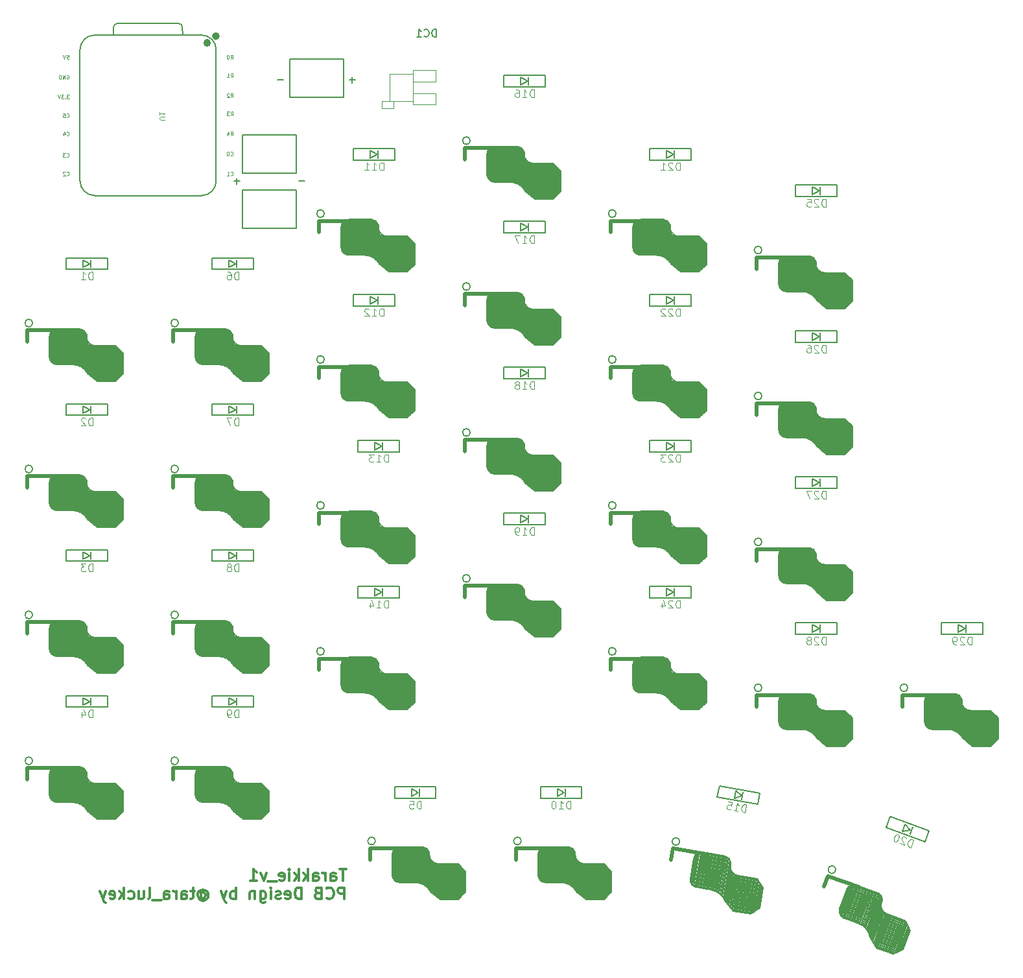
<source format=gbr>
G04 #@! TF.GenerationSoftware,KiCad,Pcbnew,9.0.6*
G04 #@! TF.CreationDate,2025-12-07T22:23:37+09:00*
G04 #@! TF.ProjectId,tarakkie_v1_left,74617261-6b6b-4696-955f-76315f6c6566,rev?*
G04 #@! TF.SameCoordinates,Original*
G04 #@! TF.FileFunction,Legend,Bot*
G04 #@! TF.FilePolarity,Positive*
%FSLAX46Y46*%
G04 Gerber Fmt 4.6, Leading zero omitted, Abs format (unit mm)*
G04 Created by KiCad (PCBNEW 9.0.6) date 2025-12-07 22:23:37*
%MOMM*%
%LPD*%
G01*
G04 APERTURE LIST*
%ADD10C,0.062500*%
%ADD11C,0.200000*%
%ADD12C,0.300000*%
%ADD13C,0.125000*%
%ADD14C,0.101600*%
%ADD15C,0.150000*%
%ADD16C,0.500000*%
%ADD17C,0.127000*%
%ADD18C,0.100000*%
%ADD19C,0.504000*%
G04 APERTURE END LIST*
D10*
X66354120Y-42335559D02*
X66520786Y-42097464D01*
X66639834Y-42335559D02*
X66639834Y-41835559D01*
X66639834Y-41835559D02*
X66449358Y-41835559D01*
X66449358Y-41835559D02*
X66401739Y-41859369D01*
X66401739Y-41859369D02*
X66377929Y-41883178D01*
X66377929Y-41883178D02*
X66354120Y-41930797D01*
X66354120Y-41930797D02*
X66354120Y-42002226D01*
X66354120Y-42002226D02*
X66377929Y-42049845D01*
X66377929Y-42049845D02*
X66401739Y-42073654D01*
X66401739Y-42073654D02*
X66449358Y-42097464D01*
X66449358Y-42097464D02*
X66639834Y-42097464D01*
X66044596Y-41835559D02*
X65996977Y-41835559D01*
X65996977Y-41835559D02*
X65949358Y-41859369D01*
X65949358Y-41859369D02*
X65925548Y-41883178D01*
X65925548Y-41883178D02*
X65901739Y-41930797D01*
X65901739Y-41930797D02*
X65877929Y-42026035D01*
X65877929Y-42026035D02*
X65877929Y-42145083D01*
X65877929Y-42145083D02*
X65901739Y-42240321D01*
X65901739Y-42240321D02*
X65925548Y-42287940D01*
X65925548Y-42287940D02*
X65949358Y-42311750D01*
X65949358Y-42311750D02*
X65996977Y-42335559D01*
X65996977Y-42335559D02*
X66044596Y-42335559D01*
X66044596Y-42335559D02*
X66092215Y-42311750D01*
X66092215Y-42311750D02*
X66116024Y-42287940D01*
X66116024Y-42287940D02*
X66139834Y-42240321D01*
X66139834Y-42240321D02*
X66163643Y-42145083D01*
X66163643Y-42145083D02*
X66163643Y-42026035D01*
X66163643Y-42026035D02*
X66139834Y-41930797D01*
X66139834Y-41930797D02*
X66116024Y-41883178D01*
X66116024Y-41883178D02*
X66092215Y-41859369D01*
X66092215Y-41859369D02*
X66044596Y-41835559D01*
D11*
X76030326Y-58286266D02*
X75268422Y-58286266D01*
D10*
X66354120Y-49735559D02*
X66520786Y-49497464D01*
X66639834Y-49735559D02*
X66639834Y-49235559D01*
X66639834Y-49235559D02*
X66449358Y-49235559D01*
X66449358Y-49235559D02*
X66401739Y-49259369D01*
X66401739Y-49259369D02*
X66377929Y-49283178D01*
X66377929Y-49283178D02*
X66354120Y-49330797D01*
X66354120Y-49330797D02*
X66354120Y-49402226D01*
X66354120Y-49402226D02*
X66377929Y-49449845D01*
X66377929Y-49449845D02*
X66401739Y-49473654D01*
X66401739Y-49473654D02*
X66449358Y-49497464D01*
X66449358Y-49497464D02*
X66639834Y-49497464D01*
X66187453Y-49235559D02*
X65877929Y-49235559D01*
X65877929Y-49235559D02*
X66044596Y-49426035D01*
X66044596Y-49426035D02*
X65973167Y-49426035D01*
X65973167Y-49426035D02*
X65925548Y-49449845D01*
X65925548Y-49449845D02*
X65901739Y-49473654D01*
X65901739Y-49473654D02*
X65877929Y-49521273D01*
X65877929Y-49521273D02*
X65877929Y-49640321D01*
X65877929Y-49640321D02*
X65901739Y-49687940D01*
X65901739Y-49687940D02*
X65925548Y-49711750D01*
X65925548Y-49711750D02*
X65973167Y-49735559D01*
X65973167Y-49735559D02*
X66116024Y-49735559D01*
X66116024Y-49735559D02*
X66163643Y-49711750D01*
X66163643Y-49711750D02*
X66187453Y-49687940D01*
X45287453Y-47035559D02*
X44977929Y-47035559D01*
X44977929Y-47035559D02*
X45144596Y-47226035D01*
X45144596Y-47226035D02*
X45073167Y-47226035D01*
X45073167Y-47226035D02*
X45025548Y-47249845D01*
X45025548Y-47249845D02*
X45001739Y-47273654D01*
X45001739Y-47273654D02*
X44977929Y-47321273D01*
X44977929Y-47321273D02*
X44977929Y-47440321D01*
X44977929Y-47440321D02*
X45001739Y-47487940D01*
X45001739Y-47487940D02*
X45025548Y-47511750D01*
X45025548Y-47511750D02*
X45073167Y-47535559D01*
X45073167Y-47535559D02*
X45216024Y-47535559D01*
X45216024Y-47535559D02*
X45263643Y-47511750D01*
X45263643Y-47511750D02*
X45287453Y-47487940D01*
X44763644Y-47487940D02*
X44739834Y-47511750D01*
X44739834Y-47511750D02*
X44763644Y-47535559D01*
X44763644Y-47535559D02*
X44787453Y-47511750D01*
X44787453Y-47511750D02*
X44763644Y-47487940D01*
X44763644Y-47487940D02*
X44763644Y-47535559D01*
X44573168Y-47035559D02*
X44263644Y-47035559D01*
X44263644Y-47035559D02*
X44430311Y-47226035D01*
X44430311Y-47226035D02*
X44358882Y-47226035D01*
X44358882Y-47226035D02*
X44311263Y-47249845D01*
X44311263Y-47249845D02*
X44287454Y-47273654D01*
X44287454Y-47273654D02*
X44263644Y-47321273D01*
X44263644Y-47321273D02*
X44263644Y-47440321D01*
X44263644Y-47440321D02*
X44287454Y-47487940D01*
X44287454Y-47487940D02*
X44311263Y-47511750D01*
X44311263Y-47511750D02*
X44358882Y-47535559D01*
X44358882Y-47535559D02*
X44501739Y-47535559D01*
X44501739Y-47535559D02*
X44549358Y-47511750D01*
X44549358Y-47511750D02*
X44573168Y-47487940D01*
X44120787Y-47035559D02*
X43954121Y-47535559D01*
X43954121Y-47535559D02*
X43787454Y-47035559D01*
X66354120Y-57487940D02*
X66377929Y-57511750D01*
X66377929Y-57511750D02*
X66449358Y-57535559D01*
X66449358Y-57535559D02*
X66496977Y-57535559D01*
X66496977Y-57535559D02*
X66568405Y-57511750D01*
X66568405Y-57511750D02*
X66616024Y-57464130D01*
X66616024Y-57464130D02*
X66639834Y-57416511D01*
X66639834Y-57416511D02*
X66663643Y-57321273D01*
X66663643Y-57321273D02*
X66663643Y-57249845D01*
X66663643Y-57249845D02*
X66639834Y-57154607D01*
X66639834Y-57154607D02*
X66616024Y-57106988D01*
X66616024Y-57106988D02*
X66568405Y-57059369D01*
X66568405Y-57059369D02*
X66496977Y-57035559D01*
X66496977Y-57035559D02*
X66449358Y-57035559D01*
X66449358Y-57035559D02*
X66377929Y-57059369D01*
X66377929Y-57059369D02*
X66354120Y-57083178D01*
X65877929Y-57535559D02*
X66163643Y-57535559D01*
X66020786Y-57535559D02*
X66020786Y-57035559D01*
X66020786Y-57035559D02*
X66068405Y-57106988D01*
X66068405Y-57106988D02*
X66116024Y-57154607D01*
X66116024Y-57154607D02*
X66163643Y-57178416D01*
X44954120Y-49887940D02*
X44977929Y-49911750D01*
X44977929Y-49911750D02*
X45049358Y-49935559D01*
X45049358Y-49935559D02*
X45096977Y-49935559D01*
X45096977Y-49935559D02*
X45168405Y-49911750D01*
X45168405Y-49911750D02*
X45216024Y-49864130D01*
X45216024Y-49864130D02*
X45239834Y-49816511D01*
X45239834Y-49816511D02*
X45263643Y-49721273D01*
X45263643Y-49721273D02*
X45263643Y-49649845D01*
X45263643Y-49649845D02*
X45239834Y-49554607D01*
X45239834Y-49554607D02*
X45216024Y-49506988D01*
X45216024Y-49506988D02*
X45168405Y-49459369D01*
X45168405Y-49459369D02*
X45096977Y-49435559D01*
X45096977Y-49435559D02*
X45049358Y-49435559D01*
X45049358Y-49435559D02*
X44977929Y-49459369D01*
X44977929Y-49459369D02*
X44954120Y-49483178D01*
X44501739Y-49435559D02*
X44739834Y-49435559D01*
X44739834Y-49435559D02*
X44763643Y-49673654D01*
X44763643Y-49673654D02*
X44739834Y-49649845D01*
X44739834Y-49649845D02*
X44692215Y-49626035D01*
X44692215Y-49626035D02*
X44573167Y-49626035D01*
X44573167Y-49626035D02*
X44525548Y-49649845D01*
X44525548Y-49649845D02*
X44501739Y-49673654D01*
X44501739Y-49673654D02*
X44477929Y-49721273D01*
X44477929Y-49721273D02*
X44477929Y-49840321D01*
X44477929Y-49840321D02*
X44501739Y-49887940D01*
X44501739Y-49887940D02*
X44525548Y-49911750D01*
X44525548Y-49911750D02*
X44573167Y-49935559D01*
X44573167Y-49935559D02*
X44692215Y-49935559D01*
X44692215Y-49935559D02*
X44739834Y-49911750D01*
X44739834Y-49911750D02*
X44763643Y-49887940D01*
X66354120Y-44735559D02*
X66520786Y-44497464D01*
X66639834Y-44735559D02*
X66639834Y-44235559D01*
X66639834Y-44235559D02*
X66449358Y-44235559D01*
X66449358Y-44235559D02*
X66401739Y-44259369D01*
X66401739Y-44259369D02*
X66377929Y-44283178D01*
X66377929Y-44283178D02*
X66354120Y-44330797D01*
X66354120Y-44330797D02*
X66354120Y-44402226D01*
X66354120Y-44402226D02*
X66377929Y-44449845D01*
X66377929Y-44449845D02*
X66401739Y-44473654D01*
X66401739Y-44473654D02*
X66449358Y-44497464D01*
X66449358Y-44497464D02*
X66639834Y-44497464D01*
X65877929Y-44735559D02*
X66163643Y-44735559D01*
X66020786Y-44735559D02*
X66020786Y-44235559D01*
X66020786Y-44235559D02*
X66068405Y-44306988D01*
X66068405Y-44306988D02*
X66116024Y-44354607D01*
X66116024Y-44354607D02*
X66163643Y-44378416D01*
D11*
X67567826Y-58286266D02*
X66805922Y-58286266D01*
X67186874Y-58667219D02*
X67186874Y-57905314D01*
D10*
X44954120Y-57487940D02*
X44977929Y-57511750D01*
X44977929Y-57511750D02*
X45049358Y-57535559D01*
X45049358Y-57535559D02*
X45096977Y-57535559D01*
X45096977Y-57535559D02*
X45168405Y-57511750D01*
X45168405Y-57511750D02*
X45216024Y-57464130D01*
X45216024Y-57464130D02*
X45239834Y-57416511D01*
X45239834Y-57416511D02*
X45263643Y-57321273D01*
X45263643Y-57321273D02*
X45263643Y-57249845D01*
X45263643Y-57249845D02*
X45239834Y-57154607D01*
X45239834Y-57154607D02*
X45216024Y-57106988D01*
X45216024Y-57106988D02*
X45168405Y-57059369D01*
X45168405Y-57059369D02*
X45096977Y-57035559D01*
X45096977Y-57035559D02*
X45049358Y-57035559D01*
X45049358Y-57035559D02*
X44977929Y-57059369D01*
X44977929Y-57059369D02*
X44954120Y-57083178D01*
X44763643Y-57083178D02*
X44739834Y-57059369D01*
X44739834Y-57059369D02*
X44692215Y-57035559D01*
X44692215Y-57035559D02*
X44573167Y-57035559D01*
X44573167Y-57035559D02*
X44525548Y-57059369D01*
X44525548Y-57059369D02*
X44501739Y-57083178D01*
X44501739Y-57083178D02*
X44477929Y-57130797D01*
X44477929Y-57130797D02*
X44477929Y-57178416D01*
X44477929Y-57178416D02*
X44501739Y-57249845D01*
X44501739Y-57249845D02*
X44787453Y-57535559D01*
X44787453Y-57535559D02*
X44477929Y-57535559D01*
D11*
X73230326Y-45086266D02*
X72468422Y-45086266D01*
D12*
X81459774Y-148085912D02*
X80602632Y-148085912D01*
X81031203Y-149585912D02*
X81031203Y-148085912D01*
X79459775Y-149585912D02*
X79459775Y-148800198D01*
X79459775Y-148800198D02*
X79531203Y-148657341D01*
X79531203Y-148657341D02*
X79674060Y-148585912D01*
X79674060Y-148585912D02*
X79959775Y-148585912D01*
X79959775Y-148585912D02*
X80102632Y-148657341D01*
X79459775Y-149514484D02*
X79602632Y-149585912D01*
X79602632Y-149585912D02*
X79959775Y-149585912D01*
X79959775Y-149585912D02*
X80102632Y-149514484D01*
X80102632Y-149514484D02*
X80174060Y-149371626D01*
X80174060Y-149371626D02*
X80174060Y-149228769D01*
X80174060Y-149228769D02*
X80102632Y-149085912D01*
X80102632Y-149085912D02*
X79959775Y-149014484D01*
X79959775Y-149014484D02*
X79602632Y-149014484D01*
X79602632Y-149014484D02*
X79459775Y-148943055D01*
X78745489Y-149585912D02*
X78745489Y-148585912D01*
X78745489Y-148871626D02*
X78674060Y-148728769D01*
X78674060Y-148728769D02*
X78602632Y-148657341D01*
X78602632Y-148657341D02*
X78459774Y-148585912D01*
X78459774Y-148585912D02*
X78316917Y-148585912D01*
X77174061Y-149585912D02*
X77174061Y-148800198D01*
X77174061Y-148800198D02*
X77245489Y-148657341D01*
X77245489Y-148657341D02*
X77388346Y-148585912D01*
X77388346Y-148585912D02*
X77674061Y-148585912D01*
X77674061Y-148585912D02*
X77816918Y-148657341D01*
X77174061Y-149514484D02*
X77316918Y-149585912D01*
X77316918Y-149585912D02*
X77674061Y-149585912D01*
X77674061Y-149585912D02*
X77816918Y-149514484D01*
X77816918Y-149514484D02*
X77888346Y-149371626D01*
X77888346Y-149371626D02*
X77888346Y-149228769D01*
X77888346Y-149228769D02*
X77816918Y-149085912D01*
X77816918Y-149085912D02*
X77674061Y-149014484D01*
X77674061Y-149014484D02*
X77316918Y-149014484D01*
X77316918Y-149014484D02*
X77174061Y-148943055D01*
X76459775Y-149585912D02*
X76459775Y-148085912D01*
X76316918Y-149014484D02*
X75888346Y-149585912D01*
X75888346Y-148585912D02*
X76459775Y-149157341D01*
X75245489Y-149585912D02*
X75245489Y-148085912D01*
X75102632Y-149014484D02*
X74674060Y-149585912D01*
X74674060Y-148585912D02*
X75245489Y-149157341D01*
X74031203Y-149585912D02*
X74031203Y-148585912D01*
X74031203Y-148085912D02*
X74102631Y-148157341D01*
X74102631Y-148157341D02*
X74031203Y-148228769D01*
X74031203Y-148228769D02*
X73959774Y-148157341D01*
X73959774Y-148157341D02*
X74031203Y-148085912D01*
X74031203Y-148085912D02*
X74031203Y-148228769D01*
X72745488Y-149514484D02*
X72888345Y-149585912D01*
X72888345Y-149585912D02*
X73174060Y-149585912D01*
X73174060Y-149585912D02*
X73316917Y-149514484D01*
X73316917Y-149514484D02*
X73388345Y-149371626D01*
X73388345Y-149371626D02*
X73388345Y-148800198D01*
X73388345Y-148800198D02*
X73316917Y-148657341D01*
X73316917Y-148657341D02*
X73174060Y-148585912D01*
X73174060Y-148585912D02*
X72888345Y-148585912D01*
X72888345Y-148585912D02*
X72745488Y-148657341D01*
X72745488Y-148657341D02*
X72674060Y-148800198D01*
X72674060Y-148800198D02*
X72674060Y-148943055D01*
X72674060Y-148943055D02*
X73388345Y-149085912D01*
X72388346Y-149728769D02*
X71245488Y-149728769D01*
X71031203Y-148585912D02*
X70674060Y-149585912D01*
X70674060Y-149585912D02*
X70316917Y-148585912D01*
X68959774Y-149585912D02*
X69816917Y-149585912D01*
X69388346Y-149585912D02*
X69388346Y-148085912D01*
X69388346Y-148085912D02*
X69531203Y-148300198D01*
X69531203Y-148300198D02*
X69674060Y-148443055D01*
X69674060Y-148443055D02*
X69816917Y-148514484D01*
X81245489Y-152000828D02*
X81245489Y-150500828D01*
X81245489Y-150500828D02*
X80674060Y-150500828D01*
X80674060Y-150500828D02*
X80531203Y-150572257D01*
X80531203Y-150572257D02*
X80459774Y-150643685D01*
X80459774Y-150643685D02*
X80388346Y-150786542D01*
X80388346Y-150786542D02*
X80388346Y-151000828D01*
X80388346Y-151000828D02*
X80459774Y-151143685D01*
X80459774Y-151143685D02*
X80531203Y-151215114D01*
X80531203Y-151215114D02*
X80674060Y-151286542D01*
X80674060Y-151286542D02*
X81245489Y-151286542D01*
X78888346Y-151857971D02*
X78959774Y-151929400D01*
X78959774Y-151929400D02*
X79174060Y-152000828D01*
X79174060Y-152000828D02*
X79316917Y-152000828D01*
X79316917Y-152000828D02*
X79531203Y-151929400D01*
X79531203Y-151929400D02*
X79674060Y-151786542D01*
X79674060Y-151786542D02*
X79745489Y-151643685D01*
X79745489Y-151643685D02*
X79816917Y-151357971D01*
X79816917Y-151357971D02*
X79816917Y-151143685D01*
X79816917Y-151143685D02*
X79745489Y-150857971D01*
X79745489Y-150857971D02*
X79674060Y-150715114D01*
X79674060Y-150715114D02*
X79531203Y-150572257D01*
X79531203Y-150572257D02*
X79316917Y-150500828D01*
X79316917Y-150500828D02*
X79174060Y-150500828D01*
X79174060Y-150500828D02*
X78959774Y-150572257D01*
X78959774Y-150572257D02*
X78888346Y-150643685D01*
X77745489Y-151215114D02*
X77531203Y-151286542D01*
X77531203Y-151286542D02*
X77459774Y-151357971D01*
X77459774Y-151357971D02*
X77388346Y-151500828D01*
X77388346Y-151500828D02*
X77388346Y-151715114D01*
X77388346Y-151715114D02*
X77459774Y-151857971D01*
X77459774Y-151857971D02*
X77531203Y-151929400D01*
X77531203Y-151929400D02*
X77674060Y-152000828D01*
X77674060Y-152000828D02*
X78245489Y-152000828D01*
X78245489Y-152000828D02*
X78245489Y-150500828D01*
X78245489Y-150500828D02*
X77745489Y-150500828D01*
X77745489Y-150500828D02*
X77602632Y-150572257D01*
X77602632Y-150572257D02*
X77531203Y-150643685D01*
X77531203Y-150643685D02*
X77459774Y-150786542D01*
X77459774Y-150786542D02*
X77459774Y-150929400D01*
X77459774Y-150929400D02*
X77531203Y-151072257D01*
X77531203Y-151072257D02*
X77602632Y-151143685D01*
X77602632Y-151143685D02*
X77745489Y-151215114D01*
X77745489Y-151215114D02*
X78245489Y-151215114D01*
X75602632Y-152000828D02*
X75602632Y-150500828D01*
X75602632Y-150500828D02*
X75245489Y-150500828D01*
X75245489Y-150500828D02*
X75031203Y-150572257D01*
X75031203Y-150572257D02*
X74888346Y-150715114D01*
X74888346Y-150715114D02*
X74816917Y-150857971D01*
X74816917Y-150857971D02*
X74745489Y-151143685D01*
X74745489Y-151143685D02*
X74745489Y-151357971D01*
X74745489Y-151357971D02*
X74816917Y-151643685D01*
X74816917Y-151643685D02*
X74888346Y-151786542D01*
X74888346Y-151786542D02*
X75031203Y-151929400D01*
X75031203Y-151929400D02*
X75245489Y-152000828D01*
X75245489Y-152000828D02*
X75602632Y-152000828D01*
X73531203Y-151929400D02*
X73674060Y-152000828D01*
X73674060Y-152000828D02*
X73959775Y-152000828D01*
X73959775Y-152000828D02*
X74102632Y-151929400D01*
X74102632Y-151929400D02*
X74174060Y-151786542D01*
X74174060Y-151786542D02*
X74174060Y-151215114D01*
X74174060Y-151215114D02*
X74102632Y-151072257D01*
X74102632Y-151072257D02*
X73959775Y-151000828D01*
X73959775Y-151000828D02*
X73674060Y-151000828D01*
X73674060Y-151000828D02*
X73531203Y-151072257D01*
X73531203Y-151072257D02*
X73459775Y-151215114D01*
X73459775Y-151215114D02*
X73459775Y-151357971D01*
X73459775Y-151357971D02*
X74174060Y-151500828D01*
X72888346Y-151929400D02*
X72745489Y-152000828D01*
X72745489Y-152000828D02*
X72459775Y-152000828D01*
X72459775Y-152000828D02*
X72316918Y-151929400D01*
X72316918Y-151929400D02*
X72245489Y-151786542D01*
X72245489Y-151786542D02*
X72245489Y-151715114D01*
X72245489Y-151715114D02*
X72316918Y-151572257D01*
X72316918Y-151572257D02*
X72459775Y-151500828D01*
X72459775Y-151500828D02*
X72674061Y-151500828D01*
X72674061Y-151500828D02*
X72816918Y-151429400D01*
X72816918Y-151429400D02*
X72888346Y-151286542D01*
X72888346Y-151286542D02*
X72888346Y-151215114D01*
X72888346Y-151215114D02*
X72816918Y-151072257D01*
X72816918Y-151072257D02*
X72674061Y-151000828D01*
X72674061Y-151000828D02*
X72459775Y-151000828D01*
X72459775Y-151000828D02*
X72316918Y-151072257D01*
X71602632Y-152000828D02*
X71602632Y-151000828D01*
X71602632Y-150500828D02*
X71674060Y-150572257D01*
X71674060Y-150572257D02*
X71602632Y-150643685D01*
X71602632Y-150643685D02*
X71531203Y-150572257D01*
X71531203Y-150572257D02*
X71602632Y-150500828D01*
X71602632Y-150500828D02*
X71602632Y-150643685D01*
X70245489Y-151000828D02*
X70245489Y-152215114D01*
X70245489Y-152215114D02*
X70316917Y-152357971D01*
X70316917Y-152357971D02*
X70388346Y-152429400D01*
X70388346Y-152429400D02*
X70531203Y-152500828D01*
X70531203Y-152500828D02*
X70745489Y-152500828D01*
X70745489Y-152500828D02*
X70888346Y-152429400D01*
X70245489Y-151929400D02*
X70388346Y-152000828D01*
X70388346Y-152000828D02*
X70674060Y-152000828D01*
X70674060Y-152000828D02*
X70816917Y-151929400D01*
X70816917Y-151929400D02*
X70888346Y-151857971D01*
X70888346Y-151857971D02*
X70959774Y-151715114D01*
X70959774Y-151715114D02*
X70959774Y-151286542D01*
X70959774Y-151286542D02*
X70888346Y-151143685D01*
X70888346Y-151143685D02*
X70816917Y-151072257D01*
X70816917Y-151072257D02*
X70674060Y-151000828D01*
X70674060Y-151000828D02*
X70388346Y-151000828D01*
X70388346Y-151000828D02*
X70245489Y-151072257D01*
X69531203Y-151000828D02*
X69531203Y-152000828D01*
X69531203Y-151143685D02*
X69459774Y-151072257D01*
X69459774Y-151072257D02*
X69316917Y-151000828D01*
X69316917Y-151000828D02*
X69102631Y-151000828D01*
X69102631Y-151000828D02*
X68959774Y-151072257D01*
X68959774Y-151072257D02*
X68888346Y-151215114D01*
X68888346Y-151215114D02*
X68888346Y-152000828D01*
X67031203Y-152000828D02*
X67031203Y-150500828D01*
X67031203Y-151072257D02*
X66888346Y-151000828D01*
X66888346Y-151000828D02*
X66602631Y-151000828D01*
X66602631Y-151000828D02*
X66459774Y-151072257D01*
X66459774Y-151072257D02*
X66388346Y-151143685D01*
X66388346Y-151143685D02*
X66316917Y-151286542D01*
X66316917Y-151286542D02*
X66316917Y-151715114D01*
X66316917Y-151715114D02*
X66388346Y-151857971D01*
X66388346Y-151857971D02*
X66459774Y-151929400D01*
X66459774Y-151929400D02*
X66602631Y-152000828D01*
X66602631Y-152000828D02*
X66888346Y-152000828D01*
X66888346Y-152000828D02*
X67031203Y-151929400D01*
X65816917Y-151000828D02*
X65459774Y-152000828D01*
X65102631Y-151000828D02*
X65459774Y-152000828D01*
X65459774Y-152000828D02*
X65602631Y-152357971D01*
X65602631Y-152357971D02*
X65674060Y-152429400D01*
X65674060Y-152429400D02*
X65816917Y-152500828D01*
X62459774Y-151286542D02*
X62531203Y-151215114D01*
X62531203Y-151215114D02*
X62674060Y-151143685D01*
X62674060Y-151143685D02*
X62816917Y-151143685D01*
X62816917Y-151143685D02*
X62959774Y-151215114D01*
X62959774Y-151215114D02*
X63031203Y-151286542D01*
X63031203Y-151286542D02*
X63102631Y-151429400D01*
X63102631Y-151429400D02*
X63102631Y-151572257D01*
X63102631Y-151572257D02*
X63031203Y-151715114D01*
X63031203Y-151715114D02*
X62959774Y-151786542D01*
X62959774Y-151786542D02*
X62816917Y-151857971D01*
X62816917Y-151857971D02*
X62674060Y-151857971D01*
X62674060Y-151857971D02*
X62531203Y-151786542D01*
X62531203Y-151786542D02*
X62459774Y-151715114D01*
X62459774Y-151143685D02*
X62459774Y-151715114D01*
X62459774Y-151715114D02*
X62388346Y-151786542D01*
X62388346Y-151786542D02*
X62316917Y-151786542D01*
X62316917Y-151786542D02*
X62174060Y-151715114D01*
X62174060Y-151715114D02*
X62102631Y-151572257D01*
X62102631Y-151572257D02*
X62102631Y-151215114D01*
X62102631Y-151215114D02*
X62245489Y-151000828D01*
X62245489Y-151000828D02*
X62459774Y-150857971D01*
X62459774Y-150857971D02*
X62745489Y-150786542D01*
X62745489Y-150786542D02*
X63031203Y-150857971D01*
X63031203Y-150857971D02*
X63245489Y-151000828D01*
X63245489Y-151000828D02*
X63388346Y-151215114D01*
X63388346Y-151215114D02*
X63459774Y-151500828D01*
X63459774Y-151500828D02*
X63388346Y-151786542D01*
X63388346Y-151786542D02*
X63245489Y-152000828D01*
X63245489Y-152000828D02*
X63031203Y-152143685D01*
X63031203Y-152143685D02*
X62745489Y-152215114D01*
X62745489Y-152215114D02*
X62459774Y-152143685D01*
X62459774Y-152143685D02*
X62245489Y-152000828D01*
X61674060Y-151000828D02*
X61102632Y-151000828D01*
X61459775Y-150500828D02*
X61459775Y-151786542D01*
X61459775Y-151786542D02*
X61388346Y-151929400D01*
X61388346Y-151929400D02*
X61245489Y-152000828D01*
X61245489Y-152000828D02*
X61102632Y-152000828D01*
X59959775Y-152000828D02*
X59959775Y-151215114D01*
X59959775Y-151215114D02*
X60031203Y-151072257D01*
X60031203Y-151072257D02*
X60174060Y-151000828D01*
X60174060Y-151000828D02*
X60459775Y-151000828D01*
X60459775Y-151000828D02*
X60602632Y-151072257D01*
X59959775Y-151929400D02*
X60102632Y-152000828D01*
X60102632Y-152000828D02*
X60459775Y-152000828D01*
X60459775Y-152000828D02*
X60602632Y-151929400D01*
X60602632Y-151929400D02*
X60674060Y-151786542D01*
X60674060Y-151786542D02*
X60674060Y-151643685D01*
X60674060Y-151643685D02*
X60602632Y-151500828D01*
X60602632Y-151500828D02*
X60459775Y-151429400D01*
X60459775Y-151429400D02*
X60102632Y-151429400D01*
X60102632Y-151429400D02*
X59959775Y-151357971D01*
X59245489Y-152000828D02*
X59245489Y-151000828D01*
X59245489Y-151286542D02*
X59174060Y-151143685D01*
X59174060Y-151143685D02*
X59102632Y-151072257D01*
X59102632Y-151072257D02*
X58959774Y-151000828D01*
X58959774Y-151000828D02*
X58816917Y-151000828D01*
X57674061Y-152000828D02*
X57674061Y-151215114D01*
X57674061Y-151215114D02*
X57745489Y-151072257D01*
X57745489Y-151072257D02*
X57888346Y-151000828D01*
X57888346Y-151000828D02*
X58174061Y-151000828D01*
X58174061Y-151000828D02*
X58316918Y-151072257D01*
X57674061Y-151929400D02*
X57816918Y-152000828D01*
X57816918Y-152000828D02*
X58174061Y-152000828D01*
X58174061Y-152000828D02*
X58316918Y-151929400D01*
X58316918Y-151929400D02*
X58388346Y-151786542D01*
X58388346Y-151786542D02*
X58388346Y-151643685D01*
X58388346Y-151643685D02*
X58316918Y-151500828D01*
X58316918Y-151500828D02*
X58174061Y-151429400D01*
X58174061Y-151429400D02*
X57816918Y-151429400D01*
X57816918Y-151429400D02*
X57674061Y-151357971D01*
X57316918Y-152143685D02*
X56174060Y-152143685D01*
X55602632Y-152000828D02*
X55745489Y-151929400D01*
X55745489Y-151929400D02*
X55816918Y-151786542D01*
X55816918Y-151786542D02*
X55816918Y-150500828D01*
X54388347Y-151000828D02*
X54388347Y-152000828D01*
X55031204Y-151000828D02*
X55031204Y-151786542D01*
X55031204Y-151786542D02*
X54959775Y-151929400D01*
X54959775Y-151929400D02*
X54816918Y-152000828D01*
X54816918Y-152000828D02*
X54602632Y-152000828D01*
X54602632Y-152000828D02*
X54459775Y-151929400D01*
X54459775Y-151929400D02*
X54388347Y-151857971D01*
X53031204Y-151929400D02*
X53174061Y-152000828D01*
X53174061Y-152000828D02*
X53459775Y-152000828D01*
X53459775Y-152000828D02*
X53602632Y-151929400D01*
X53602632Y-151929400D02*
X53674061Y-151857971D01*
X53674061Y-151857971D02*
X53745489Y-151715114D01*
X53745489Y-151715114D02*
X53745489Y-151286542D01*
X53745489Y-151286542D02*
X53674061Y-151143685D01*
X53674061Y-151143685D02*
X53602632Y-151072257D01*
X53602632Y-151072257D02*
X53459775Y-151000828D01*
X53459775Y-151000828D02*
X53174061Y-151000828D01*
X53174061Y-151000828D02*
X53031204Y-151072257D01*
X52388347Y-152000828D02*
X52388347Y-150500828D01*
X52245490Y-151429400D02*
X51816918Y-152000828D01*
X51816918Y-151000828D02*
X52388347Y-151572257D01*
X50602632Y-151929400D02*
X50745489Y-152000828D01*
X50745489Y-152000828D02*
X51031204Y-152000828D01*
X51031204Y-152000828D02*
X51174061Y-151929400D01*
X51174061Y-151929400D02*
X51245489Y-151786542D01*
X51245489Y-151786542D02*
X51245489Y-151215114D01*
X51245489Y-151215114D02*
X51174061Y-151072257D01*
X51174061Y-151072257D02*
X51031204Y-151000828D01*
X51031204Y-151000828D02*
X50745489Y-151000828D01*
X50745489Y-151000828D02*
X50602632Y-151072257D01*
X50602632Y-151072257D02*
X50531204Y-151215114D01*
X50531204Y-151215114D02*
X50531204Y-151357971D01*
X50531204Y-151357971D02*
X51245489Y-151500828D01*
X50031204Y-151000828D02*
X49674061Y-152000828D01*
X49316918Y-151000828D02*
X49674061Y-152000828D01*
X49674061Y-152000828D02*
X49816918Y-152357971D01*
X49816918Y-152357971D02*
X49888347Y-152429400D01*
X49888347Y-152429400D02*
X50031204Y-152500828D01*
D10*
X66354120Y-54887940D02*
X66377929Y-54911750D01*
X66377929Y-54911750D02*
X66449358Y-54935559D01*
X66449358Y-54935559D02*
X66496977Y-54935559D01*
X66496977Y-54935559D02*
X66568405Y-54911750D01*
X66568405Y-54911750D02*
X66616024Y-54864130D01*
X66616024Y-54864130D02*
X66639834Y-54816511D01*
X66639834Y-54816511D02*
X66663643Y-54721273D01*
X66663643Y-54721273D02*
X66663643Y-54649845D01*
X66663643Y-54649845D02*
X66639834Y-54554607D01*
X66639834Y-54554607D02*
X66616024Y-54506988D01*
X66616024Y-54506988D02*
X66568405Y-54459369D01*
X66568405Y-54459369D02*
X66496977Y-54435559D01*
X66496977Y-54435559D02*
X66449358Y-54435559D01*
X66449358Y-54435559D02*
X66377929Y-54459369D01*
X66377929Y-54459369D02*
X66354120Y-54483178D01*
X66044596Y-54435559D02*
X65996977Y-54435559D01*
X65996977Y-54435559D02*
X65949358Y-54459369D01*
X65949358Y-54459369D02*
X65925548Y-54483178D01*
X65925548Y-54483178D02*
X65901739Y-54530797D01*
X65901739Y-54530797D02*
X65877929Y-54626035D01*
X65877929Y-54626035D02*
X65877929Y-54745083D01*
X65877929Y-54745083D02*
X65901739Y-54840321D01*
X65901739Y-54840321D02*
X65925548Y-54887940D01*
X65925548Y-54887940D02*
X65949358Y-54911750D01*
X65949358Y-54911750D02*
X65996977Y-54935559D01*
X65996977Y-54935559D02*
X66044596Y-54935559D01*
X66044596Y-54935559D02*
X66092215Y-54911750D01*
X66092215Y-54911750D02*
X66116024Y-54887940D01*
X66116024Y-54887940D02*
X66139834Y-54840321D01*
X66139834Y-54840321D02*
X66163643Y-54745083D01*
X66163643Y-54745083D02*
X66163643Y-54626035D01*
X66163643Y-54626035D02*
X66139834Y-54530797D01*
X66139834Y-54530797D02*
X66116024Y-54483178D01*
X66116024Y-54483178D02*
X66092215Y-54459369D01*
X66092215Y-54459369D02*
X66044596Y-54435559D01*
X44954120Y-52287940D02*
X44977929Y-52311750D01*
X44977929Y-52311750D02*
X45049358Y-52335559D01*
X45049358Y-52335559D02*
X45096977Y-52335559D01*
X45096977Y-52335559D02*
X45168405Y-52311750D01*
X45168405Y-52311750D02*
X45216024Y-52264130D01*
X45216024Y-52264130D02*
X45239834Y-52216511D01*
X45239834Y-52216511D02*
X45263643Y-52121273D01*
X45263643Y-52121273D02*
X45263643Y-52049845D01*
X45263643Y-52049845D02*
X45239834Y-51954607D01*
X45239834Y-51954607D02*
X45216024Y-51906988D01*
X45216024Y-51906988D02*
X45168405Y-51859369D01*
X45168405Y-51859369D02*
X45096977Y-51835559D01*
X45096977Y-51835559D02*
X45049358Y-51835559D01*
X45049358Y-51835559D02*
X44977929Y-51859369D01*
X44977929Y-51859369D02*
X44954120Y-51883178D01*
X44525548Y-52002226D02*
X44525548Y-52335559D01*
X44644596Y-51811750D02*
X44763643Y-52168892D01*
X44763643Y-52168892D02*
X44454120Y-52168892D01*
X66354120Y-52335559D02*
X66520786Y-52097464D01*
X66639834Y-52335559D02*
X66639834Y-51835559D01*
X66639834Y-51835559D02*
X66449358Y-51835559D01*
X66449358Y-51835559D02*
X66401739Y-51859369D01*
X66401739Y-51859369D02*
X66377929Y-51883178D01*
X66377929Y-51883178D02*
X66354120Y-51930797D01*
X66354120Y-51930797D02*
X66354120Y-52002226D01*
X66354120Y-52002226D02*
X66377929Y-52049845D01*
X66377929Y-52049845D02*
X66401739Y-52073654D01*
X66401739Y-52073654D02*
X66449358Y-52097464D01*
X66449358Y-52097464D02*
X66639834Y-52097464D01*
X65925548Y-52002226D02*
X65925548Y-52335559D01*
X66044596Y-51811750D02*
X66163643Y-52168892D01*
X66163643Y-52168892D02*
X65854120Y-52168892D01*
X44954120Y-55087940D02*
X44977929Y-55111750D01*
X44977929Y-55111750D02*
X45049358Y-55135559D01*
X45049358Y-55135559D02*
X45096977Y-55135559D01*
X45096977Y-55135559D02*
X45168405Y-55111750D01*
X45168405Y-55111750D02*
X45216024Y-55064130D01*
X45216024Y-55064130D02*
X45239834Y-55016511D01*
X45239834Y-55016511D02*
X45263643Y-54921273D01*
X45263643Y-54921273D02*
X45263643Y-54849845D01*
X45263643Y-54849845D02*
X45239834Y-54754607D01*
X45239834Y-54754607D02*
X45216024Y-54706988D01*
X45216024Y-54706988D02*
X45168405Y-54659369D01*
X45168405Y-54659369D02*
X45096977Y-54635559D01*
X45096977Y-54635559D02*
X45049358Y-54635559D01*
X45049358Y-54635559D02*
X44977929Y-54659369D01*
X44977929Y-54659369D02*
X44954120Y-54683178D01*
X44787453Y-54635559D02*
X44477929Y-54635559D01*
X44477929Y-54635559D02*
X44644596Y-54826035D01*
X44644596Y-54826035D02*
X44573167Y-54826035D01*
X44573167Y-54826035D02*
X44525548Y-54849845D01*
X44525548Y-54849845D02*
X44501739Y-54873654D01*
X44501739Y-54873654D02*
X44477929Y-54921273D01*
X44477929Y-54921273D02*
X44477929Y-55040321D01*
X44477929Y-55040321D02*
X44501739Y-55087940D01*
X44501739Y-55087940D02*
X44525548Y-55111750D01*
X44525548Y-55111750D02*
X44573167Y-55135559D01*
X44573167Y-55135559D02*
X44716024Y-55135559D01*
X44716024Y-55135559D02*
X44763643Y-55111750D01*
X44763643Y-55111750D02*
X44787453Y-55087940D01*
X44977929Y-44459369D02*
X45025548Y-44435559D01*
X45025548Y-44435559D02*
X45096977Y-44435559D01*
X45096977Y-44435559D02*
X45168405Y-44459369D01*
X45168405Y-44459369D02*
X45216024Y-44506988D01*
X45216024Y-44506988D02*
X45239834Y-44554607D01*
X45239834Y-44554607D02*
X45263643Y-44649845D01*
X45263643Y-44649845D02*
X45263643Y-44721273D01*
X45263643Y-44721273D02*
X45239834Y-44816511D01*
X45239834Y-44816511D02*
X45216024Y-44864130D01*
X45216024Y-44864130D02*
X45168405Y-44911750D01*
X45168405Y-44911750D02*
X45096977Y-44935559D01*
X45096977Y-44935559D02*
X45049358Y-44935559D01*
X45049358Y-44935559D02*
X44977929Y-44911750D01*
X44977929Y-44911750D02*
X44954120Y-44887940D01*
X44954120Y-44887940D02*
X44954120Y-44721273D01*
X44954120Y-44721273D02*
X45049358Y-44721273D01*
X44739834Y-44935559D02*
X44739834Y-44435559D01*
X44739834Y-44435559D02*
X44454120Y-44935559D01*
X44454120Y-44935559D02*
X44454120Y-44435559D01*
X44216024Y-44935559D02*
X44216024Y-44435559D01*
X44216024Y-44435559D02*
X44096976Y-44435559D01*
X44096976Y-44435559D02*
X44025548Y-44459369D01*
X44025548Y-44459369D02*
X43977929Y-44506988D01*
X43977929Y-44506988D02*
X43954119Y-44554607D01*
X43954119Y-44554607D02*
X43930310Y-44649845D01*
X43930310Y-44649845D02*
X43930310Y-44721273D01*
X43930310Y-44721273D02*
X43954119Y-44816511D01*
X43954119Y-44816511D02*
X43977929Y-44864130D01*
X43977929Y-44864130D02*
X44025548Y-44911750D01*
X44025548Y-44911750D02*
X44096976Y-44935559D01*
X44096976Y-44935559D02*
X44216024Y-44935559D01*
X66354120Y-47335559D02*
X66520786Y-47097464D01*
X66639834Y-47335559D02*
X66639834Y-46835559D01*
X66639834Y-46835559D02*
X66449358Y-46835559D01*
X66449358Y-46835559D02*
X66401739Y-46859369D01*
X66401739Y-46859369D02*
X66377929Y-46883178D01*
X66377929Y-46883178D02*
X66354120Y-46930797D01*
X66354120Y-46930797D02*
X66354120Y-47002226D01*
X66354120Y-47002226D02*
X66377929Y-47049845D01*
X66377929Y-47049845D02*
X66401739Y-47073654D01*
X66401739Y-47073654D02*
X66449358Y-47097464D01*
X66449358Y-47097464D02*
X66639834Y-47097464D01*
X66163643Y-46883178D02*
X66139834Y-46859369D01*
X66139834Y-46859369D02*
X66092215Y-46835559D01*
X66092215Y-46835559D02*
X65973167Y-46835559D01*
X65973167Y-46835559D02*
X65925548Y-46859369D01*
X65925548Y-46859369D02*
X65901739Y-46883178D01*
X65901739Y-46883178D02*
X65877929Y-46930797D01*
X65877929Y-46930797D02*
X65877929Y-46978416D01*
X65877929Y-46978416D02*
X65901739Y-47049845D01*
X65901739Y-47049845D02*
X66187453Y-47335559D01*
X66187453Y-47335559D02*
X65877929Y-47335559D01*
X45001739Y-41835559D02*
X45239834Y-41835559D01*
X45239834Y-41835559D02*
X45263643Y-42073654D01*
X45263643Y-42073654D02*
X45239834Y-42049845D01*
X45239834Y-42049845D02*
X45192215Y-42026035D01*
X45192215Y-42026035D02*
X45073167Y-42026035D01*
X45073167Y-42026035D02*
X45025548Y-42049845D01*
X45025548Y-42049845D02*
X45001739Y-42073654D01*
X45001739Y-42073654D02*
X44977929Y-42121273D01*
X44977929Y-42121273D02*
X44977929Y-42240321D01*
X44977929Y-42240321D02*
X45001739Y-42287940D01*
X45001739Y-42287940D02*
X45025548Y-42311750D01*
X45025548Y-42311750D02*
X45073167Y-42335559D01*
X45073167Y-42335559D02*
X45192215Y-42335559D01*
X45192215Y-42335559D02*
X45239834Y-42311750D01*
X45239834Y-42311750D02*
X45263643Y-42287940D01*
X44835072Y-41835559D02*
X44668406Y-42335559D01*
X44668406Y-42335559D02*
X44501739Y-41835559D01*
D11*
X82630326Y-45086266D02*
X81868422Y-45086266D01*
X82249374Y-45467219D02*
X82249374Y-44705314D01*
D13*
X86939285Y-94954869D02*
X86939285Y-93954869D01*
X86939285Y-93954869D02*
X86701190Y-93954869D01*
X86701190Y-93954869D02*
X86558333Y-94002488D01*
X86558333Y-94002488D02*
X86463095Y-94097726D01*
X86463095Y-94097726D02*
X86415476Y-94192964D01*
X86415476Y-94192964D02*
X86367857Y-94383440D01*
X86367857Y-94383440D02*
X86367857Y-94526297D01*
X86367857Y-94526297D02*
X86415476Y-94716773D01*
X86415476Y-94716773D02*
X86463095Y-94812011D01*
X86463095Y-94812011D02*
X86558333Y-94907250D01*
X86558333Y-94907250D02*
X86701190Y-94954869D01*
X86701190Y-94954869D02*
X86939285Y-94954869D01*
X85415476Y-94954869D02*
X85986904Y-94954869D01*
X85701190Y-94954869D02*
X85701190Y-93954869D01*
X85701190Y-93954869D02*
X85796428Y-94097726D01*
X85796428Y-94097726D02*
X85891666Y-94192964D01*
X85891666Y-94192964D02*
X85986904Y-94240583D01*
X85082142Y-93954869D02*
X84463095Y-93954869D01*
X84463095Y-93954869D02*
X84796428Y-94335821D01*
X84796428Y-94335821D02*
X84653571Y-94335821D01*
X84653571Y-94335821D02*
X84558333Y-94383440D01*
X84558333Y-94383440D02*
X84510714Y-94431059D01*
X84510714Y-94431059D02*
X84463095Y-94526297D01*
X84463095Y-94526297D02*
X84463095Y-94764392D01*
X84463095Y-94764392D02*
X84510714Y-94859630D01*
X84510714Y-94859630D02*
X84558333Y-94907250D01*
X84558333Y-94907250D02*
X84653571Y-94954869D01*
X84653571Y-94954869D02*
X84939285Y-94954869D01*
X84939285Y-94954869D02*
X85034523Y-94907250D01*
X85034523Y-94907250D02*
X85082142Y-94859630D01*
X110751785Y-140198619D02*
X110751785Y-139198619D01*
X110751785Y-139198619D02*
X110513690Y-139198619D01*
X110513690Y-139198619D02*
X110370833Y-139246238D01*
X110370833Y-139246238D02*
X110275595Y-139341476D01*
X110275595Y-139341476D02*
X110227976Y-139436714D01*
X110227976Y-139436714D02*
X110180357Y-139627190D01*
X110180357Y-139627190D02*
X110180357Y-139770047D01*
X110180357Y-139770047D02*
X110227976Y-139960523D01*
X110227976Y-139960523D02*
X110275595Y-140055761D01*
X110275595Y-140055761D02*
X110370833Y-140151000D01*
X110370833Y-140151000D02*
X110513690Y-140198619D01*
X110513690Y-140198619D02*
X110751785Y-140198619D01*
X109227976Y-140198619D02*
X109799404Y-140198619D01*
X109513690Y-140198619D02*
X109513690Y-139198619D01*
X109513690Y-139198619D02*
X109608928Y-139341476D01*
X109608928Y-139341476D02*
X109704166Y-139436714D01*
X109704166Y-139436714D02*
X109799404Y-139484333D01*
X108608928Y-139198619D02*
X108513690Y-139198619D01*
X108513690Y-139198619D02*
X108418452Y-139246238D01*
X108418452Y-139246238D02*
X108370833Y-139293857D01*
X108370833Y-139293857D02*
X108323214Y-139389095D01*
X108323214Y-139389095D02*
X108275595Y-139579571D01*
X108275595Y-139579571D02*
X108275595Y-139817666D01*
X108275595Y-139817666D02*
X108323214Y-140008142D01*
X108323214Y-140008142D02*
X108370833Y-140103380D01*
X108370833Y-140103380D02*
X108418452Y-140151000D01*
X108418452Y-140151000D02*
X108513690Y-140198619D01*
X108513690Y-140198619D02*
X108608928Y-140198619D01*
X108608928Y-140198619D02*
X108704166Y-140151000D01*
X108704166Y-140151000D02*
X108751785Y-140103380D01*
X108751785Y-140103380D02*
X108799404Y-140008142D01*
X108799404Y-140008142D02*
X108847023Y-139817666D01*
X108847023Y-139817666D02*
X108847023Y-139579571D01*
X108847023Y-139579571D02*
X108799404Y-139389095D01*
X108799404Y-139389095D02*
X108751785Y-139293857D01*
X108751785Y-139293857D02*
X108704166Y-139246238D01*
X108704166Y-139246238D02*
X108608928Y-139198619D01*
X144089285Y-118767369D02*
X144089285Y-117767369D01*
X144089285Y-117767369D02*
X143851190Y-117767369D01*
X143851190Y-117767369D02*
X143708333Y-117814988D01*
X143708333Y-117814988D02*
X143613095Y-117910226D01*
X143613095Y-117910226D02*
X143565476Y-118005464D01*
X143565476Y-118005464D02*
X143517857Y-118195940D01*
X143517857Y-118195940D02*
X143517857Y-118338797D01*
X143517857Y-118338797D02*
X143565476Y-118529273D01*
X143565476Y-118529273D02*
X143613095Y-118624511D01*
X143613095Y-118624511D02*
X143708333Y-118719750D01*
X143708333Y-118719750D02*
X143851190Y-118767369D01*
X143851190Y-118767369D02*
X144089285Y-118767369D01*
X143136904Y-117862607D02*
X143089285Y-117814988D01*
X143089285Y-117814988D02*
X142994047Y-117767369D01*
X142994047Y-117767369D02*
X142755952Y-117767369D01*
X142755952Y-117767369D02*
X142660714Y-117814988D01*
X142660714Y-117814988D02*
X142613095Y-117862607D01*
X142613095Y-117862607D02*
X142565476Y-117957845D01*
X142565476Y-117957845D02*
X142565476Y-118053083D01*
X142565476Y-118053083D02*
X142613095Y-118195940D01*
X142613095Y-118195940D02*
X143184523Y-118767369D01*
X143184523Y-118767369D02*
X142565476Y-118767369D01*
X141994047Y-118195940D02*
X142089285Y-118148321D01*
X142089285Y-118148321D02*
X142136904Y-118100702D01*
X142136904Y-118100702D02*
X142184523Y-118005464D01*
X142184523Y-118005464D02*
X142184523Y-117957845D01*
X142184523Y-117957845D02*
X142136904Y-117862607D01*
X142136904Y-117862607D02*
X142089285Y-117814988D01*
X142089285Y-117814988D02*
X141994047Y-117767369D01*
X141994047Y-117767369D02*
X141803571Y-117767369D01*
X141803571Y-117767369D02*
X141708333Y-117814988D01*
X141708333Y-117814988D02*
X141660714Y-117862607D01*
X141660714Y-117862607D02*
X141613095Y-117957845D01*
X141613095Y-117957845D02*
X141613095Y-118005464D01*
X141613095Y-118005464D02*
X141660714Y-118100702D01*
X141660714Y-118100702D02*
X141708333Y-118148321D01*
X141708333Y-118148321D02*
X141803571Y-118195940D01*
X141803571Y-118195940D02*
X141994047Y-118195940D01*
X141994047Y-118195940D02*
X142089285Y-118243559D01*
X142089285Y-118243559D02*
X142136904Y-118291178D01*
X142136904Y-118291178D02*
X142184523Y-118386416D01*
X142184523Y-118386416D02*
X142184523Y-118576892D01*
X142184523Y-118576892D02*
X142136904Y-118672130D01*
X142136904Y-118672130D02*
X142089285Y-118719750D01*
X142089285Y-118719750D02*
X141994047Y-118767369D01*
X141994047Y-118767369D02*
X141803571Y-118767369D01*
X141803571Y-118767369D02*
X141708333Y-118719750D01*
X141708333Y-118719750D02*
X141660714Y-118672130D01*
X141660714Y-118672130D02*
X141613095Y-118576892D01*
X141613095Y-118576892D02*
X141613095Y-118386416D01*
X141613095Y-118386416D02*
X141660714Y-118291178D01*
X141660714Y-118291178D02*
X141708333Y-118243559D01*
X141708333Y-118243559D02*
X141803571Y-118195940D01*
X91225594Y-140198619D02*
X91225594Y-139198619D01*
X91225594Y-139198619D02*
X90987499Y-139198619D01*
X90987499Y-139198619D02*
X90844642Y-139246238D01*
X90844642Y-139246238D02*
X90749404Y-139341476D01*
X90749404Y-139341476D02*
X90701785Y-139436714D01*
X90701785Y-139436714D02*
X90654166Y-139627190D01*
X90654166Y-139627190D02*
X90654166Y-139770047D01*
X90654166Y-139770047D02*
X90701785Y-139960523D01*
X90701785Y-139960523D02*
X90749404Y-140055761D01*
X90749404Y-140055761D02*
X90844642Y-140151000D01*
X90844642Y-140151000D02*
X90987499Y-140198619D01*
X90987499Y-140198619D02*
X91225594Y-140198619D01*
X89749404Y-139198619D02*
X90225594Y-139198619D01*
X90225594Y-139198619D02*
X90273213Y-139674809D01*
X90273213Y-139674809D02*
X90225594Y-139627190D01*
X90225594Y-139627190D02*
X90130356Y-139579571D01*
X90130356Y-139579571D02*
X89892261Y-139579571D01*
X89892261Y-139579571D02*
X89797023Y-139627190D01*
X89797023Y-139627190D02*
X89749404Y-139674809D01*
X89749404Y-139674809D02*
X89701785Y-139770047D01*
X89701785Y-139770047D02*
X89701785Y-140008142D01*
X89701785Y-140008142D02*
X89749404Y-140103380D01*
X89749404Y-140103380D02*
X89797023Y-140151000D01*
X89797023Y-140151000D02*
X89892261Y-140198619D01*
X89892261Y-140198619D02*
X90130356Y-140198619D01*
X90130356Y-140198619D02*
X90225594Y-140151000D01*
X90225594Y-140151000D02*
X90273213Y-140103380D01*
X67413094Y-90192369D02*
X67413094Y-89192369D01*
X67413094Y-89192369D02*
X67174999Y-89192369D01*
X67174999Y-89192369D02*
X67032142Y-89239988D01*
X67032142Y-89239988D02*
X66936904Y-89335226D01*
X66936904Y-89335226D02*
X66889285Y-89430464D01*
X66889285Y-89430464D02*
X66841666Y-89620940D01*
X66841666Y-89620940D02*
X66841666Y-89763797D01*
X66841666Y-89763797D02*
X66889285Y-89954273D01*
X66889285Y-89954273D02*
X66936904Y-90049511D01*
X66936904Y-90049511D02*
X67032142Y-90144750D01*
X67032142Y-90144750D02*
X67174999Y-90192369D01*
X67174999Y-90192369D02*
X67413094Y-90192369D01*
X66508332Y-89192369D02*
X65841666Y-89192369D01*
X65841666Y-89192369D02*
X66270237Y-90192369D01*
X86333035Y-75904869D02*
X86333035Y-74904869D01*
X86333035Y-74904869D02*
X86094940Y-74904869D01*
X86094940Y-74904869D02*
X85952083Y-74952488D01*
X85952083Y-74952488D02*
X85856845Y-75047726D01*
X85856845Y-75047726D02*
X85809226Y-75142964D01*
X85809226Y-75142964D02*
X85761607Y-75333440D01*
X85761607Y-75333440D02*
X85761607Y-75476297D01*
X85761607Y-75476297D02*
X85809226Y-75666773D01*
X85809226Y-75666773D02*
X85856845Y-75762011D01*
X85856845Y-75762011D02*
X85952083Y-75857250D01*
X85952083Y-75857250D02*
X86094940Y-75904869D01*
X86094940Y-75904869D02*
X86333035Y-75904869D01*
X84809226Y-75904869D02*
X85380654Y-75904869D01*
X85094940Y-75904869D02*
X85094940Y-74904869D01*
X85094940Y-74904869D02*
X85190178Y-75047726D01*
X85190178Y-75047726D02*
X85285416Y-75142964D01*
X85285416Y-75142964D02*
X85380654Y-75190583D01*
X84428273Y-75000107D02*
X84380654Y-74952488D01*
X84380654Y-74952488D02*
X84285416Y-74904869D01*
X84285416Y-74904869D02*
X84047321Y-74904869D01*
X84047321Y-74904869D02*
X83952083Y-74952488D01*
X83952083Y-74952488D02*
X83904464Y-75000107D01*
X83904464Y-75000107D02*
X83856845Y-75095345D01*
X83856845Y-75095345D02*
X83856845Y-75190583D01*
X83856845Y-75190583D02*
X83904464Y-75333440D01*
X83904464Y-75333440D02*
X84475892Y-75904869D01*
X84475892Y-75904869D02*
X83856845Y-75904869D01*
X125039285Y-56854869D02*
X125039285Y-55854869D01*
X125039285Y-55854869D02*
X124801190Y-55854869D01*
X124801190Y-55854869D02*
X124658333Y-55902488D01*
X124658333Y-55902488D02*
X124563095Y-55997726D01*
X124563095Y-55997726D02*
X124515476Y-56092964D01*
X124515476Y-56092964D02*
X124467857Y-56283440D01*
X124467857Y-56283440D02*
X124467857Y-56426297D01*
X124467857Y-56426297D02*
X124515476Y-56616773D01*
X124515476Y-56616773D02*
X124563095Y-56712011D01*
X124563095Y-56712011D02*
X124658333Y-56807250D01*
X124658333Y-56807250D02*
X124801190Y-56854869D01*
X124801190Y-56854869D02*
X125039285Y-56854869D01*
X124086904Y-55950107D02*
X124039285Y-55902488D01*
X124039285Y-55902488D02*
X123944047Y-55854869D01*
X123944047Y-55854869D02*
X123705952Y-55854869D01*
X123705952Y-55854869D02*
X123610714Y-55902488D01*
X123610714Y-55902488D02*
X123563095Y-55950107D01*
X123563095Y-55950107D02*
X123515476Y-56045345D01*
X123515476Y-56045345D02*
X123515476Y-56140583D01*
X123515476Y-56140583D02*
X123563095Y-56283440D01*
X123563095Y-56283440D02*
X124134523Y-56854869D01*
X124134523Y-56854869D02*
X123515476Y-56854869D01*
X122563095Y-56854869D02*
X123134523Y-56854869D01*
X122848809Y-56854869D02*
X122848809Y-55854869D01*
X122848809Y-55854869D02*
X122944047Y-55997726D01*
X122944047Y-55997726D02*
X123039285Y-56092964D01*
X123039285Y-56092964D02*
X123134523Y-56140583D01*
X133550370Y-140686011D02*
X133724018Y-139701203D01*
X133724018Y-139701203D02*
X133489540Y-139659858D01*
X133489540Y-139659858D02*
X133340585Y-139681947D01*
X133340585Y-139681947D02*
X133230256Y-139759200D01*
X133230256Y-139759200D02*
X133166822Y-139844722D01*
X133166822Y-139844722D02*
X133086851Y-140024036D01*
X133086851Y-140024036D02*
X133062044Y-140164723D01*
X133062044Y-140164723D02*
X133075863Y-140360574D01*
X133075863Y-140360574D02*
X133106221Y-140462634D01*
X133106221Y-140462634D02*
X133183474Y-140572963D01*
X133183474Y-140572963D02*
X133315892Y-140644666D01*
X133315892Y-140644666D02*
X133550370Y-140686011D01*
X132049711Y-140421404D02*
X132612458Y-140520631D01*
X132331085Y-140471018D02*
X132504733Y-139486210D01*
X132504733Y-139486210D02*
X132573717Y-139643435D01*
X132573717Y-139643435D02*
X132650970Y-139753764D01*
X132650970Y-139753764D02*
X132736493Y-139817197D01*
X131332342Y-139279486D02*
X131801299Y-139362175D01*
X131801299Y-139362175D02*
X131765505Y-139839400D01*
X131765505Y-139839400D02*
X131726878Y-139784236D01*
X131726878Y-139784236D02*
X131641356Y-139720802D01*
X131641356Y-139720802D02*
X131406878Y-139679458D01*
X131406878Y-139679458D02*
X131304817Y-139709815D01*
X131304817Y-139709815D02*
X131249653Y-139748442D01*
X131249653Y-139748442D02*
X131186219Y-139833964D01*
X131186219Y-139833964D02*
X131144875Y-140068442D01*
X131144875Y-140068442D02*
X131175232Y-140170502D01*
X131175232Y-140170502D02*
X131213859Y-140225667D01*
X131213859Y-140225667D02*
X131299381Y-140289100D01*
X131299381Y-140289100D02*
X131533859Y-140330445D01*
X131533859Y-140330445D02*
X131635919Y-140300088D01*
X131635919Y-140300088D02*
X131691084Y-140261461D01*
X105989285Y-66379869D02*
X105989285Y-65379869D01*
X105989285Y-65379869D02*
X105751190Y-65379869D01*
X105751190Y-65379869D02*
X105608333Y-65427488D01*
X105608333Y-65427488D02*
X105513095Y-65522726D01*
X105513095Y-65522726D02*
X105465476Y-65617964D01*
X105465476Y-65617964D02*
X105417857Y-65808440D01*
X105417857Y-65808440D02*
X105417857Y-65951297D01*
X105417857Y-65951297D02*
X105465476Y-66141773D01*
X105465476Y-66141773D02*
X105513095Y-66237011D01*
X105513095Y-66237011D02*
X105608333Y-66332250D01*
X105608333Y-66332250D02*
X105751190Y-66379869D01*
X105751190Y-66379869D02*
X105989285Y-66379869D01*
X104465476Y-66379869D02*
X105036904Y-66379869D01*
X104751190Y-66379869D02*
X104751190Y-65379869D01*
X104751190Y-65379869D02*
X104846428Y-65522726D01*
X104846428Y-65522726D02*
X104941666Y-65617964D01*
X104941666Y-65617964D02*
X105036904Y-65665583D01*
X104132142Y-65379869D02*
X103465476Y-65379869D01*
X103465476Y-65379869D02*
X103894047Y-66379869D01*
X144089285Y-61617369D02*
X144089285Y-60617369D01*
X144089285Y-60617369D02*
X143851190Y-60617369D01*
X143851190Y-60617369D02*
X143708333Y-60664988D01*
X143708333Y-60664988D02*
X143613095Y-60760226D01*
X143613095Y-60760226D02*
X143565476Y-60855464D01*
X143565476Y-60855464D02*
X143517857Y-61045940D01*
X143517857Y-61045940D02*
X143517857Y-61188797D01*
X143517857Y-61188797D02*
X143565476Y-61379273D01*
X143565476Y-61379273D02*
X143613095Y-61474511D01*
X143613095Y-61474511D02*
X143708333Y-61569750D01*
X143708333Y-61569750D02*
X143851190Y-61617369D01*
X143851190Y-61617369D02*
X144089285Y-61617369D01*
X143136904Y-60712607D02*
X143089285Y-60664988D01*
X143089285Y-60664988D02*
X142994047Y-60617369D01*
X142994047Y-60617369D02*
X142755952Y-60617369D01*
X142755952Y-60617369D02*
X142660714Y-60664988D01*
X142660714Y-60664988D02*
X142613095Y-60712607D01*
X142613095Y-60712607D02*
X142565476Y-60807845D01*
X142565476Y-60807845D02*
X142565476Y-60903083D01*
X142565476Y-60903083D02*
X142613095Y-61045940D01*
X142613095Y-61045940D02*
X143184523Y-61617369D01*
X143184523Y-61617369D02*
X142565476Y-61617369D01*
X141660714Y-60617369D02*
X142136904Y-60617369D01*
X142136904Y-60617369D02*
X142184523Y-61093559D01*
X142184523Y-61093559D02*
X142136904Y-61045940D01*
X142136904Y-61045940D02*
X142041666Y-60998321D01*
X142041666Y-60998321D02*
X141803571Y-60998321D01*
X141803571Y-60998321D02*
X141708333Y-61045940D01*
X141708333Y-61045940D02*
X141660714Y-61093559D01*
X141660714Y-61093559D02*
X141613095Y-61188797D01*
X141613095Y-61188797D02*
X141613095Y-61426892D01*
X141613095Y-61426892D02*
X141660714Y-61522130D01*
X141660714Y-61522130D02*
X141708333Y-61569750D01*
X141708333Y-61569750D02*
X141803571Y-61617369D01*
X141803571Y-61617369D02*
X142041666Y-61617369D01*
X142041666Y-61617369D02*
X142136904Y-61569750D01*
X142136904Y-61569750D02*
X142184523Y-61522130D01*
X67413094Y-109242369D02*
X67413094Y-108242369D01*
X67413094Y-108242369D02*
X67174999Y-108242369D01*
X67174999Y-108242369D02*
X67032142Y-108289988D01*
X67032142Y-108289988D02*
X66936904Y-108385226D01*
X66936904Y-108385226D02*
X66889285Y-108480464D01*
X66889285Y-108480464D02*
X66841666Y-108670940D01*
X66841666Y-108670940D02*
X66841666Y-108813797D01*
X66841666Y-108813797D02*
X66889285Y-109004273D01*
X66889285Y-109004273D02*
X66936904Y-109099511D01*
X66936904Y-109099511D02*
X67032142Y-109194750D01*
X67032142Y-109194750D02*
X67174999Y-109242369D01*
X67174999Y-109242369D02*
X67413094Y-109242369D01*
X66270237Y-108670940D02*
X66365475Y-108623321D01*
X66365475Y-108623321D02*
X66413094Y-108575702D01*
X66413094Y-108575702D02*
X66460713Y-108480464D01*
X66460713Y-108480464D02*
X66460713Y-108432845D01*
X66460713Y-108432845D02*
X66413094Y-108337607D01*
X66413094Y-108337607D02*
X66365475Y-108289988D01*
X66365475Y-108289988D02*
X66270237Y-108242369D01*
X66270237Y-108242369D02*
X66079761Y-108242369D01*
X66079761Y-108242369D02*
X65984523Y-108289988D01*
X65984523Y-108289988D02*
X65936904Y-108337607D01*
X65936904Y-108337607D02*
X65889285Y-108432845D01*
X65889285Y-108432845D02*
X65889285Y-108480464D01*
X65889285Y-108480464D02*
X65936904Y-108575702D01*
X65936904Y-108575702D02*
X65984523Y-108623321D01*
X65984523Y-108623321D02*
X66079761Y-108670940D01*
X66079761Y-108670940D02*
X66270237Y-108670940D01*
X66270237Y-108670940D02*
X66365475Y-108718559D01*
X66365475Y-108718559D02*
X66413094Y-108766178D01*
X66413094Y-108766178D02*
X66460713Y-108861416D01*
X66460713Y-108861416D02*
X66460713Y-109051892D01*
X66460713Y-109051892D02*
X66413094Y-109147130D01*
X66413094Y-109147130D02*
X66365475Y-109194750D01*
X66365475Y-109194750D02*
X66270237Y-109242369D01*
X66270237Y-109242369D02*
X66079761Y-109242369D01*
X66079761Y-109242369D02*
X65984523Y-109194750D01*
X65984523Y-109194750D02*
X65936904Y-109147130D01*
X65936904Y-109147130D02*
X65889285Y-109051892D01*
X65889285Y-109051892D02*
X65889285Y-108861416D01*
X65889285Y-108861416D02*
X65936904Y-108766178D01*
X65936904Y-108766178D02*
X65984523Y-108718559D01*
X65984523Y-108718559D02*
X66079761Y-108670940D01*
X163139285Y-118767369D02*
X163139285Y-117767369D01*
X163139285Y-117767369D02*
X162901190Y-117767369D01*
X162901190Y-117767369D02*
X162758333Y-117814988D01*
X162758333Y-117814988D02*
X162663095Y-117910226D01*
X162663095Y-117910226D02*
X162615476Y-118005464D01*
X162615476Y-118005464D02*
X162567857Y-118195940D01*
X162567857Y-118195940D02*
X162567857Y-118338797D01*
X162567857Y-118338797D02*
X162615476Y-118529273D01*
X162615476Y-118529273D02*
X162663095Y-118624511D01*
X162663095Y-118624511D02*
X162758333Y-118719750D01*
X162758333Y-118719750D02*
X162901190Y-118767369D01*
X162901190Y-118767369D02*
X163139285Y-118767369D01*
X162186904Y-117862607D02*
X162139285Y-117814988D01*
X162139285Y-117814988D02*
X162044047Y-117767369D01*
X162044047Y-117767369D02*
X161805952Y-117767369D01*
X161805952Y-117767369D02*
X161710714Y-117814988D01*
X161710714Y-117814988D02*
X161663095Y-117862607D01*
X161663095Y-117862607D02*
X161615476Y-117957845D01*
X161615476Y-117957845D02*
X161615476Y-118053083D01*
X161615476Y-118053083D02*
X161663095Y-118195940D01*
X161663095Y-118195940D02*
X162234523Y-118767369D01*
X162234523Y-118767369D02*
X161615476Y-118767369D01*
X161139285Y-118767369D02*
X160948809Y-118767369D01*
X160948809Y-118767369D02*
X160853571Y-118719750D01*
X160853571Y-118719750D02*
X160805952Y-118672130D01*
X160805952Y-118672130D02*
X160710714Y-118529273D01*
X160710714Y-118529273D02*
X160663095Y-118338797D01*
X160663095Y-118338797D02*
X160663095Y-117957845D01*
X160663095Y-117957845D02*
X160710714Y-117862607D01*
X160710714Y-117862607D02*
X160758333Y-117814988D01*
X160758333Y-117814988D02*
X160853571Y-117767369D01*
X160853571Y-117767369D02*
X161044047Y-117767369D01*
X161044047Y-117767369D02*
X161139285Y-117814988D01*
X161139285Y-117814988D02*
X161186904Y-117862607D01*
X161186904Y-117862607D02*
X161234523Y-117957845D01*
X161234523Y-117957845D02*
X161234523Y-118195940D01*
X161234523Y-118195940D02*
X161186904Y-118291178D01*
X161186904Y-118291178D02*
X161139285Y-118338797D01*
X161139285Y-118338797D02*
X161044047Y-118386416D01*
X161044047Y-118386416D02*
X160853571Y-118386416D01*
X160853571Y-118386416D02*
X160758333Y-118338797D01*
X160758333Y-118338797D02*
X160710714Y-118291178D01*
X160710714Y-118291178D02*
X160663095Y-118195940D01*
X67413094Y-128292369D02*
X67413094Y-127292369D01*
X67413094Y-127292369D02*
X67174999Y-127292369D01*
X67174999Y-127292369D02*
X67032142Y-127339988D01*
X67032142Y-127339988D02*
X66936904Y-127435226D01*
X66936904Y-127435226D02*
X66889285Y-127530464D01*
X66889285Y-127530464D02*
X66841666Y-127720940D01*
X66841666Y-127720940D02*
X66841666Y-127863797D01*
X66841666Y-127863797D02*
X66889285Y-128054273D01*
X66889285Y-128054273D02*
X66936904Y-128149511D01*
X66936904Y-128149511D02*
X67032142Y-128244750D01*
X67032142Y-128244750D02*
X67174999Y-128292369D01*
X67174999Y-128292369D02*
X67413094Y-128292369D01*
X66365475Y-128292369D02*
X66174999Y-128292369D01*
X66174999Y-128292369D02*
X66079761Y-128244750D01*
X66079761Y-128244750D02*
X66032142Y-128197130D01*
X66032142Y-128197130D02*
X65936904Y-128054273D01*
X65936904Y-128054273D02*
X65889285Y-127863797D01*
X65889285Y-127863797D02*
X65889285Y-127482845D01*
X65889285Y-127482845D02*
X65936904Y-127387607D01*
X65936904Y-127387607D02*
X65984523Y-127339988D01*
X65984523Y-127339988D02*
X66079761Y-127292369D01*
X66079761Y-127292369D02*
X66270237Y-127292369D01*
X66270237Y-127292369D02*
X66365475Y-127339988D01*
X66365475Y-127339988D02*
X66413094Y-127387607D01*
X66413094Y-127387607D02*
X66460713Y-127482845D01*
X66460713Y-127482845D02*
X66460713Y-127720940D01*
X66460713Y-127720940D02*
X66413094Y-127816178D01*
X66413094Y-127816178D02*
X66365475Y-127863797D01*
X66365475Y-127863797D02*
X66270237Y-127911416D01*
X66270237Y-127911416D02*
X66079761Y-127911416D01*
X66079761Y-127911416D02*
X65984523Y-127863797D01*
X65984523Y-127863797D02*
X65936904Y-127816178D01*
X65936904Y-127816178D02*
X65889285Y-127720940D01*
X48363094Y-128292369D02*
X48363094Y-127292369D01*
X48363094Y-127292369D02*
X48124999Y-127292369D01*
X48124999Y-127292369D02*
X47982142Y-127339988D01*
X47982142Y-127339988D02*
X47886904Y-127435226D01*
X47886904Y-127435226D02*
X47839285Y-127530464D01*
X47839285Y-127530464D02*
X47791666Y-127720940D01*
X47791666Y-127720940D02*
X47791666Y-127863797D01*
X47791666Y-127863797D02*
X47839285Y-128054273D01*
X47839285Y-128054273D02*
X47886904Y-128149511D01*
X47886904Y-128149511D02*
X47982142Y-128244750D01*
X47982142Y-128244750D02*
X48124999Y-128292369D01*
X48124999Y-128292369D02*
X48363094Y-128292369D01*
X46934523Y-127625702D02*
X46934523Y-128292369D01*
X47172618Y-127244750D02*
X47410713Y-127959035D01*
X47410713Y-127959035D02*
X46791666Y-127959035D01*
X86939285Y-114004869D02*
X86939285Y-113004869D01*
X86939285Y-113004869D02*
X86701190Y-113004869D01*
X86701190Y-113004869D02*
X86558333Y-113052488D01*
X86558333Y-113052488D02*
X86463095Y-113147726D01*
X86463095Y-113147726D02*
X86415476Y-113242964D01*
X86415476Y-113242964D02*
X86367857Y-113433440D01*
X86367857Y-113433440D02*
X86367857Y-113576297D01*
X86367857Y-113576297D02*
X86415476Y-113766773D01*
X86415476Y-113766773D02*
X86463095Y-113862011D01*
X86463095Y-113862011D02*
X86558333Y-113957250D01*
X86558333Y-113957250D02*
X86701190Y-114004869D01*
X86701190Y-114004869D02*
X86939285Y-114004869D01*
X85415476Y-114004869D02*
X85986904Y-114004869D01*
X85701190Y-114004869D02*
X85701190Y-113004869D01*
X85701190Y-113004869D02*
X85796428Y-113147726D01*
X85796428Y-113147726D02*
X85891666Y-113242964D01*
X85891666Y-113242964D02*
X85986904Y-113290583D01*
X84558333Y-113338202D02*
X84558333Y-114004869D01*
X84796428Y-112957250D02*
X85034523Y-113671535D01*
X85034523Y-113671535D02*
X84415476Y-113671535D01*
X125039285Y-75904869D02*
X125039285Y-74904869D01*
X125039285Y-74904869D02*
X124801190Y-74904869D01*
X124801190Y-74904869D02*
X124658333Y-74952488D01*
X124658333Y-74952488D02*
X124563095Y-75047726D01*
X124563095Y-75047726D02*
X124515476Y-75142964D01*
X124515476Y-75142964D02*
X124467857Y-75333440D01*
X124467857Y-75333440D02*
X124467857Y-75476297D01*
X124467857Y-75476297D02*
X124515476Y-75666773D01*
X124515476Y-75666773D02*
X124563095Y-75762011D01*
X124563095Y-75762011D02*
X124658333Y-75857250D01*
X124658333Y-75857250D02*
X124801190Y-75904869D01*
X124801190Y-75904869D02*
X125039285Y-75904869D01*
X124086904Y-75000107D02*
X124039285Y-74952488D01*
X124039285Y-74952488D02*
X123944047Y-74904869D01*
X123944047Y-74904869D02*
X123705952Y-74904869D01*
X123705952Y-74904869D02*
X123610714Y-74952488D01*
X123610714Y-74952488D02*
X123563095Y-75000107D01*
X123563095Y-75000107D02*
X123515476Y-75095345D01*
X123515476Y-75095345D02*
X123515476Y-75190583D01*
X123515476Y-75190583D02*
X123563095Y-75333440D01*
X123563095Y-75333440D02*
X124134523Y-75904869D01*
X124134523Y-75904869D02*
X123515476Y-75904869D01*
X123134523Y-75000107D02*
X123086904Y-74952488D01*
X123086904Y-74952488D02*
X122991666Y-74904869D01*
X122991666Y-74904869D02*
X122753571Y-74904869D01*
X122753571Y-74904869D02*
X122658333Y-74952488D01*
X122658333Y-74952488D02*
X122610714Y-75000107D01*
X122610714Y-75000107D02*
X122563095Y-75095345D01*
X122563095Y-75095345D02*
X122563095Y-75190583D01*
X122563095Y-75190583D02*
X122610714Y-75333440D01*
X122610714Y-75333440D02*
X123182142Y-75904869D01*
X123182142Y-75904869D02*
X122563095Y-75904869D01*
X105989285Y-47329869D02*
X105989285Y-46329869D01*
X105989285Y-46329869D02*
X105751190Y-46329869D01*
X105751190Y-46329869D02*
X105608333Y-46377488D01*
X105608333Y-46377488D02*
X105513095Y-46472726D01*
X105513095Y-46472726D02*
X105465476Y-46567964D01*
X105465476Y-46567964D02*
X105417857Y-46758440D01*
X105417857Y-46758440D02*
X105417857Y-46901297D01*
X105417857Y-46901297D02*
X105465476Y-47091773D01*
X105465476Y-47091773D02*
X105513095Y-47187011D01*
X105513095Y-47187011D02*
X105608333Y-47282250D01*
X105608333Y-47282250D02*
X105751190Y-47329869D01*
X105751190Y-47329869D02*
X105989285Y-47329869D01*
X104465476Y-47329869D02*
X105036904Y-47329869D01*
X104751190Y-47329869D02*
X104751190Y-46329869D01*
X104751190Y-46329869D02*
X104846428Y-46472726D01*
X104846428Y-46472726D02*
X104941666Y-46567964D01*
X104941666Y-46567964D02*
X105036904Y-46615583D01*
X103608333Y-46329869D02*
X103798809Y-46329869D01*
X103798809Y-46329869D02*
X103894047Y-46377488D01*
X103894047Y-46377488D02*
X103941666Y-46425107D01*
X103941666Y-46425107D02*
X104036904Y-46567964D01*
X104036904Y-46567964D02*
X104084523Y-46758440D01*
X104084523Y-46758440D02*
X104084523Y-47139392D01*
X104084523Y-47139392D02*
X104036904Y-47234630D01*
X104036904Y-47234630D02*
X103989285Y-47282250D01*
X103989285Y-47282250D02*
X103894047Y-47329869D01*
X103894047Y-47329869D02*
X103703571Y-47329869D01*
X103703571Y-47329869D02*
X103608333Y-47282250D01*
X103608333Y-47282250D02*
X103560714Y-47234630D01*
X103560714Y-47234630D02*
X103513095Y-47139392D01*
X103513095Y-47139392D02*
X103513095Y-46901297D01*
X103513095Y-46901297D02*
X103560714Y-46806059D01*
X103560714Y-46806059D02*
X103608333Y-46758440D01*
X103608333Y-46758440D02*
X103703571Y-46710821D01*
X103703571Y-46710821D02*
X103894047Y-46710821D01*
X103894047Y-46710821D02*
X103989285Y-46758440D01*
X103989285Y-46758440D02*
X104036904Y-46806059D01*
X104036904Y-46806059D02*
X104084523Y-46901297D01*
X125039285Y-94954869D02*
X125039285Y-93954869D01*
X125039285Y-93954869D02*
X124801190Y-93954869D01*
X124801190Y-93954869D02*
X124658333Y-94002488D01*
X124658333Y-94002488D02*
X124563095Y-94097726D01*
X124563095Y-94097726D02*
X124515476Y-94192964D01*
X124515476Y-94192964D02*
X124467857Y-94383440D01*
X124467857Y-94383440D02*
X124467857Y-94526297D01*
X124467857Y-94526297D02*
X124515476Y-94716773D01*
X124515476Y-94716773D02*
X124563095Y-94812011D01*
X124563095Y-94812011D02*
X124658333Y-94907250D01*
X124658333Y-94907250D02*
X124801190Y-94954869D01*
X124801190Y-94954869D02*
X125039285Y-94954869D01*
X124086904Y-94050107D02*
X124039285Y-94002488D01*
X124039285Y-94002488D02*
X123944047Y-93954869D01*
X123944047Y-93954869D02*
X123705952Y-93954869D01*
X123705952Y-93954869D02*
X123610714Y-94002488D01*
X123610714Y-94002488D02*
X123563095Y-94050107D01*
X123563095Y-94050107D02*
X123515476Y-94145345D01*
X123515476Y-94145345D02*
X123515476Y-94240583D01*
X123515476Y-94240583D02*
X123563095Y-94383440D01*
X123563095Y-94383440D02*
X124134523Y-94954869D01*
X124134523Y-94954869D02*
X123515476Y-94954869D01*
X123182142Y-93954869D02*
X122563095Y-93954869D01*
X122563095Y-93954869D02*
X122896428Y-94335821D01*
X122896428Y-94335821D02*
X122753571Y-94335821D01*
X122753571Y-94335821D02*
X122658333Y-94383440D01*
X122658333Y-94383440D02*
X122610714Y-94431059D01*
X122610714Y-94431059D02*
X122563095Y-94526297D01*
X122563095Y-94526297D02*
X122563095Y-94764392D01*
X122563095Y-94764392D02*
X122610714Y-94859630D01*
X122610714Y-94859630D02*
X122658333Y-94907250D01*
X122658333Y-94907250D02*
X122753571Y-94954869D01*
X122753571Y-94954869D02*
X123039285Y-94954869D01*
X123039285Y-94954869D02*
X123134523Y-94907250D01*
X123134523Y-94907250D02*
X123182142Y-94859630D01*
X67413094Y-71142369D02*
X67413094Y-70142369D01*
X67413094Y-70142369D02*
X67174999Y-70142369D01*
X67174999Y-70142369D02*
X67032142Y-70189988D01*
X67032142Y-70189988D02*
X66936904Y-70285226D01*
X66936904Y-70285226D02*
X66889285Y-70380464D01*
X66889285Y-70380464D02*
X66841666Y-70570940D01*
X66841666Y-70570940D02*
X66841666Y-70713797D01*
X66841666Y-70713797D02*
X66889285Y-70904273D01*
X66889285Y-70904273D02*
X66936904Y-70999511D01*
X66936904Y-70999511D02*
X67032142Y-71094750D01*
X67032142Y-71094750D02*
X67174999Y-71142369D01*
X67174999Y-71142369D02*
X67413094Y-71142369D01*
X65984523Y-70142369D02*
X66174999Y-70142369D01*
X66174999Y-70142369D02*
X66270237Y-70189988D01*
X66270237Y-70189988D02*
X66317856Y-70237607D01*
X66317856Y-70237607D02*
X66413094Y-70380464D01*
X66413094Y-70380464D02*
X66460713Y-70570940D01*
X66460713Y-70570940D02*
X66460713Y-70951892D01*
X66460713Y-70951892D02*
X66413094Y-71047130D01*
X66413094Y-71047130D02*
X66365475Y-71094750D01*
X66365475Y-71094750D02*
X66270237Y-71142369D01*
X66270237Y-71142369D02*
X66079761Y-71142369D01*
X66079761Y-71142369D02*
X65984523Y-71094750D01*
X65984523Y-71094750D02*
X65936904Y-71047130D01*
X65936904Y-71047130D02*
X65889285Y-70951892D01*
X65889285Y-70951892D02*
X65889285Y-70713797D01*
X65889285Y-70713797D02*
X65936904Y-70618559D01*
X65936904Y-70618559D02*
X65984523Y-70570940D01*
X65984523Y-70570940D02*
X66079761Y-70523321D01*
X66079761Y-70523321D02*
X66270237Y-70523321D01*
X66270237Y-70523321D02*
X66365475Y-70570940D01*
X66365475Y-70570940D02*
X66413094Y-70618559D01*
X66413094Y-70618559D02*
X66460713Y-70713797D01*
X144089285Y-80667369D02*
X144089285Y-79667369D01*
X144089285Y-79667369D02*
X143851190Y-79667369D01*
X143851190Y-79667369D02*
X143708333Y-79714988D01*
X143708333Y-79714988D02*
X143613095Y-79810226D01*
X143613095Y-79810226D02*
X143565476Y-79905464D01*
X143565476Y-79905464D02*
X143517857Y-80095940D01*
X143517857Y-80095940D02*
X143517857Y-80238797D01*
X143517857Y-80238797D02*
X143565476Y-80429273D01*
X143565476Y-80429273D02*
X143613095Y-80524511D01*
X143613095Y-80524511D02*
X143708333Y-80619750D01*
X143708333Y-80619750D02*
X143851190Y-80667369D01*
X143851190Y-80667369D02*
X144089285Y-80667369D01*
X143136904Y-79762607D02*
X143089285Y-79714988D01*
X143089285Y-79714988D02*
X142994047Y-79667369D01*
X142994047Y-79667369D02*
X142755952Y-79667369D01*
X142755952Y-79667369D02*
X142660714Y-79714988D01*
X142660714Y-79714988D02*
X142613095Y-79762607D01*
X142613095Y-79762607D02*
X142565476Y-79857845D01*
X142565476Y-79857845D02*
X142565476Y-79953083D01*
X142565476Y-79953083D02*
X142613095Y-80095940D01*
X142613095Y-80095940D02*
X143184523Y-80667369D01*
X143184523Y-80667369D02*
X142565476Y-80667369D01*
X141708333Y-79667369D02*
X141898809Y-79667369D01*
X141898809Y-79667369D02*
X141994047Y-79714988D01*
X141994047Y-79714988D02*
X142041666Y-79762607D01*
X142041666Y-79762607D02*
X142136904Y-79905464D01*
X142136904Y-79905464D02*
X142184523Y-80095940D01*
X142184523Y-80095940D02*
X142184523Y-80476892D01*
X142184523Y-80476892D02*
X142136904Y-80572130D01*
X142136904Y-80572130D02*
X142089285Y-80619750D01*
X142089285Y-80619750D02*
X141994047Y-80667369D01*
X141994047Y-80667369D02*
X141803571Y-80667369D01*
X141803571Y-80667369D02*
X141708333Y-80619750D01*
X141708333Y-80619750D02*
X141660714Y-80572130D01*
X141660714Y-80572130D02*
X141613095Y-80476892D01*
X141613095Y-80476892D02*
X141613095Y-80238797D01*
X141613095Y-80238797D02*
X141660714Y-80143559D01*
X141660714Y-80143559D02*
X141708333Y-80095940D01*
X141708333Y-80095940D02*
X141803571Y-80048321D01*
X141803571Y-80048321D02*
X141994047Y-80048321D01*
X141994047Y-80048321D02*
X142089285Y-80095940D01*
X142089285Y-80095940D02*
X142136904Y-80143559D01*
X142136904Y-80143559D02*
X142184523Y-80238797D01*
X48363094Y-71142369D02*
X48363094Y-70142369D01*
X48363094Y-70142369D02*
X48124999Y-70142369D01*
X48124999Y-70142369D02*
X47982142Y-70189988D01*
X47982142Y-70189988D02*
X47886904Y-70285226D01*
X47886904Y-70285226D02*
X47839285Y-70380464D01*
X47839285Y-70380464D02*
X47791666Y-70570940D01*
X47791666Y-70570940D02*
X47791666Y-70713797D01*
X47791666Y-70713797D02*
X47839285Y-70904273D01*
X47839285Y-70904273D02*
X47886904Y-70999511D01*
X47886904Y-70999511D02*
X47982142Y-71094750D01*
X47982142Y-71094750D02*
X48124999Y-71142369D01*
X48124999Y-71142369D02*
X48363094Y-71142369D01*
X46839285Y-71142369D02*
X47410713Y-71142369D01*
X47124999Y-71142369D02*
X47124999Y-70142369D01*
X47124999Y-70142369D02*
X47220237Y-70285226D01*
X47220237Y-70285226D02*
X47315475Y-70380464D01*
X47315475Y-70380464D02*
X47410713Y-70428083D01*
X86333035Y-56854869D02*
X86333035Y-55854869D01*
X86333035Y-55854869D02*
X86094940Y-55854869D01*
X86094940Y-55854869D02*
X85952083Y-55902488D01*
X85952083Y-55902488D02*
X85856845Y-55997726D01*
X85856845Y-55997726D02*
X85809226Y-56092964D01*
X85809226Y-56092964D02*
X85761607Y-56283440D01*
X85761607Y-56283440D02*
X85761607Y-56426297D01*
X85761607Y-56426297D02*
X85809226Y-56616773D01*
X85809226Y-56616773D02*
X85856845Y-56712011D01*
X85856845Y-56712011D02*
X85952083Y-56807250D01*
X85952083Y-56807250D02*
X86094940Y-56854869D01*
X86094940Y-56854869D02*
X86333035Y-56854869D01*
X84809226Y-56854869D02*
X85380654Y-56854869D01*
X85094940Y-56854869D02*
X85094940Y-55854869D01*
X85094940Y-55854869D02*
X85190178Y-55997726D01*
X85190178Y-55997726D02*
X85285416Y-56092964D01*
X85285416Y-56092964D02*
X85380654Y-56140583D01*
X83856845Y-56854869D02*
X84428273Y-56854869D01*
X84142559Y-56854869D02*
X84142559Y-55854869D01*
X84142559Y-55854869D02*
X84237797Y-55997726D01*
X84237797Y-55997726D02*
X84333035Y-56092964D01*
X84333035Y-56092964D02*
X84428273Y-56140583D01*
X125039285Y-114004869D02*
X125039285Y-113004869D01*
X125039285Y-113004869D02*
X124801190Y-113004869D01*
X124801190Y-113004869D02*
X124658333Y-113052488D01*
X124658333Y-113052488D02*
X124563095Y-113147726D01*
X124563095Y-113147726D02*
X124515476Y-113242964D01*
X124515476Y-113242964D02*
X124467857Y-113433440D01*
X124467857Y-113433440D02*
X124467857Y-113576297D01*
X124467857Y-113576297D02*
X124515476Y-113766773D01*
X124515476Y-113766773D02*
X124563095Y-113862011D01*
X124563095Y-113862011D02*
X124658333Y-113957250D01*
X124658333Y-113957250D02*
X124801190Y-114004869D01*
X124801190Y-114004869D02*
X125039285Y-114004869D01*
X124086904Y-113100107D02*
X124039285Y-113052488D01*
X124039285Y-113052488D02*
X123944047Y-113004869D01*
X123944047Y-113004869D02*
X123705952Y-113004869D01*
X123705952Y-113004869D02*
X123610714Y-113052488D01*
X123610714Y-113052488D02*
X123563095Y-113100107D01*
X123563095Y-113100107D02*
X123515476Y-113195345D01*
X123515476Y-113195345D02*
X123515476Y-113290583D01*
X123515476Y-113290583D02*
X123563095Y-113433440D01*
X123563095Y-113433440D02*
X124134523Y-114004869D01*
X124134523Y-114004869D02*
X123515476Y-114004869D01*
X122658333Y-113338202D02*
X122658333Y-114004869D01*
X122896428Y-112957250D02*
X123134523Y-113671535D01*
X123134523Y-113671535D02*
X122515476Y-113671535D01*
X105989285Y-104479869D02*
X105989285Y-103479869D01*
X105989285Y-103479869D02*
X105751190Y-103479869D01*
X105751190Y-103479869D02*
X105608333Y-103527488D01*
X105608333Y-103527488D02*
X105513095Y-103622726D01*
X105513095Y-103622726D02*
X105465476Y-103717964D01*
X105465476Y-103717964D02*
X105417857Y-103908440D01*
X105417857Y-103908440D02*
X105417857Y-104051297D01*
X105417857Y-104051297D02*
X105465476Y-104241773D01*
X105465476Y-104241773D02*
X105513095Y-104337011D01*
X105513095Y-104337011D02*
X105608333Y-104432250D01*
X105608333Y-104432250D02*
X105751190Y-104479869D01*
X105751190Y-104479869D02*
X105989285Y-104479869D01*
X104465476Y-104479869D02*
X105036904Y-104479869D01*
X104751190Y-104479869D02*
X104751190Y-103479869D01*
X104751190Y-103479869D02*
X104846428Y-103622726D01*
X104846428Y-103622726D02*
X104941666Y-103717964D01*
X104941666Y-103717964D02*
X105036904Y-103765583D01*
X103989285Y-104479869D02*
X103798809Y-104479869D01*
X103798809Y-104479869D02*
X103703571Y-104432250D01*
X103703571Y-104432250D02*
X103655952Y-104384630D01*
X103655952Y-104384630D02*
X103560714Y-104241773D01*
X103560714Y-104241773D02*
X103513095Y-104051297D01*
X103513095Y-104051297D02*
X103513095Y-103670345D01*
X103513095Y-103670345D02*
X103560714Y-103575107D01*
X103560714Y-103575107D02*
X103608333Y-103527488D01*
X103608333Y-103527488D02*
X103703571Y-103479869D01*
X103703571Y-103479869D02*
X103894047Y-103479869D01*
X103894047Y-103479869D02*
X103989285Y-103527488D01*
X103989285Y-103527488D02*
X104036904Y-103575107D01*
X104036904Y-103575107D02*
X104084523Y-103670345D01*
X104084523Y-103670345D02*
X104084523Y-103908440D01*
X104084523Y-103908440D02*
X104036904Y-104003678D01*
X104036904Y-104003678D02*
X103989285Y-104051297D01*
X103989285Y-104051297D02*
X103894047Y-104098916D01*
X103894047Y-104098916D02*
X103703571Y-104098916D01*
X103703571Y-104098916D02*
X103608333Y-104051297D01*
X103608333Y-104051297D02*
X103560714Y-104003678D01*
X103560714Y-104003678D02*
X103513095Y-103908440D01*
X155208810Y-145250620D02*
X155550830Y-144310928D01*
X155550830Y-144310928D02*
X155327094Y-144229494D01*
X155327094Y-144229494D02*
X155176565Y-144225382D01*
X155176565Y-144225382D02*
X155054497Y-144282303D01*
X155054497Y-144282303D02*
X154977177Y-144355511D01*
X154977177Y-144355511D02*
X154867283Y-144518213D01*
X154867283Y-144518213D02*
X154818423Y-144652455D01*
X154818423Y-144652455D02*
X154798023Y-144847731D01*
X154798023Y-144847731D02*
X154810197Y-144953512D01*
X154810197Y-144953512D02*
X154867119Y-145075580D01*
X154867119Y-145075580D02*
X154985074Y-145169187D01*
X154985074Y-145169187D02*
X155208810Y-145250620D01*
X154623311Y-144074689D02*
X154594851Y-144013655D01*
X154594851Y-144013655D02*
X154521643Y-143936334D01*
X154521643Y-143936334D02*
X154297907Y-143854901D01*
X154297907Y-143854901D02*
X154192125Y-143867075D01*
X154192125Y-143867075D02*
X154131091Y-143895535D01*
X154131091Y-143895535D02*
X154053771Y-143968743D01*
X154053771Y-143968743D02*
X154021198Y-144058238D01*
X154021198Y-144058238D02*
X154017085Y-144208766D01*
X154017085Y-144208766D02*
X154358612Y-144941174D01*
X154358612Y-144941174D02*
X153776897Y-144729447D01*
X153537203Y-143578027D02*
X153447708Y-143545454D01*
X153447708Y-143545454D02*
X153341927Y-143557628D01*
X153341927Y-143557628D02*
X153280893Y-143586089D01*
X153280893Y-143586089D02*
X153203573Y-143659296D01*
X153203573Y-143659296D02*
X153093679Y-143821999D01*
X153093679Y-143821999D02*
X153012245Y-144045735D01*
X153012245Y-144045735D02*
X152991846Y-144241011D01*
X152991846Y-144241011D02*
X153004020Y-144346792D01*
X153004020Y-144346792D02*
X153032480Y-144407826D01*
X153032480Y-144407826D02*
X153105688Y-144485147D01*
X153105688Y-144485147D02*
X153195183Y-144517720D01*
X153195183Y-144517720D02*
X153300964Y-144505546D01*
X153300964Y-144505546D02*
X153361998Y-144477086D01*
X153361998Y-144477086D02*
X153439319Y-144403878D01*
X153439319Y-144403878D02*
X153549213Y-144241175D01*
X153549213Y-144241175D02*
X153630646Y-144017439D01*
X153630646Y-144017439D02*
X153651045Y-143822163D01*
X153651045Y-143822163D02*
X153638871Y-143716382D01*
X153638871Y-143716382D02*
X153610411Y-143655348D01*
X153610411Y-143655348D02*
X153537203Y-143578027D01*
X48363094Y-90192369D02*
X48363094Y-89192369D01*
X48363094Y-89192369D02*
X48124999Y-89192369D01*
X48124999Y-89192369D02*
X47982142Y-89239988D01*
X47982142Y-89239988D02*
X47886904Y-89335226D01*
X47886904Y-89335226D02*
X47839285Y-89430464D01*
X47839285Y-89430464D02*
X47791666Y-89620940D01*
X47791666Y-89620940D02*
X47791666Y-89763797D01*
X47791666Y-89763797D02*
X47839285Y-89954273D01*
X47839285Y-89954273D02*
X47886904Y-90049511D01*
X47886904Y-90049511D02*
X47982142Y-90144750D01*
X47982142Y-90144750D02*
X48124999Y-90192369D01*
X48124999Y-90192369D02*
X48363094Y-90192369D01*
X47410713Y-89287607D02*
X47363094Y-89239988D01*
X47363094Y-89239988D02*
X47267856Y-89192369D01*
X47267856Y-89192369D02*
X47029761Y-89192369D01*
X47029761Y-89192369D02*
X46934523Y-89239988D01*
X46934523Y-89239988D02*
X46886904Y-89287607D01*
X46886904Y-89287607D02*
X46839285Y-89382845D01*
X46839285Y-89382845D02*
X46839285Y-89478083D01*
X46839285Y-89478083D02*
X46886904Y-89620940D01*
X46886904Y-89620940D02*
X47458332Y-90192369D01*
X47458332Y-90192369D02*
X46839285Y-90192369D01*
X48363094Y-109242369D02*
X48363094Y-108242369D01*
X48363094Y-108242369D02*
X48124999Y-108242369D01*
X48124999Y-108242369D02*
X47982142Y-108289988D01*
X47982142Y-108289988D02*
X47886904Y-108385226D01*
X47886904Y-108385226D02*
X47839285Y-108480464D01*
X47839285Y-108480464D02*
X47791666Y-108670940D01*
X47791666Y-108670940D02*
X47791666Y-108813797D01*
X47791666Y-108813797D02*
X47839285Y-109004273D01*
X47839285Y-109004273D02*
X47886904Y-109099511D01*
X47886904Y-109099511D02*
X47982142Y-109194750D01*
X47982142Y-109194750D02*
X48124999Y-109242369D01*
X48124999Y-109242369D02*
X48363094Y-109242369D01*
X47458332Y-108242369D02*
X46839285Y-108242369D01*
X46839285Y-108242369D02*
X47172618Y-108623321D01*
X47172618Y-108623321D02*
X47029761Y-108623321D01*
X47029761Y-108623321D02*
X46934523Y-108670940D01*
X46934523Y-108670940D02*
X46886904Y-108718559D01*
X46886904Y-108718559D02*
X46839285Y-108813797D01*
X46839285Y-108813797D02*
X46839285Y-109051892D01*
X46839285Y-109051892D02*
X46886904Y-109147130D01*
X46886904Y-109147130D02*
X46934523Y-109194750D01*
X46934523Y-109194750D02*
X47029761Y-109242369D01*
X47029761Y-109242369D02*
X47315475Y-109242369D01*
X47315475Y-109242369D02*
X47410713Y-109194750D01*
X47410713Y-109194750D02*
X47458332Y-109147130D01*
X105989285Y-85429869D02*
X105989285Y-84429869D01*
X105989285Y-84429869D02*
X105751190Y-84429869D01*
X105751190Y-84429869D02*
X105608333Y-84477488D01*
X105608333Y-84477488D02*
X105513095Y-84572726D01*
X105513095Y-84572726D02*
X105465476Y-84667964D01*
X105465476Y-84667964D02*
X105417857Y-84858440D01*
X105417857Y-84858440D02*
X105417857Y-85001297D01*
X105417857Y-85001297D02*
X105465476Y-85191773D01*
X105465476Y-85191773D02*
X105513095Y-85287011D01*
X105513095Y-85287011D02*
X105608333Y-85382250D01*
X105608333Y-85382250D02*
X105751190Y-85429869D01*
X105751190Y-85429869D02*
X105989285Y-85429869D01*
X104465476Y-85429869D02*
X105036904Y-85429869D01*
X104751190Y-85429869D02*
X104751190Y-84429869D01*
X104751190Y-84429869D02*
X104846428Y-84572726D01*
X104846428Y-84572726D02*
X104941666Y-84667964D01*
X104941666Y-84667964D02*
X105036904Y-84715583D01*
X103894047Y-84858440D02*
X103989285Y-84810821D01*
X103989285Y-84810821D02*
X104036904Y-84763202D01*
X104036904Y-84763202D02*
X104084523Y-84667964D01*
X104084523Y-84667964D02*
X104084523Y-84620345D01*
X104084523Y-84620345D02*
X104036904Y-84525107D01*
X104036904Y-84525107D02*
X103989285Y-84477488D01*
X103989285Y-84477488D02*
X103894047Y-84429869D01*
X103894047Y-84429869D02*
X103703571Y-84429869D01*
X103703571Y-84429869D02*
X103608333Y-84477488D01*
X103608333Y-84477488D02*
X103560714Y-84525107D01*
X103560714Y-84525107D02*
X103513095Y-84620345D01*
X103513095Y-84620345D02*
X103513095Y-84667964D01*
X103513095Y-84667964D02*
X103560714Y-84763202D01*
X103560714Y-84763202D02*
X103608333Y-84810821D01*
X103608333Y-84810821D02*
X103703571Y-84858440D01*
X103703571Y-84858440D02*
X103894047Y-84858440D01*
X103894047Y-84858440D02*
X103989285Y-84906059D01*
X103989285Y-84906059D02*
X104036904Y-84953678D01*
X104036904Y-84953678D02*
X104084523Y-85048916D01*
X104084523Y-85048916D02*
X104084523Y-85239392D01*
X104084523Y-85239392D02*
X104036904Y-85334630D01*
X104036904Y-85334630D02*
X103989285Y-85382250D01*
X103989285Y-85382250D02*
X103894047Y-85429869D01*
X103894047Y-85429869D02*
X103703571Y-85429869D01*
X103703571Y-85429869D02*
X103608333Y-85382250D01*
X103608333Y-85382250D02*
X103560714Y-85334630D01*
X103560714Y-85334630D02*
X103513095Y-85239392D01*
X103513095Y-85239392D02*
X103513095Y-85048916D01*
X103513095Y-85048916D02*
X103560714Y-84953678D01*
X103560714Y-84953678D02*
X103608333Y-84906059D01*
X103608333Y-84906059D02*
X103703571Y-84858440D01*
X144089285Y-99717369D02*
X144089285Y-98717369D01*
X144089285Y-98717369D02*
X143851190Y-98717369D01*
X143851190Y-98717369D02*
X143708333Y-98764988D01*
X143708333Y-98764988D02*
X143613095Y-98860226D01*
X143613095Y-98860226D02*
X143565476Y-98955464D01*
X143565476Y-98955464D02*
X143517857Y-99145940D01*
X143517857Y-99145940D02*
X143517857Y-99288797D01*
X143517857Y-99288797D02*
X143565476Y-99479273D01*
X143565476Y-99479273D02*
X143613095Y-99574511D01*
X143613095Y-99574511D02*
X143708333Y-99669750D01*
X143708333Y-99669750D02*
X143851190Y-99717369D01*
X143851190Y-99717369D02*
X144089285Y-99717369D01*
X143136904Y-98812607D02*
X143089285Y-98764988D01*
X143089285Y-98764988D02*
X142994047Y-98717369D01*
X142994047Y-98717369D02*
X142755952Y-98717369D01*
X142755952Y-98717369D02*
X142660714Y-98764988D01*
X142660714Y-98764988D02*
X142613095Y-98812607D01*
X142613095Y-98812607D02*
X142565476Y-98907845D01*
X142565476Y-98907845D02*
X142565476Y-99003083D01*
X142565476Y-99003083D02*
X142613095Y-99145940D01*
X142613095Y-99145940D02*
X143184523Y-99717369D01*
X143184523Y-99717369D02*
X142565476Y-99717369D01*
X142232142Y-98717369D02*
X141565476Y-98717369D01*
X141565476Y-98717369D02*
X141994047Y-99717369D01*
D14*
X57746520Y-50273809D02*
X57232473Y-50273809D01*
X57232473Y-50273809D02*
X57171997Y-50243571D01*
X57171997Y-50243571D02*
X57141759Y-50213333D01*
X57141759Y-50213333D02*
X57111520Y-50152857D01*
X57111520Y-50152857D02*
X57111520Y-50031904D01*
X57111520Y-50031904D02*
X57141759Y-49971428D01*
X57141759Y-49971428D02*
X57171997Y-49941190D01*
X57171997Y-49941190D02*
X57232473Y-49910952D01*
X57232473Y-49910952D02*
X57746520Y-49910952D01*
X57111520Y-49275952D02*
X57111520Y-49638809D01*
X57111520Y-49457381D02*
X57746520Y-49457381D01*
X57746520Y-49457381D02*
X57655806Y-49517857D01*
X57655806Y-49517857D02*
X57595330Y-49578333D01*
X57595330Y-49578333D02*
X57565092Y-49638809D01*
D15*
X93219344Y-39459819D02*
X93219344Y-38459819D01*
X93219344Y-38459819D02*
X92981249Y-38459819D01*
X92981249Y-38459819D02*
X92838392Y-38507438D01*
X92838392Y-38507438D02*
X92743154Y-38602676D01*
X92743154Y-38602676D02*
X92695535Y-38697914D01*
X92695535Y-38697914D02*
X92647916Y-38888390D01*
X92647916Y-38888390D02*
X92647916Y-39031247D01*
X92647916Y-39031247D02*
X92695535Y-39221723D01*
X92695535Y-39221723D02*
X92743154Y-39316961D01*
X92743154Y-39316961D02*
X92838392Y-39412200D01*
X92838392Y-39412200D02*
X92981249Y-39459819D01*
X92981249Y-39459819D02*
X93219344Y-39459819D01*
X91647916Y-39364580D02*
X91695535Y-39412200D01*
X91695535Y-39412200D02*
X91838392Y-39459819D01*
X91838392Y-39459819D02*
X91933630Y-39459819D01*
X91933630Y-39459819D02*
X92076487Y-39412200D01*
X92076487Y-39412200D02*
X92171725Y-39316961D01*
X92171725Y-39316961D02*
X92219344Y-39221723D01*
X92219344Y-39221723D02*
X92266963Y-39031247D01*
X92266963Y-39031247D02*
X92266963Y-38888390D01*
X92266963Y-38888390D02*
X92219344Y-38697914D01*
X92219344Y-38697914D02*
X92171725Y-38602676D01*
X92171725Y-38602676D02*
X92076487Y-38507438D01*
X92076487Y-38507438D02*
X91933630Y-38459819D01*
X91933630Y-38459819D02*
X91838392Y-38459819D01*
X91838392Y-38459819D02*
X91695535Y-38507438D01*
X91695535Y-38507438D02*
X91647916Y-38555057D01*
X90695535Y-39459819D02*
X91266963Y-39459819D01*
X90981249Y-39459819D02*
X90981249Y-38459819D01*
X90981249Y-38459819D02*
X91076487Y-38602676D01*
X91076487Y-38602676D02*
X91171725Y-38697914D01*
X91171725Y-38697914D02*
X91266963Y-38745533D01*
X83025000Y-92118750D02*
X83025000Y-93618750D01*
X83025000Y-93618750D02*
X88425000Y-93618750D01*
X85225000Y-92368750D02*
X86125000Y-92868750D01*
X85225000Y-93368750D02*
X85225000Y-92368750D01*
X86125000Y-92868750D02*
X85225000Y-93368750D01*
X86225000Y-93368750D02*
X86225000Y-92368750D01*
X88425000Y-92118750D02*
X83025000Y-92118750D01*
X88425000Y-93618750D02*
X88425000Y-92118750D01*
X106837500Y-137362500D02*
X106837500Y-138862500D01*
X106837500Y-138862500D02*
X112237500Y-138862500D01*
X109037500Y-137612500D02*
X109937500Y-138112500D01*
X109037500Y-138612500D02*
X109037500Y-137612500D01*
X109937500Y-138112500D02*
X109037500Y-138612500D01*
X110037500Y-138612500D02*
X110037500Y-137612500D01*
X112237500Y-137362500D02*
X106837500Y-137362500D01*
X112237500Y-138862500D02*
X112237500Y-137362500D01*
X140175000Y-115931250D02*
X140175000Y-117431250D01*
X140175000Y-117431250D02*
X145575000Y-117431250D01*
X142375000Y-116181250D02*
X143275000Y-116681250D01*
X142375000Y-117181250D02*
X142375000Y-116181250D01*
X143275000Y-116681250D02*
X142375000Y-117181250D01*
X143375000Y-117181250D02*
X143375000Y-116181250D01*
X145575000Y-115931250D02*
X140175000Y-115931250D01*
X145575000Y-117431250D02*
X145575000Y-115931250D01*
D16*
X84573750Y-145382500D02*
X84573750Y-146882500D01*
D15*
X87468750Y-146202500D02*
X87468750Y-148852500D01*
X87623750Y-149357500D02*
X87623750Y-145677500D01*
X87773750Y-149527500D02*
X87773750Y-145557500D01*
X87923750Y-149667500D02*
X87923750Y-145527500D01*
X88073750Y-149747500D02*
X88073750Y-145627500D01*
X88223750Y-149797500D02*
X88223750Y-145477500D01*
X88373750Y-149837500D02*
X88373750Y-145327500D01*
X88523750Y-149827500D02*
X88523750Y-145227500D01*
X88673750Y-149827500D02*
X88673750Y-145227500D01*
X88823750Y-149827500D02*
X88823750Y-145227500D01*
D16*
X88973750Y-145382500D02*
X84573750Y-145382500D01*
D15*
X88973750Y-149827500D02*
X88973750Y-145227500D01*
X89123750Y-149827500D02*
X89123750Y-145227500D01*
X89273750Y-149827500D02*
X89273750Y-145227500D01*
X89423750Y-149827500D02*
X89423750Y-145227500D01*
X89573750Y-149827500D02*
X89573750Y-145227500D01*
X89723750Y-149827500D02*
X89723750Y-145227500D01*
X89873750Y-149827500D02*
X89873750Y-145227500D01*
X90023750Y-149827500D02*
X90023750Y-145227500D01*
X90173750Y-149827500D02*
X90173750Y-145227500D01*
X90323750Y-149827500D02*
X90323750Y-145227500D01*
X90473750Y-149827500D02*
X90473750Y-145227500D01*
X90473750Y-149852500D02*
X88498750Y-149852500D01*
X90623750Y-149827500D02*
X90623750Y-145277500D01*
X90773750Y-149867500D02*
X90773750Y-145227500D01*
X90923750Y-149877500D02*
X90923750Y-145227500D01*
X91073750Y-149877500D02*
X91073750Y-145277500D01*
X91223750Y-149927500D02*
X91223750Y-145217500D01*
X91373750Y-150027500D02*
X91373750Y-145207500D01*
X91462546Y-145202500D02*
X88498750Y-145202500D01*
X91523750Y-150077500D02*
X91523750Y-145227500D01*
X91673750Y-150177500D02*
X91673750Y-145257500D01*
X91823750Y-150277500D02*
X91823750Y-145307500D01*
X91973750Y-150377500D02*
X91973750Y-145387500D01*
X92123750Y-150527500D02*
X92123750Y-145577500D01*
X92273750Y-150677500D02*
X92273750Y-145777500D01*
X92323750Y-146227500D02*
X92323750Y-145904387D01*
X92373750Y-150847500D02*
X92373750Y-146727500D01*
X92473750Y-151027500D02*
X92473750Y-146877500D01*
X92473750Y-151027500D02*
X93748750Y-152052500D01*
X92573750Y-151097500D02*
X92573750Y-147077500D01*
X92673750Y-151177500D02*
X92673750Y-147177500D01*
X92773750Y-151257500D02*
X92773750Y-147227500D01*
X92883750Y-151347500D02*
X92873750Y-147277500D01*
X93023750Y-151447500D02*
X93023750Y-147327500D01*
X93173750Y-151587500D02*
X93173750Y-147427500D01*
X93323750Y-151707500D02*
X93323750Y-147427500D01*
X93473750Y-151817500D02*
X93473750Y-147427500D01*
X93623750Y-151937500D02*
X93623750Y-147477500D01*
X93773750Y-152027500D02*
X93773750Y-147427500D01*
X93923750Y-152027500D02*
X93923750Y-147427500D01*
X94073750Y-152027500D02*
X94073750Y-147427500D01*
X94223750Y-152027500D02*
X94223750Y-147427500D01*
X94373750Y-152027500D02*
X94373750Y-147427500D01*
X94523750Y-152027500D02*
X94523750Y-147427500D01*
X94673750Y-152027500D02*
X94673750Y-147427500D01*
X94823750Y-152027500D02*
X94823750Y-147427500D01*
X94973750Y-152027500D02*
X94973750Y-147427500D01*
X95123750Y-152027500D02*
X95123750Y-147427500D01*
X95273750Y-152027500D02*
X95273750Y-147427500D01*
X95423750Y-152027500D02*
X95423750Y-147427500D01*
X95573750Y-152027500D02*
X95573750Y-147427500D01*
X95723750Y-152027500D02*
X95723750Y-147427500D01*
X95873750Y-152027500D02*
X95873750Y-147427500D01*
X96023750Y-152027500D02*
X96023750Y-147427500D01*
X96073750Y-147402500D02*
X93498750Y-147402500D01*
X96073750Y-152052500D02*
X93748750Y-152052500D01*
X96173750Y-151917500D02*
X96173750Y-147527500D01*
X96323750Y-151777500D02*
X96323750Y-147657500D01*
X96473750Y-151647500D02*
X96473750Y-147817500D01*
X96623750Y-151487500D02*
X96623750Y-147957500D01*
X96723750Y-151387500D02*
X96723750Y-148057500D01*
X96823750Y-151277500D02*
X96823750Y-148157500D01*
X96923750Y-151197500D02*
X96923750Y-148267500D01*
X97073750Y-148402500D02*
X96073750Y-147402500D01*
X97073750Y-148402500D02*
X97073750Y-151052500D01*
X97073750Y-151052500D02*
X96073750Y-152052500D01*
X87468750Y-146202500D02*
G75*
G02*
X88468750Y-145202500I999999J1D01*
G01*
X88468750Y-149852500D02*
G75*
G02*
X87468750Y-148852500I-1J999999D01*
G01*
X90473750Y-149844958D02*
G75*
G02*
X92473750Y-151027500I-2J-2282546D01*
G01*
X91462546Y-145202500D02*
G75*
G02*
X92323750Y-145904387I-38796J-926887D01*
G01*
X93498750Y-147402500D02*
G75*
G02*
X92323750Y-146227500I2J1175002D01*
G01*
X85273750Y-144427500D02*
G75*
G02*
X84273750Y-144427500I-500000J0D01*
G01*
X84273750Y-144427500D02*
G75*
G02*
X85273750Y-144427500I500000J0D01*
G01*
X87787500Y-137362500D02*
X87787500Y-138862500D01*
X87787500Y-138862500D02*
X93187500Y-138862500D01*
X89987500Y-137612500D02*
X90887500Y-138112500D01*
X89987500Y-138612500D02*
X89987500Y-137612500D01*
X90887500Y-138112500D02*
X89987500Y-138612500D01*
X90987500Y-138612500D02*
X90987500Y-137612500D01*
X93187500Y-137362500D02*
X87787500Y-137362500D01*
X93187500Y-138862500D02*
X93187500Y-137362500D01*
D16*
X135056250Y-87280000D02*
X135056250Y-88780000D01*
D15*
X137951250Y-88100000D02*
X137951250Y-90750000D01*
X138106250Y-91255000D02*
X138106250Y-87575000D01*
X138256250Y-91425000D02*
X138256250Y-87455000D01*
X138406250Y-91565000D02*
X138406250Y-87425000D01*
X138556250Y-91645000D02*
X138556250Y-87525000D01*
X138706250Y-91695000D02*
X138706250Y-87375000D01*
X138856250Y-91735000D02*
X138856250Y-87225000D01*
X139006250Y-91725000D02*
X139006250Y-87125000D01*
X139156250Y-91725000D02*
X139156250Y-87125000D01*
X139306250Y-91725000D02*
X139306250Y-87125000D01*
D16*
X139456250Y-87280000D02*
X135056250Y-87280000D01*
D15*
X139456250Y-91725000D02*
X139456250Y-87125000D01*
X139606250Y-91725000D02*
X139606250Y-87125000D01*
X139756250Y-91725000D02*
X139756250Y-87125000D01*
X139906250Y-91725000D02*
X139906250Y-87125000D01*
X140056250Y-91725000D02*
X140056250Y-87125000D01*
X140206250Y-91725000D02*
X140206250Y-87125000D01*
X140356250Y-91725000D02*
X140356250Y-87125000D01*
X140506250Y-91725000D02*
X140506250Y-87125000D01*
X140656250Y-91725000D02*
X140656250Y-87125000D01*
X140806250Y-91725000D02*
X140806250Y-87125000D01*
X140956250Y-91725000D02*
X140956250Y-87125000D01*
X140956250Y-91750000D02*
X138981250Y-91750000D01*
X141106250Y-91725000D02*
X141106250Y-87175000D01*
X141256250Y-91765000D02*
X141256250Y-87125000D01*
X141406250Y-91775000D02*
X141406250Y-87125000D01*
X141556250Y-91775000D02*
X141556250Y-87175000D01*
X141706250Y-91825000D02*
X141706250Y-87115000D01*
X141856250Y-91925000D02*
X141856250Y-87105000D01*
X141945046Y-87100000D02*
X138981250Y-87100000D01*
X142006250Y-91975000D02*
X142006250Y-87125000D01*
X142156250Y-92075000D02*
X142156250Y-87155000D01*
X142306250Y-92175000D02*
X142306250Y-87205000D01*
X142456250Y-92275000D02*
X142456250Y-87285000D01*
X142606250Y-92425000D02*
X142606250Y-87475000D01*
X142756250Y-92575000D02*
X142756250Y-87675000D01*
X142806250Y-88125000D02*
X142806250Y-87801887D01*
X142856250Y-92745000D02*
X142856250Y-88625000D01*
X142956250Y-92925000D02*
X142956250Y-88775000D01*
X142956250Y-92925000D02*
X144231250Y-93950000D01*
X143056250Y-92995000D02*
X143056250Y-88975000D01*
X143156250Y-93075000D02*
X143156250Y-89075000D01*
X143256250Y-93155000D02*
X143256250Y-89125000D01*
X143366250Y-93245000D02*
X143356250Y-89175000D01*
X143506250Y-93345000D02*
X143506250Y-89225000D01*
X143656250Y-93485000D02*
X143656250Y-89325000D01*
X143806250Y-93605000D02*
X143806250Y-89325000D01*
X143956250Y-93715000D02*
X143956250Y-89325000D01*
X144106250Y-93835000D02*
X144106250Y-89375000D01*
X144256250Y-93925000D02*
X144256250Y-89325000D01*
X144406250Y-93925000D02*
X144406250Y-89325000D01*
X144556250Y-93925000D02*
X144556250Y-89325000D01*
X144706250Y-93925000D02*
X144706250Y-89325000D01*
X144856250Y-93925000D02*
X144856250Y-89325000D01*
X145006250Y-93925000D02*
X145006250Y-89325000D01*
X145156250Y-93925000D02*
X145156250Y-89325000D01*
X145306250Y-93925000D02*
X145306250Y-89325000D01*
X145456250Y-93925000D02*
X145456250Y-89325000D01*
X145606250Y-93925000D02*
X145606250Y-89325000D01*
X145756250Y-93925000D02*
X145756250Y-89325000D01*
X145906250Y-93925000D02*
X145906250Y-89325000D01*
X146056250Y-93925000D02*
X146056250Y-89325000D01*
X146206250Y-93925000D02*
X146206250Y-89325000D01*
X146356250Y-93925000D02*
X146356250Y-89325000D01*
X146506250Y-93925000D02*
X146506250Y-89325000D01*
X146556250Y-89300000D02*
X143981250Y-89300000D01*
X146556250Y-93950000D02*
X144231250Y-93950000D01*
X146656250Y-93815000D02*
X146656250Y-89425000D01*
X146806250Y-93675000D02*
X146806250Y-89555000D01*
X146956250Y-93545000D02*
X146956250Y-89715000D01*
X147106250Y-93385000D02*
X147106250Y-89855000D01*
X147206250Y-93285000D02*
X147206250Y-89955000D01*
X147306250Y-93175000D02*
X147306250Y-90055000D01*
X147406250Y-93095000D02*
X147406250Y-90165000D01*
X147556250Y-90300000D02*
X146556250Y-89300000D01*
X147556250Y-90300000D02*
X147556250Y-92950000D01*
X147556250Y-92950000D02*
X146556250Y-93950000D01*
X137951250Y-88100000D02*
G75*
G02*
X138951250Y-87100000I999999J1D01*
G01*
X138951250Y-91750000D02*
G75*
G02*
X137951250Y-90750000I-1J999999D01*
G01*
X140956250Y-91742458D02*
G75*
G02*
X142956250Y-92925000I-2J-2282546D01*
G01*
X141945046Y-87100000D02*
G75*
G02*
X142806250Y-87801887I-38796J-926887D01*
G01*
X143981250Y-89300000D02*
G75*
G02*
X142806250Y-88125000I2J1175002D01*
G01*
X135756250Y-86325000D02*
G75*
G02*
X134756250Y-86325000I-500000J0D01*
G01*
X134756250Y-86325000D02*
G75*
G02*
X135756250Y-86325000I500000J0D01*
G01*
D16*
X39806250Y-77755000D02*
X39806250Y-79255000D01*
D15*
X42701250Y-78575000D02*
X42701250Y-81225000D01*
X42856250Y-81730000D02*
X42856250Y-78050000D01*
X43006250Y-81900000D02*
X43006250Y-77930000D01*
X43156250Y-82040000D02*
X43156250Y-77900000D01*
X43306250Y-82120000D02*
X43306250Y-78000000D01*
X43456250Y-82170000D02*
X43456250Y-77850000D01*
X43606250Y-82210000D02*
X43606250Y-77700000D01*
X43756250Y-82200000D02*
X43756250Y-77600000D01*
X43906250Y-82200000D02*
X43906250Y-77600000D01*
X44056250Y-82200000D02*
X44056250Y-77600000D01*
D16*
X44206250Y-77755000D02*
X39806250Y-77755000D01*
D15*
X44206250Y-82200000D02*
X44206250Y-77600000D01*
X44356250Y-82200000D02*
X44356250Y-77600000D01*
X44506250Y-82200000D02*
X44506250Y-77600000D01*
X44656250Y-82200000D02*
X44656250Y-77600000D01*
X44806250Y-82200000D02*
X44806250Y-77600000D01*
X44956250Y-82200000D02*
X44956250Y-77600000D01*
X45106250Y-82200000D02*
X45106250Y-77600000D01*
X45256250Y-82200000D02*
X45256250Y-77600000D01*
X45406250Y-82200000D02*
X45406250Y-77600000D01*
X45556250Y-82200000D02*
X45556250Y-77600000D01*
X45706250Y-82200000D02*
X45706250Y-77600000D01*
X45706250Y-82225000D02*
X43731250Y-82225000D01*
X45856250Y-82200000D02*
X45856250Y-77650000D01*
X46006250Y-82240000D02*
X46006250Y-77600000D01*
X46156250Y-82250000D02*
X46156250Y-77600000D01*
X46306250Y-82250000D02*
X46306250Y-77650000D01*
X46456250Y-82300000D02*
X46456250Y-77590000D01*
X46606250Y-82400000D02*
X46606250Y-77580000D01*
X46695046Y-77575000D02*
X43731250Y-77575000D01*
X46756250Y-82450000D02*
X46756250Y-77600000D01*
X46906250Y-82550000D02*
X46906250Y-77630000D01*
X47056250Y-82650000D02*
X47056250Y-77680000D01*
X47206250Y-82750000D02*
X47206250Y-77760000D01*
X47356250Y-82900000D02*
X47356250Y-77950000D01*
X47506250Y-83050000D02*
X47506250Y-78150000D01*
X47556250Y-78600000D02*
X47556250Y-78276887D01*
X47606250Y-83220000D02*
X47606250Y-79100000D01*
X47706250Y-83400000D02*
X47706250Y-79250000D01*
X47706250Y-83400000D02*
X48981250Y-84425000D01*
X47806250Y-83470000D02*
X47806250Y-79450000D01*
X47906250Y-83550000D02*
X47906250Y-79550000D01*
X48006250Y-83630000D02*
X48006250Y-79600000D01*
X48116250Y-83720000D02*
X48106250Y-79650000D01*
X48256250Y-83820000D02*
X48256250Y-79700000D01*
X48406250Y-83960000D02*
X48406250Y-79800000D01*
X48556250Y-84080000D02*
X48556250Y-79800000D01*
X48706250Y-84190000D02*
X48706250Y-79800000D01*
X48856250Y-84310000D02*
X48856250Y-79850000D01*
X49006250Y-84400000D02*
X49006250Y-79800000D01*
X49156250Y-84400000D02*
X49156250Y-79800000D01*
X49306250Y-84400000D02*
X49306250Y-79800000D01*
X49456250Y-84400000D02*
X49456250Y-79800000D01*
X49606250Y-84400000D02*
X49606250Y-79800000D01*
X49756250Y-84400000D02*
X49756250Y-79800000D01*
X49906250Y-84400000D02*
X49906250Y-79800000D01*
X50056250Y-84400000D02*
X50056250Y-79800000D01*
X50206250Y-84400000D02*
X50206250Y-79800000D01*
X50356250Y-84400000D02*
X50356250Y-79800000D01*
X50506250Y-84400000D02*
X50506250Y-79800000D01*
X50656250Y-84400000D02*
X50656250Y-79800000D01*
X50806250Y-84400000D02*
X50806250Y-79800000D01*
X50956250Y-84400000D02*
X50956250Y-79800000D01*
X51106250Y-84400000D02*
X51106250Y-79800000D01*
X51256250Y-84400000D02*
X51256250Y-79800000D01*
X51306250Y-79775000D02*
X48731250Y-79775000D01*
X51306250Y-84425000D02*
X48981250Y-84425000D01*
X51406250Y-84290000D02*
X51406250Y-79900000D01*
X51556250Y-84150000D02*
X51556250Y-80030000D01*
X51706250Y-84020000D02*
X51706250Y-80190000D01*
X51856250Y-83860000D02*
X51856250Y-80330000D01*
X51956250Y-83760000D02*
X51956250Y-80430000D01*
X52056250Y-83650000D02*
X52056250Y-80530000D01*
X52156250Y-83570000D02*
X52156250Y-80640000D01*
X52306250Y-80775000D02*
X51306250Y-79775000D01*
X52306250Y-80775000D02*
X52306250Y-83425000D01*
X52306250Y-83425000D02*
X51306250Y-84425000D01*
X42701250Y-78575000D02*
G75*
G02*
X43701250Y-77575000I999999J1D01*
G01*
X43701250Y-82225000D02*
G75*
G02*
X42701250Y-81225000I-1J999999D01*
G01*
X45706250Y-82217458D02*
G75*
G02*
X47706250Y-83400000I-2J-2282546D01*
G01*
X46695046Y-77575000D02*
G75*
G02*
X47556250Y-78276887I-38796J-926887D01*
G01*
X48731250Y-79775000D02*
G75*
G02*
X47556250Y-78600000I2J1175002D01*
G01*
X40506250Y-76800000D02*
G75*
G02*
X39506250Y-76800000I-500000J0D01*
G01*
X39506250Y-76800000D02*
G75*
G02*
X40506250Y-76800000I500000J0D01*
G01*
X63975000Y-87356250D02*
X63975000Y-88856250D01*
X63975000Y-88856250D02*
X69375000Y-88856250D01*
X66175000Y-87606250D02*
X67075000Y-88106250D01*
X66175000Y-88606250D02*
X66175000Y-87606250D01*
X67075000Y-88106250D02*
X66175000Y-88606250D01*
X67175000Y-88606250D02*
X67175000Y-87606250D01*
X69375000Y-87356250D02*
X63975000Y-87356250D01*
X69375000Y-88856250D02*
X69375000Y-87356250D01*
D16*
X96956250Y-111092500D02*
X96956250Y-112592500D01*
D15*
X99851250Y-111912500D02*
X99851250Y-114562500D01*
X100006250Y-115067500D02*
X100006250Y-111387500D01*
X100156250Y-115237500D02*
X100156250Y-111267500D01*
X100306250Y-115377500D02*
X100306250Y-111237500D01*
X100456250Y-115457500D02*
X100456250Y-111337500D01*
X100606250Y-115507500D02*
X100606250Y-111187500D01*
X100756250Y-115547500D02*
X100756250Y-111037500D01*
X100906250Y-115537500D02*
X100906250Y-110937500D01*
X101056250Y-115537500D02*
X101056250Y-110937500D01*
X101206250Y-115537500D02*
X101206250Y-110937500D01*
D16*
X101356250Y-111092500D02*
X96956250Y-111092500D01*
D15*
X101356250Y-115537500D02*
X101356250Y-110937500D01*
X101506250Y-115537500D02*
X101506250Y-110937500D01*
X101656250Y-115537500D02*
X101656250Y-110937500D01*
X101806250Y-115537500D02*
X101806250Y-110937500D01*
X101956250Y-115537500D02*
X101956250Y-110937500D01*
X102106250Y-115537500D02*
X102106250Y-110937500D01*
X102256250Y-115537500D02*
X102256250Y-110937500D01*
X102406250Y-115537500D02*
X102406250Y-110937500D01*
X102556250Y-115537500D02*
X102556250Y-110937500D01*
X102706250Y-115537500D02*
X102706250Y-110937500D01*
X102856250Y-115537500D02*
X102856250Y-110937500D01*
X102856250Y-115562500D02*
X100881250Y-115562500D01*
X103006250Y-115537500D02*
X103006250Y-110987500D01*
X103156250Y-115577500D02*
X103156250Y-110937500D01*
X103306250Y-115587500D02*
X103306250Y-110937500D01*
X103456250Y-115587500D02*
X103456250Y-110987500D01*
X103606250Y-115637500D02*
X103606250Y-110927500D01*
X103756250Y-115737500D02*
X103756250Y-110917500D01*
X103845046Y-110912500D02*
X100881250Y-110912500D01*
X103906250Y-115787500D02*
X103906250Y-110937500D01*
X104056250Y-115887500D02*
X104056250Y-110967500D01*
X104206250Y-115987500D02*
X104206250Y-111017500D01*
X104356250Y-116087500D02*
X104356250Y-111097500D01*
X104506250Y-116237500D02*
X104506250Y-111287500D01*
X104656250Y-116387500D02*
X104656250Y-111487500D01*
X104706250Y-111937500D02*
X104706250Y-111614387D01*
X104756250Y-116557500D02*
X104756250Y-112437500D01*
X104856250Y-116737500D02*
X104856250Y-112587500D01*
X104856250Y-116737500D02*
X106131250Y-117762500D01*
X104956250Y-116807500D02*
X104956250Y-112787500D01*
X105056250Y-116887500D02*
X105056250Y-112887500D01*
X105156250Y-116967500D02*
X105156250Y-112937500D01*
X105266250Y-117057500D02*
X105256250Y-112987500D01*
X105406250Y-117157500D02*
X105406250Y-113037500D01*
X105556250Y-117297500D02*
X105556250Y-113137500D01*
X105706250Y-117417500D02*
X105706250Y-113137500D01*
X105856250Y-117527500D02*
X105856250Y-113137500D01*
X106006250Y-117647500D02*
X106006250Y-113187500D01*
X106156250Y-117737500D02*
X106156250Y-113137500D01*
X106306250Y-117737500D02*
X106306250Y-113137500D01*
X106456250Y-117737500D02*
X106456250Y-113137500D01*
X106606250Y-117737500D02*
X106606250Y-113137500D01*
X106756250Y-117737500D02*
X106756250Y-113137500D01*
X106906250Y-117737500D02*
X106906250Y-113137500D01*
X107056250Y-117737500D02*
X107056250Y-113137500D01*
X107206250Y-117737500D02*
X107206250Y-113137500D01*
X107356250Y-117737500D02*
X107356250Y-113137500D01*
X107506250Y-117737500D02*
X107506250Y-113137500D01*
X107656250Y-117737500D02*
X107656250Y-113137500D01*
X107806250Y-117737500D02*
X107806250Y-113137500D01*
X107956250Y-117737500D02*
X107956250Y-113137500D01*
X108106250Y-117737500D02*
X108106250Y-113137500D01*
X108256250Y-117737500D02*
X108256250Y-113137500D01*
X108406250Y-117737500D02*
X108406250Y-113137500D01*
X108456250Y-113112500D02*
X105881250Y-113112500D01*
X108456250Y-117762500D02*
X106131250Y-117762500D01*
X108556250Y-117627500D02*
X108556250Y-113237500D01*
X108706250Y-117487500D02*
X108706250Y-113367500D01*
X108856250Y-117357500D02*
X108856250Y-113527500D01*
X109006250Y-117197500D02*
X109006250Y-113667500D01*
X109106250Y-117097500D02*
X109106250Y-113767500D01*
X109206250Y-116987500D02*
X109206250Y-113867500D01*
X109306250Y-116907500D02*
X109306250Y-113977500D01*
X109456250Y-114112500D02*
X108456250Y-113112500D01*
X109456250Y-114112500D02*
X109456250Y-116762500D01*
X109456250Y-116762500D02*
X108456250Y-117762500D01*
X99851250Y-111912500D02*
G75*
G02*
X100851250Y-110912500I999999J1D01*
G01*
X100851250Y-115562500D02*
G75*
G02*
X99851250Y-114562500I-1J999999D01*
G01*
X102856250Y-115554958D02*
G75*
G02*
X104856250Y-116737500I-2J-2282546D01*
G01*
X103845046Y-110912500D02*
G75*
G02*
X104706250Y-111614387I-38796J-926887D01*
G01*
X105881250Y-113112500D02*
G75*
G02*
X104706250Y-111937500I2J1175002D01*
G01*
X97656250Y-110137500D02*
G75*
G02*
X96656250Y-110137500I-500000J0D01*
G01*
X96656250Y-110137500D02*
G75*
G02*
X97656250Y-110137500I500000J0D01*
G01*
D16*
X135056250Y-106330000D02*
X135056250Y-107830000D01*
D15*
X137951250Y-107150000D02*
X137951250Y-109800000D01*
X138106250Y-110305000D02*
X138106250Y-106625000D01*
X138256250Y-110475000D02*
X138256250Y-106505000D01*
X138406250Y-110615000D02*
X138406250Y-106475000D01*
X138556250Y-110695000D02*
X138556250Y-106575000D01*
X138706250Y-110745000D02*
X138706250Y-106425000D01*
X138856250Y-110785000D02*
X138856250Y-106275000D01*
X139006250Y-110775000D02*
X139006250Y-106175000D01*
X139156250Y-110775000D02*
X139156250Y-106175000D01*
X139306250Y-110775000D02*
X139306250Y-106175000D01*
D16*
X139456250Y-106330000D02*
X135056250Y-106330000D01*
D15*
X139456250Y-110775000D02*
X139456250Y-106175000D01*
X139606250Y-110775000D02*
X139606250Y-106175000D01*
X139756250Y-110775000D02*
X139756250Y-106175000D01*
X139906250Y-110775000D02*
X139906250Y-106175000D01*
X140056250Y-110775000D02*
X140056250Y-106175000D01*
X140206250Y-110775000D02*
X140206250Y-106175000D01*
X140356250Y-110775000D02*
X140356250Y-106175000D01*
X140506250Y-110775000D02*
X140506250Y-106175000D01*
X140656250Y-110775000D02*
X140656250Y-106175000D01*
X140806250Y-110775000D02*
X140806250Y-106175000D01*
X140956250Y-110775000D02*
X140956250Y-106175000D01*
X140956250Y-110800000D02*
X138981250Y-110800000D01*
X141106250Y-110775000D02*
X141106250Y-106225000D01*
X141256250Y-110815000D02*
X141256250Y-106175000D01*
X141406250Y-110825000D02*
X141406250Y-106175000D01*
X141556250Y-110825000D02*
X141556250Y-106225000D01*
X141706250Y-110875000D02*
X141706250Y-106165000D01*
X141856250Y-110975000D02*
X141856250Y-106155000D01*
X141945046Y-106150000D02*
X138981250Y-106150000D01*
X142006250Y-111025000D02*
X142006250Y-106175000D01*
X142156250Y-111125000D02*
X142156250Y-106205000D01*
X142306250Y-111225000D02*
X142306250Y-106255000D01*
X142456250Y-111325000D02*
X142456250Y-106335000D01*
X142606250Y-111475000D02*
X142606250Y-106525000D01*
X142756250Y-111625000D02*
X142756250Y-106725000D01*
X142806250Y-107175000D02*
X142806250Y-106851887D01*
X142856250Y-111795000D02*
X142856250Y-107675000D01*
X142956250Y-111975000D02*
X142956250Y-107825000D01*
X142956250Y-111975000D02*
X144231250Y-113000000D01*
X143056250Y-112045000D02*
X143056250Y-108025000D01*
X143156250Y-112125000D02*
X143156250Y-108125000D01*
X143256250Y-112205000D02*
X143256250Y-108175000D01*
X143366250Y-112295000D02*
X143356250Y-108225000D01*
X143506250Y-112395000D02*
X143506250Y-108275000D01*
X143656250Y-112535000D02*
X143656250Y-108375000D01*
X143806250Y-112655000D02*
X143806250Y-108375000D01*
X143956250Y-112765000D02*
X143956250Y-108375000D01*
X144106250Y-112885000D02*
X144106250Y-108425000D01*
X144256250Y-112975000D02*
X144256250Y-108375000D01*
X144406250Y-112975000D02*
X144406250Y-108375000D01*
X144556250Y-112975000D02*
X144556250Y-108375000D01*
X144706250Y-112975000D02*
X144706250Y-108375000D01*
X144856250Y-112975000D02*
X144856250Y-108375000D01*
X145006250Y-112975000D02*
X145006250Y-108375000D01*
X145156250Y-112975000D02*
X145156250Y-108375000D01*
X145306250Y-112975000D02*
X145306250Y-108375000D01*
X145456250Y-112975000D02*
X145456250Y-108375000D01*
X145606250Y-112975000D02*
X145606250Y-108375000D01*
X145756250Y-112975000D02*
X145756250Y-108375000D01*
X145906250Y-112975000D02*
X145906250Y-108375000D01*
X146056250Y-112975000D02*
X146056250Y-108375000D01*
X146206250Y-112975000D02*
X146206250Y-108375000D01*
X146356250Y-112975000D02*
X146356250Y-108375000D01*
X146506250Y-112975000D02*
X146506250Y-108375000D01*
X146556250Y-108350000D02*
X143981250Y-108350000D01*
X146556250Y-113000000D02*
X144231250Y-113000000D01*
X146656250Y-112865000D02*
X146656250Y-108475000D01*
X146806250Y-112725000D02*
X146806250Y-108605000D01*
X146956250Y-112595000D02*
X146956250Y-108765000D01*
X147106250Y-112435000D02*
X147106250Y-108905000D01*
X147206250Y-112335000D02*
X147206250Y-109005000D01*
X147306250Y-112225000D02*
X147306250Y-109105000D01*
X147406250Y-112145000D02*
X147406250Y-109215000D01*
X147556250Y-109350000D02*
X146556250Y-108350000D01*
X147556250Y-109350000D02*
X147556250Y-112000000D01*
X147556250Y-112000000D02*
X146556250Y-113000000D01*
X137951250Y-107150000D02*
G75*
G02*
X138951250Y-106150000I999999J1D01*
G01*
X138951250Y-110800000D02*
G75*
G02*
X137951250Y-109800000I-1J999999D01*
G01*
X140956250Y-110792458D02*
G75*
G02*
X142956250Y-111975000I-2J-2282546D01*
G01*
X141945046Y-106150000D02*
G75*
G02*
X142806250Y-106851887I-38796J-926887D01*
G01*
X143981250Y-108350000D02*
G75*
G02*
X142806250Y-107175000I2J1175002D01*
G01*
X135756250Y-105375000D02*
G75*
G02*
X134756250Y-105375000I-500000J0D01*
G01*
X134756250Y-105375000D02*
G75*
G02*
X135756250Y-105375000I500000J0D01*
G01*
D16*
X39806250Y-115855000D02*
X39806250Y-117355000D01*
D15*
X42701250Y-116675000D02*
X42701250Y-119325000D01*
X42856250Y-119830000D02*
X42856250Y-116150000D01*
X43006250Y-120000000D02*
X43006250Y-116030000D01*
X43156250Y-120140000D02*
X43156250Y-116000000D01*
X43306250Y-120220000D02*
X43306250Y-116100000D01*
X43456250Y-120270000D02*
X43456250Y-115950000D01*
X43606250Y-120310000D02*
X43606250Y-115800000D01*
X43756250Y-120300000D02*
X43756250Y-115700000D01*
X43906250Y-120300000D02*
X43906250Y-115700000D01*
X44056250Y-120300000D02*
X44056250Y-115700000D01*
D16*
X44206250Y-115855000D02*
X39806250Y-115855000D01*
D15*
X44206250Y-120300000D02*
X44206250Y-115700000D01*
X44356250Y-120300000D02*
X44356250Y-115700000D01*
X44506250Y-120300000D02*
X44506250Y-115700000D01*
X44656250Y-120300000D02*
X44656250Y-115700000D01*
X44806250Y-120300000D02*
X44806250Y-115700000D01*
X44956250Y-120300000D02*
X44956250Y-115700000D01*
X45106250Y-120300000D02*
X45106250Y-115700000D01*
X45256250Y-120300000D02*
X45256250Y-115700000D01*
X45406250Y-120300000D02*
X45406250Y-115700000D01*
X45556250Y-120300000D02*
X45556250Y-115700000D01*
X45706250Y-120300000D02*
X45706250Y-115700000D01*
X45706250Y-120325000D02*
X43731250Y-120325000D01*
X45856250Y-120300000D02*
X45856250Y-115750000D01*
X46006250Y-120340000D02*
X46006250Y-115700000D01*
X46156250Y-120350000D02*
X46156250Y-115700000D01*
X46306250Y-120350000D02*
X46306250Y-115750000D01*
X46456250Y-120400000D02*
X46456250Y-115690000D01*
X46606250Y-120500000D02*
X46606250Y-115680000D01*
X46695046Y-115675000D02*
X43731250Y-115675000D01*
X46756250Y-120550000D02*
X46756250Y-115700000D01*
X46906250Y-120650000D02*
X46906250Y-115730000D01*
X47056250Y-120750000D02*
X47056250Y-115780000D01*
X47206250Y-120850000D02*
X47206250Y-115860000D01*
X47356250Y-121000000D02*
X47356250Y-116050000D01*
X47506250Y-121150000D02*
X47506250Y-116250000D01*
X47556250Y-116700000D02*
X47556250Y-116376887D01*
X47606250Y-121320000D02*
X47606250Y-117200000D01*
X47706250Y-121500000D02*
X47706250Y-117350000D01*
X47706250Y-121500000D02*
X48981250Y-122525000D01*
X47806250Y-121570000D02*
X47806250Y-117550000D01*
X47906250Y-121650000D02*
X47906250Y-117650000D01*
X48006250Y-121730000D02*
X48006250Y-117700000D01*
X48116250Y-121820000D02*
X48106250Y-117750000D01*
X48256250Y-121920000D02*
X48256250Y-117800000D01*
X48406250Y-122060000D02*
X48406250Y-117900000D01*
X48556250Y-122180000D02*
X48556250Y-117900000D01*
X48706250Y-122290000D02*
X48706250Y-117900000D01*
X48856250Y-122410000D02*
X48856250Y-117950000D01*
X49006250Y-122500000D02*
X49006250Y-117900000D01*
X49156250Y-122500000D02*
X49156250Y-117900000D01*
X49306250Y-122500000D02*
X49306250Y-117900000D01*
X49456250Y-122500000D02*
X49456250Y-117900000D01*
X49606250Y-122500000D02*
X49606250Y-117900000D01*
X49756250Y-122500000D02*
X49756250Y-117900000D01*
X49906250Y-122500000D02*
X49906250Y-117900000D01*
X50056250Y-122500000D02*
X50056250Y-117900000D01*
X50206250Y-122500000D02*
X50206250Y-117900000D01*
X50356250Y-122500000D02*
X50356250Y-117900000D01*
X50506250Y-122500000D02*
X50506250Y-117900000D01*
X50656250Y-122500000D02*
X50656250Y-117900000D01*
X50806250Y-122500000D02*
X50806250Y-117900000D01*
X50956250Y-122500000D02*
X50956250Y-117900000D01*
X51106250Y-122500000D02*
X51106250Y-117900000D01*
X51256250Y-122500000D02*
X51256250Y-117900000D01*
X51306250Y-117875000D02*
X48731250Y-117875000D01*
X51306250Y-122525000D02*
X48981250Y-122525000D01*
X51406250Y-122390000D02*
X51406250Y-118000000D01*
X51556250Y-122250000D02*
X51556250Y-118130000D01*
X51706250Y-122120000D02*
X51706250Y-118290000D01*
X51856250Y-121960000D02*
X51856250Y-118430000D01*
X51956250Y-121860000D02*
X51956250Y-118530000D01*
X52056250Y-121750000D02*
X52056250Y-118630000D01*
X52156250Y-121670000D02*
X52156250Y-118740000D01*
X52306250Y-118875000D02*
X51306250Y-117875000D01*
X52306250Y-118875000D02*
X52306250Y-121525000D01*
X52306250Y-121525000D02*
X51306250Y-122525000D01*
X42701250Y-116675000D02*
G75*
G02*
X43701250Y-115675000I999999J1D01*
G01*
X43701250Y-120325000D02*
G75*
G02*
X42701250Y-119325000I-1J999999D01*
G01*
X45706250Y-120317458D02*
G75*
G02*
X47706250Y-121500000I-2J-2282546D01*
G01*
X46695046Y-115675000D02*
G75*
G02*
X47556250Y-116376887I-38796J-926887D01*
G01*
X48731250Y-117875000D02*
G75*
G02*
X47556250Y-116700000I2J1175002D01*
G01*
X40506250Y-114900000D02*
G75*
G02*
X39506250Y-114900000I-500000J0D01*
G01*
X39506250Y-114900000D02*
G75*
G02*
X40506250Y-114900000I500000J0D01*
G01*
X82418750Y-73068750D02*
X82418750Y-74568750D01*
X82418750Y-74568750D02*
X87818750Y-74568750D01*
X84618750Y-73318750D02*
X85518750Y-73818750D01*
X84618750Y-74318750D02*
X84618750Y-73318750D01*
X85518750Y-73818750D02*
X84618750Y-74318750D01*
X85618750Y-74318750D02*
X85618750Y-73318750D01*
X87818750Y-73068750D02*
X82418750Y-73068750D01*
X87818750Y-74568750D02*
X87818750Y-73068750D01*
D16*
X58856250Y-134905000D02*
X58856250Y-136405000D01*
D15*
X61751250Y-135725000D02*
X61751250Y-138375000D01*
X61906250Y-138880000D02*
X61906250Y-135200000D01*
X62056250Y-139050000D02*
X62056250Y-135080000D01*
X62206250Y-139190000D02*
X62206250Y-135050000D01*
X62356250Y-139270000D02*
X62356250Y-135150000D01*
X62506250Y-139320000D02*
X62506250Y-135000000D01*
X62656250Y-139360000D02*
X62656250Y-134850000D01*
X62806250Y-139350000D02*
X62806250Y-134750000D01*
X62956250Y-139350000D02*
X62956250Y-134750000D01*
X63106250Y-139350000D02*
X63106250Y-134750000D01*
D16*
X63256250Y-134905000D02*
X58856250Y-134905000D01*
D15*
X63256250Y-139350000D02*
X63256250Y-134750000D01*
X63406250Y-139350000D02*
X63406250Y-134750000D01*
X63556250Y-139350000D02*
X63556250Y-134750000D01*
X63706250Y-139350000D02*
X63706250Y-134750000D01*
X63856250Y-139350000D02*
X63856250Y-134750000D01*
X64006250Y-139350000D02*
X64006250Y-134750000D01*
X64156250Y-139350000D02*
X64156250Y-134750000D01*
X64306250Y-139350000D02*
X64306250Y-134750000D01*
X64456250Y-139350000D02*
X64456250Y-134750000D01*
X64606250Y-139350000D02*
X64606250Y-134750000D01*
X64756250Y-139350000D02*
X64756250Y-134750000D01*
X64756250Y-139375000D02*
X62781250Y-139375000D01*
X64906250Y-139350000D02*
X64906250Y-134800000D01*
X65056250Y-139390000D02*
X65056250Y-134750000D01*
X65206250Y-139400000D02*
X65206250Y-134750000D01*
X65356250Y-139400000D02*
X65356250Y-134800000D01*
X65506250Y-139450000D02*
X65506250Y-134740000D01*
X65656250Y-139550000D02*
X65656250Y-134730000D01*
X65745046Y-134725000D02*
X62781250Y-134725000D01*
X65806250Y-139600000D02*
X65806250Y-134750000D01*
X65956250Y-139700000D02*
X65956250Y-134780000D01*
X66106250Y-139800000D02*
X66106250Y-134830000D01*
X66256250Y-139900000D02*
X66256250Y-134910000D01*
X66406250Y-140050000D02*
X66406250Y-135100000D01*
X66556250Y-140200000D02*
X66556250Y-135300000D01*
X66606250Y-135750000D02*
X66606250Y-135426887D01*
X66656250Y-140370000D02*
X66656250Y-136250000D01*
X66756250Y-140550000D02*
X66756250Y-136400000D01*
X66756250Y-140550000D02*
X68031250Y-141575000D01*
X66856250Y-140620000D02*
X66856250Y-136600000D01*
X66956250Y-140700000D02*
X66956250Y-136700000D01*
X67056250Y-140780000D02*
X67056250Y-136750000D01*
X67166250Y-140870000D02*
X67156250Y-136800000D01*
X67306250Y-140970000D02*
X67306250Y-136850000D01*
X67456250Y-141110000D02*
X67456250Y-136950000D01*
X67606250Y-141230000D02*
X67606250Y-136950000D01*
X67756250Y-141340000D02*
X67756250Y-136950000D01*
X67906250Y-141460000D02*
X67906250Y-137000000D01*
X68056250Y-141550000D02*
X68056250Y-136950000D01*
X68206250Y-141550000D02*
X68206250Y-136950000D01*
X68356250Y-141550000D02*
X68356250Y-136950000D01*
X68506250Y-141550000D02*
X68506250Y-136950000D01*
X68656250Y-141550000D02*
X68656250Y-136950000D01*
X68806250Y-141550000D02*
X68806250Y-136950000D01*
X68956250Y-141550000D02*
X68956250Y-136950000D01*
X69106250Y-141550000D02*
X69106250Y-136950000D01*
X69256250Y-141550000D02*
X69256250Y-136950000D01*
X69406250Y-141550000D02*
X69406250Y-136950000D01*
X69556250Y-141550000D02*
X69556250Y-136950000D01*
X69706250Y-141550000D02*
X69706250Y-136950000D01*
X69856250Y-141550000D02*
X69856250Y-136950000D01*
X70006250Y-141550000D02*
X70006250Y-136950000D01*
X70156250Y-141550000D02*
X70156250Y-136950000D01*
X70306250Y-141550000D02*
X70306250Y-136950000D01*
X70356250Y-136925000D02*
X67781250Y-136925000D01*
X70356250Y-141575000D02*
X68031250Y-141575000D01*
X70456250Y-141440000D02*
X70456250Y-137050000D01*
X70606250Y-141300000D02*
X70606250Y-137180000D01*
X70756250Y-141170000D02*
X70756250Y-137340000D01*
X70906250Y-141010000D02*
X70906250Y-137480000D01*
X71006250Y-140910000D02*
X71006250Y-137580000D01*
X71106250Y-140800000D02*
X71106250Y-137680000D01*
X71206250Y-140720000D02*
X71206250Y-137790000D01*
X71356250Y-137925000D02*
X70356250Y-136925000D01*
X71356250Y-137925000D02*
X71356250Y-140575000D01*
X71356250Y-140575000D02*
X70356250Y-141575000D01*
X61751250Y-135725000D02*
G75*
G02*
X62751250Y-134725000I999999J1D01*
G01*
X62751250Y-139375000D02*
G75*
G02*
X61751250Y-138375000I-1J999999D01*
G01*
X64756250Y-139367458D02*
G75*
G02*
X66756250Y-140550000I-2J-2282546D01*
G01*
X65745046Y-134725000D02*
G75*
G02*
X66606250Y-135426887I-38796J-926887D01*
G01*
X67781250Y-136925000D02*
G75*
G02*
X66606250Y-135750000I2J1175002D01*
G01*
X59556250Y-133950000D02*
G75*
G02*
X58556250Y-133950000I-500000J0D01*
G01*
X58556250Y-133950000D02*
G75*
G02*
X59556250Y-133950000I500000J0D01*
G01*
X121125000Y-54018750D02*
X121125000Y-55518750D01*
X121125000Y-55518750D02*
X126525000Y-55518750D01*
X123325000Y-54268750D02*
X124225000Y-54768750D01*
X123325000Y-55268750D02*
X123325000Y-54268750D01*
X124225000Y-54768750D02*
X123325000Y-55268750D01*
X124325000Y-55268750D02*
X124325000Y-54268750D01*
X126525000Y-54018750D02*
X121125000Y-54018750D01*
X126525000Y-55518750D02*
X126525000Y-54018750D01*
D16*
X103623750Y-145382500D02*
X103623750Y-146882500D01*
D15*
X106518750Y-146202500D02*
X106518750Y-148852500D01*
X106673750Y-149357500D02*
X106673750Y-145677500D01*
X106823750Y-149527500D02*
X106823750Y-145557500D01*
X106973750Y-149667500D02*
X106973750Y-145527500D01*
X107123750Y-149747500D02*
X107123750Y-145627500D01*
X107273750Y-149797500D02*
X107273750Y-145477500D01*
X107423750Y-149837500D02*
X107423750Y-145327500D01*
X107573750Y-149827500D02*
X107573750Y-145227500D01*
X107723750Y-149827500D02*
X107723750Y-145227500D01*
X107873750Y-149827500D02*
X107873750Y-145227500D01*
D16*
X108023750Y-145382500D02*
X103623750Y-145382500D01*
D15*
X108023750Y-149827500D02*
X108023750Y-145227500D01*
X108173750Y-149827500D02*
X108173750Y-145227500D01*
X108323750Y-149827500D02*
X108323750Y-145227500D01*
X108473750Y-149827500D02*
X108473750Y-145227500D01*
X108623750Y-149827500D02*
X108623750Y-145227500D01*
X108773750Y-149827500D02*
X108773750Y-145227500D01*
X108923750Y-149827500D02*
X108923750Y-145227500D01*
X109073750Y-149827500D02*
X109073750Y-145227500D01*
X109223750Y-149827500D02*
X109223750Y-145227500D01*
X109373750Y-149827500D02*
X109373750Y-145227500D01*
X109523750Y-149827500D02*
X109523750Y-145227500D01*
X109523750Y-149852500D02*
X107548750Y-149852500D01*
X109673750Y-149827500D02*
X109673750Y-145277500D01*
X109823750Y-149867500D02*
X109823750Y-145227500D01*
X109973750Y-149877500D02*
X109973750Y-145227500D01*
X110123750Y-149877500D02*
X110123750Y-145277500D01*
X110273750Y-149927500D02*
X110273750Y-145217500D01*
X110423750Y-150027500D02*
X110423750Y-145207500D01*
X110512546Y-145202500D02*
X107548750Y-145202500D01*
X110573750Y-150077500D02*
X110573750Y-145227500D01*
X110723750Y-150177500D02*
X110723750Y-145257500D01*
X110873750Y-150277500D02*
X110873750Y-145307500D01*
X111023750Y-150377500D02*
X111023750Y-145387500D01*
X111173750Y-150527500D02*
X111173750Y-145577500D01*
X111323750Y-150677500D02*
X111323750Y-145777500D01*
X111373750Y-146227500D02*
X111373750Y-145904387D01*
X111423750Y-150847500D02*
X111423750Y-146727500D01*
X111523750Y-151027500D02*
X111523750Y-146877500D01*
X111523750Y-151027500D02*
X112798750Y-152052500D01*
X111623750Y-151097500D02*
X111623750Y-147077500D01*
X111723750Y-151177500D02*
X111723750Y-147177500D01*
X111823750Y-151257500D02*
X111823750Y-147227500D01*
X111933750Y-151347500D02*
X111923750Y-147277500D01*
X112073750Y-151447500D02*
X112073750Y-147327500D01*
X112223750Y-151587500D02*
X112223750Y-147427500D01*
X112373750Y-151707500D02*
X112373750Y-147427500D01*
X112523750Y-151817500D02*
X112523750Y-147427500D01*
X112673750Y-151937500D02*
X112673750Y-147477500D01*
X112823750Y-152027500D02*
X112823750Y-147427500D01*
X112973750Y-152027500D02*
X112973750Y-147427500D01*
X113123750Y-152027500D02*
X113123750Y-147427500D01*
X113273750Y-152027500D02*
X113273750Y-147427500D01*
X113423750Y-152027500D02*
X113423750Y-147427500D01*
X113573750Y-152027500D02*
X113573750Y-147427500D01*
X113723750Y-152027500D02*
X113723750Y-147427500D01*
X113873750Y-152027500D02*
X113873750Y-147427500D01*
X114023750Y-152027500D02*
X114023750Y-147427500D01*
X114173750Y-152027500D02*
X114173750Y-147427500D01*
X114323750Y-152027500D02*
X114323750Y-147427500D01*
X114473750Y-152027500D02*
X114473750Y-147427500D01*
X114623750Y-152027500D02*
X114623750Y-147427500D01*
X114773750Y-152027500D02*
X114773750Y-147427500D01*
X114923750Y-152027500D02*
X114923750Y-147427500D01*
X115073750Y-152027500D02*
X115073750Y-147427500D01*
X115123750Y-147402500D02*
X112548750Y-147402500D01*
X115123750Y-152052500D02*
X112798750Y-152052500D01*
X115223750Y-151917500D02*
X115223750Y-147527500D01*
X115373750Y-151777500D02*
X115373750Y-147657500D01*
X115523750Y-151647500D02*
X115523750Y-147817500D01*
X115673750Y-151487500D02*
X115673750Y-147957500D01*
X115773750Y-151387500D02*
X115773750Y-148057500D01*
X115873750Y-151277500D02*
X115873750Y-148157500D01*
X115973750Y-151197500D02*
X115973750Y-148267500D01*
X116123750Y-148402500D02*
X115123750Y-147402500D01*
X116123750Y-148402500D02*
X116123750Y-151052500D01*
X116123750Y-151052500D02*
X115123750Y-152052500D01*
X106518750Y-146202500D02*
G75*
G02*
X107518750Y-145202500I999999J1D01*
G01*
X107518750Y-149852500D02*
G75*
G02*
X106518750Y-148852500I-1J999999D01*
G01*
X109523750Y-149844958D02*
G75*
G02*
X111523750Y-151027500I-2J-2282546D01*
G01*
X110512546Y-145202500D02*
G75*
G02*
X111373750Y-145904387I-38796J-926887D01*
G01*
X112548750Y-147402500D02*
G75*
G02*
X111373750Y-146227500I2J1175002D01*
G01*
X104323750Y-144427500D02*
G75*
G02*
X103323750Y-144427500I-500000J0D01*
G01*
X103323750Y-144427500D02*
G75*
G02*
X104323750Y-144427500I500000J0D01*
G01*
X129927567Y-138690482D02*
X135245529Y-139628182D01*
X130188039Y-137213270D02*
X129927567Y-138690482D01*
X132137556Y-138826306D02*
X132311204Y-137841498D01*
X132311204Y-137841498D02*
X133110707Y-138490185D01*
X133110707Y-138490185D02*
X132137556Y-138826306D01*
X133122364Y-138999954D02*
X133296012Y-138015146D01*
X135245529Y-139628182D02*
X135506001Y-138150970D01*
X135506001Y-138150970D02*
X130188039Y-137213270D01*
D16*
X154106250Y-125380000D02*
X154106250Y-126880000D01*
D15*
X157001250Y-126200000D02*
X157001250Y-128850000D01*
X157156250Y-129355000D02*
X157156250Y-125675000D01*
X157306250Y-129525000D02*
X157306250Y-125555000D01*
X157456250Y-129665000D02*
X157456250Y-125525000D01*
X157606250Y-129745000D02*
X157606250Y-125625000D01*
X157756250Y-129795000D02*
X157756250Y-125475000D01*
X157906250Y-129835000D02*
X157906250Y-125325000D01*
X158056250Y-129825000D02*
X158056250Y-125225000D01*
X158206250Y-129825000D02*
X158206250Y-125225000D01*
X158356250Y-129825000D02*
X158356250Y-125225000D01*
D16*
X158506250Y-125380000D02*
X154106250Y-125380000D01*
D15*
X158506250Y-129825000D02*
X158506250Y-125225000D01*
X158656250Y-129825000D02*
X158656250Y-125225000D01*
X158806250Y-129825000D02*
X158806250Y-125225000D01*
X158956250Y-129825000D02*
X158956250Y-125225000D01*
X159106250Y-129825000D02*
X159106250Y-125225000D01*
X159256250Y-129825000D02*
X159256250Y-125225000D01*
X159406250Y-129825000D02*
X159406250Y-125225000D01*
X159556250Y-129825000D02*
X159556250Y-125225000D01*
X159706250Y-129825000D02*
X159706250Y-125225000D01*
X159856250Y-129825000D02*
X159856250Y-125225000D01*
X160006250Y-129825000D02*
X160006250Y-125225000D01*
X160006250Y-129850000D02*
X158031250Y-129850000D01*
X160156250Y-129825000D02*
X160156250Y-125275000D01*
X160306250Y-129865000D02*
X160306250Y-125225000D01*
X160456250Y-129875000D02*
X160456250Y-125225000D01*
X160606250Y-129875000D02*
X160606250Y-125275000D01*
X160756250Y-129925000D02*
X160756250Y-125215000D01*
X160906250Y-130025000D02*
X160906250Y-125205000D01*
X160995046Y-125200000D02*
X158031250Y-125200000D01*
X161056250Y-130075000D02*
X161056250Y-125225000D01*
X161206250Y-130175000D02*
X161206250Y-125255000D01*
X161356250Y-130275000D02*
X161356250Y-125305000D01*
X161506250Y-130375000D02*
X161506250Y-125385000D01*
X161656250Y-130525000D02*
X161656250Y-125575000D01*
X161806250Y-130675000D02*
X161806250Y-125775000D01*
X161856250Y-126225000D02*
X161856250Y-125901887D01*
X161906250Y-130845000D02*
X161906250Y-126725000D01*
X162006250Y-131025000D02*
X162006250Y-126875000D01*
X162006250Y-131025000D02*
X163281250Y-132050000D01*
X162106250Y-131095000D02*
X162106250Y-127075000D01*
X162206250Y-131175000D02*
X162206250Y-127175000D01*
X162306250Y-131255000D02*
X162306250Y-127225000D01*
X162416250Y-131345000D02*
X162406250Y-127275000D01*
X162556250Y-131445000D02*
X162556250Y-127325000D01*
X162706250Y-131585000D02*
X162706250Y-127425000D01*
X162856250Y-131705000D02*
X162856250Y-127425000D01*
X163006250Y-131815000D02*
X163006250Y-127425000D01*
X163156250Y-131935000D02*
X163156250Y-127475000D01*
X163306250Y-132025000D02*
X163306250Y-127425000D01*
X163456250Y-132025000D02*
X163456250Y-127425000D01*
X163606250Y-132025000D02*
X163606250Y-127425000D01*
X163756250Y-132025000D02*
X163756250Y-127425000D01*
X163906250Y-132025000D02*
X163906250Y-127425000D01*
X164056250Y-132025000D02*
X164056250Y-127425000D01*
X164206250Y-132025000D02*
X164206250Y-127425000D01*
X164356250Y-132025000D02*
X164356250Y-127425000D01*
X164506250Y-132025000D02*
X164506250Y-127425000D01*
X164656250Y-132025000D02*
X164656250Y-127425000D01*
X164806250Y-132025000D02*
X164806250Y-127425000D01*
X164956250Y-132025000D02*
X164956250Y-127425000D01*
X165106250Y-132025000D02*
X165106250Y-127425000D01*
X165256250Y-132025000D02*
X165256250Y-127425000D01*
X165406250Y-132025000D02*
X165406250Y-127425000D01*
X165556250Y-132025000D02*
X165556250Y-127425000D01*
X165606250Y-127400000D02*
X163031250Y-127400000D01*
X165606250Y-132050000D02*
X163281250Y-132050000D01*
X165706250Y-131915000D02*
X165706250Y-127525000D01*
X165856250Y-131775000D02*
X165856250Y-127655000D01*
X166006250Y-131645000D02*
X166006250Y-127815000D01*
X166156250Y-131485000D02*
X166156250Y-127955000D01*
X166256250Y-131385000D02*
X166256250Y-128055000D01*
X166356250Y-131275000D02*
X166356250Y-128155000D01*
X166456250Y-131195000D02*
X166456250Y-128265000D01*
X166606250Y-128400000D02*
X165606250Y-127400000D01*
X166606250Y-128400000D02*
X166606250Y-131050000D01*
X166606250Y-131050000D02*
X165606250Y-132050000D01*
X157001250Y-126200000D02*
G75*
G02*
X158001250Y-125200000I999999J1D01*
G01*
X158001250Y-129850000D02*
G75*
G02*
X157001250Y-128850000I-1J999999D01*
G01*
X160006250Y-129842458D02*
G75*
G02*
X162006250Y-131025000I-2J-2282546D01*
G01*
X160995046Y-125200000D02*
G75*
G02*
X161856250Y-125901887I-38796J-926887D01*
G01*
X163031250Y-127400000D02*
G75*
G02*
X161856250Y-126225000I2J1175002D01*
G01*
X154806250Y-124425000D02*
G75*
G02*
X153806250Y-124425000I-500000J0D01*
G01*
X153806250Y-124425000D02*
G75*
G02*
X154806250Y-124425000I500000J0D01*
G01*
D16*
X77906250Y-63467500D02*
X77906250Y-64967500D01*
D15*
X80801250Y-64287500D02*
X80801250Y-66937500D01*
X80956250Y-67442500D02*
X80956250Y-63762500D01*
X81106250Y-67612500D02*
X81106250Y-63642500D01*
X81256250Y-67752500D02*
X81256250Y-63612500D01*
X81406250Y-67832500D02*
X81406250Y-63712500D01*
X81556250Y-67882500D02*
X81556250Y-63562500D01*
X81706250Y-67922500D02*
X81706250Y-63412500D01*
X81856250Y-67912500D02*
X81856250Y-63312500D01*
X82006250Y-67912500D02*
X82006250Y-63312500D01*
X82156250Y-67912500D02*
X82156250Y-63312500D01*
D16*
X82306250Y-63467500D02*
X77906250Y-63467500D01*
D15*
X82306250Y-67912500D02*
X82306250Y-63312500D01*
X82456250Y-67912500D02*
X82456250Y-63312500D01*
X82606250Y-67912500D02*
X82606250Y-63312500D01*
X82756250Y-67912500D02*
X82756250Y-63312500D01*
X82906250Y-67912500D02*
X82906250Y-63312500D01*
X83056250Y-67912500D02*
X83056250Y-63312500D01*
X83206250Y-67912500D02*
X83206250Y-63312500D01*
X83356250Y-67912500D02*
X83356250Y-63312500D01*
X83506250Y-67912500D02*
X83506250Y-63312500D01*
X83656250Y-67912500D02*
X83656250Y-63312500D01*
X83806250Y-67912500D02*
X83806250Y-63312500D01*
X83806250Y-67937500D02*
X81831250Y-67937500D01*
X83956250Y-67912500D02*
X83956250Y-63362500D01*
X84106250Y-67952500D02*
X84106250Y-63312500D01*
X84256250Y-67962500D02*
X84256250Y-63312500D01*
X84406250Y-67962500D02*
X84406250Y-63362500D01*
X84556250Y-68012500D02*
X84556250Y-63302500D01*
X84706250Y-68112500D02*
X84706250Y-63292500D01*
X84795046Y-63287500D02*
X81831250Y-63287500D01*
X84856250Y-68162500D02*
X84856250Y-63312500D01*
X85006250Y-68262500D02*
X85006250Y-63342500D01*
X85156250Y-68362500D02*
X85156250Y-63392500D01*
X85306250Y-68462500D02*
X85306250Y-63472500D01*
X85456250Y-68612500D02*
X85456250Y-63662500D01*
X85606250Y-68762500D02*
X85606250Y-63862500D01*
X85656250Y-64312500D02*
X85656250Y-63989387D01*
X85706250Y-68932500D02*
X85706250Y-64812500D01*
X85806250Y-69112500D02*
X85806250Y-64962500D01*
X85806250Y-69112500D02*
X87081250Y-70137500D01*
X85906250Y-69182500D02*
X85906250Y-65162500D01*
X86006250Y-69262500D02*
X86006250Y-65262500D01*
X86106250Y-69342500D02*
X86106250Y-65312500D01*
X86216250Y-69432500D02*
X86206250Y-65362500D01*
X86356250Y-69532500D02*
X86356250Y-65412500D01*
X86506250Y-69672500D02*
X86506250Y-65512500D01*
X86656250Y-69792500D02*
X86656250Y-65512500D01*
X86806250Y-69902500D02*
X86806250Y-65512500D01*
X86956250Y-70022500D02*
X86956250Y-65562500D01*
X87106250Y-70112500D02*
X87106250Y-65512500D01*
X87256250Y-70112500D02*
X87256250Y-65512500D01*
X87406250Y-70112500D02*
X87406250Y-65512500D01*
X87556250Y-70112500D02*
X87556250Y-65512500D01*
X87706250Y-70112500D02*
X87706250Y-65512500D01*
X87856250Y-70112500D02*
X87856250Y-65512500D01*
X88006250Y-70112500D02*
X88006250Y-65512500D01*
X88156250Y-70112500D02*
X88156250Y-65512500D01*
X88306250Y-70112500D02*
X88306250Y-65512500D01*
X88456250Y-70112500D02*
X88456250Y-65512500D01*
X88606250Y-70112500D02*
X88606250Y-65512500D01*
X88756250Y-70112500D02*
X88756250Y-65512500D01*
X88906250Y-70112500D02*
X88906250Y-65512500D01*
X89056250Y-70112500D02*
X89056250Y-65512500D01*
X89206250Y-70112500D02*
X89206250Y-65512500D01*
X89356250Y-70112500D02*
X89356250Y-65512500D01*
X89406250Y-65487500D02*
X86831250Y-65487500D01*
X89406250Y-70137500D02*
X87081250Y-70137500D01*
X89506250Y-70002500D02*
X89506250Y-65612500D01*
X89656250Y-69862500D02*
X89656250Y-65742500D01*
X89806250Y-69732500D02*
X89806250Y-65902500D01*
X89956250Y-69572500D02*
X89956250Y-66042500D01*
X90056250Y-69472500D02*
X90056250Y-66142500D01*
X90156250Y-69362500D02*
X90156250Y-66242500D01*
X90256250Y-69282500D02*
X90256250Y-66352500D01*
X90406250Y-66487500D02*
X89406250Y-65487500D01*
X90406250Y-66487500D02*
X90406250Y-69137500D01*
X90406250Y-69137500D02*
X89406250Y-70137500D01*
X80801250Y-64287500D02*
G75*
G02*
X81801250Y-63287500I999999J1D01*
G01*
X81801250Y-67937500D02*
G75*
G02*
X80801250Y-66937500I-1J999999D01*
G01*
X83806250Y-67929958D02*
G75*
G02*
X85806250Y-69112500I-2J-2282546D01*
G01*
X84795046Y-63287500D02*
G75*
G02*
X85656250Y-63989387I-38796J-926887D01*
G01*
X86831250Y-65487500D02*
G75*
G02*
X85656250Y-64312500I2J1175002D01*
G01*
X78606250Y-62512500D02*
G75*
G02*
X77606250Y-62512500I-500000J0D01*
G01*
X77606250Y-62512500D02*
G75*
G02*
X78606250Y-62512500I500000J0D01*
G01*
X102075000Y-63543750D02*
X102075000Y-65043750D01*
X102075000Y-65043750D02*
X107475000Y-65043750D01*
X104275000Y-63793750D02*
X105175000Y-64293750D01*
X104275000Y-64793750D02*
X104275000Y-63793750D01*
X105175000Y-64293750D02*
X104275000Y-64793750D01*
X105275000Y-64793750D02*
X105275000Y-63793750D01*
X107475000Y-63543750D02*
X102075000Y-63543750D01*
X107475000Y-65043750D02*
X107475000Y-63543750D01*
D16*
X144383295Y-148992617D02*
X143870264Y-150402155D01*
D15*
X145889826Y-153771056D02*
X147148460Y-150312987D01*
X145972637Y-153982107D02*
X147330457Y-150251527D01*
X146065708Y-154164967D02*
X147481671Y-150274639D01*
X146179300Y-154291445D02*
X147588423Y-150419912D01*
X146303153Y-154389733D02*
X147780680Y-150330261D01*
X146430426Y-154478624D02*
X147972937Y-150240610D01*
X146574799Y-154520529D02*
X148148093Y-150197944D01*
X146715754Y-154571833D02*
X148289047Y-150249247D01*
X146823248Y-150753312D02*
X145916894Y-153243499D01*
X146856708Y-154623136D02*
X148430000Y-150300549D01*
X146997662Y-154674440D02*
X148570955Y-150351852D01*
X147138616Y-154725743D02*
X148711909Y-150403156D01*
X147279569Y-154777044D02*
X148852862Y-150454459D01*
X147420524Y-154828347D02*
X148993816Y-150505762D01*
X147561478Y-154879650D02*
X149134771Y-150557066D01*
X147702432Y-154930954D02*
X149275725Y-150608368D01*
X147843385Y-154982257D02*
X149416678Y-150659671D01*
X147984339Y-155033560D02*
X149557632Y-150710974D01*
X148125293Y-155084863D02*
X149698586Y-150762277D01*
X148266247Y-155136166D02*
X149839540Y-150813580D01*
X148398650Y-155210963D02*
X146542757Y-154535471D01*
X148407202Y-155187469D02*
X149980493Y-150864883D01*
D16*
X148517941Y-150497506D02*
X144383295Y-148992617D01*
D15*
X148548155Y-155238773D02*
X150104347Y-150963170D01*
X148675428Y-155327663D02*
X150262402Y-150967489D01*
X148812962Y-155388362D02*
X150403356Y-151018792D01*
X148953916Y-155439666D02*
X150527208Y-151117080D01*
X149077769Y-155537953D02*
X150688684Y-151112002D01*
X149184520Y-155683226D02*
X150833057Y-151153907D01*
X149308373Y-155781514D02*
X150967170Y-151224004D01*
X149415125Y-155926786D02*
X151097864Y-151303498D01*
X149521876Y-156072058D02*
X151221717Y-151401786D01*
X149628629Y-156217330D02*
X151335309Y-151528264D01*
X149718280Y-156409587D02*
X151411279Y-151758109D01*
X149807930Y-156601844D02*
X151483829Y-151997351D01*
X149843756Y-156795794D02*
X151252880Y-152924261D01*
X149876162Y-156999140D02*
X150723700Y-158398402D01*
X149876162Y-156999140D02*
X151295545Y-153099416D01*
X149946190Y-157099121D02*
X151321110Y-153321556D01*
X150012798Y-157208499D02*
X151380878Y-153449728D01*
X150079406Y-157317875D02*
X151457747Y-153530915D01*
X150151988Y-157440070D02*
X151534615Y-153612101D01*
X150249344Y-157581923D02*
X151658468Y-153710388D01*
X150342416Y-157764782D02*
X151765219Y-153855661D01*
X150442327Y-157928848D02*
X151906173Y-153906964D01*
X150545660Y-158083518D02*
X152047126Y-153958267D01*
X150645570Y-158247583D02*
X152170980Y-154056555D01*
X150755742Y-158383459D02*
X152329035Y-154060874D01*
X150896695Y-158434762D02*
X152469989Y-154112176D01*
X150918208Y-151179579D02*
X148133151Y-150165901D01*
X151037651Y-158486066D02*
X152610942Y-154163480D01*
X151178604Y-158537368D02*
X152751896Y-154214783D01*
X151319558Y-158588671D02*
X152892851Y-154266084D01*
X151376903Y-152437312D02*
X151487416Y-152133686D01*
X151460512Y-158639974D02*
X153033805Y-154317387D01*
X151601465Y-158691278D02*
X153174759Y-154368690D01*
X151742419Y-158742580D02*
X153315712Y-154419994D01*
X151883372Y-158793883D02*
X153456666Y-154471298D01*
X152024328Y-158845187D02*
X153597620Y-154522600D01*
X152165281Y-158896490D02*
X153738573Y-154573903D01*
X152306235Y-158947792D02*
X153879528Y-154625206D01*
X152447189Y-158999095D02*
X154020482Y-154676509D01*
X152588143Y-159050398D02*
X154161436Y-154727813D01*
X152729096Y-159101704D02*
X154302389Y-154779117D01*
X152870051Y-159153005D02*
X154443343Y-154830419D01*
X152908485Y-159193598D02*
X150723700Y-158398402D01*
X153048627Y-159100941D02*
X154550096Y-154975690D01*
X153237462Y-159020687D02*
X154646586Y-155149154D01*
X153422879Y-158949833D02*
X154732817Y-155350808D01*
X153618555Y-158850784D02*
X154825889Y-155533668D01*
X153746728Y-158791016D02*
X154885655Y-155661840D01*
X153878319Y-158721852D02*
X154945422Y-155790010D01*
X153999651Y-158680878D02*
X155001770Y-155927579D01*
X154190198Y-158595926D02*
X152908485Y-159193598D01*
X154498878Y-154824027D02*
X152079170Y-153943325D01*
X155096551Y-156105740D02*
X154190198Y-158595926D01*
X155096551Y-156105740D02*
X154498878Y-154824027D01*
X146514567Y-154525211D02*
G75*
G02*
X145916894Y-153243499I342019J939692D01*
G01*
X146823248Y-150753312D02*
G75*
G02*
X148104960Y-150155640I939692J-342020D01*
G01*
X148401232Y-155203874D02*
G75*
G02*
X149876162Y-156999140I-780673J-2144884D01*
G01*
X150918208Y-151179579D02*
G75*
G02*
X151487416Y-152133686I-353466J-857718D01*
G01*
X152079170Y-153943325D02*
G75*
G02*
X151376904Y-152437312I401881J1104143D01*
G01*
X145397862Y-148163614D02*
G75*
G02*
X144397862Y-148163614I-500000J0D01*
G01*
X144397862Y-148163614D02*
G75*
G02*
X145397862Y-148163614I500000J0D01*
G01*
D16*
X96956250Y-92042500D02*
X96956250Y-93542500D01*
D15*
X99851250Y-92862500D02*
X99851250Y-95512500D01*
X100006250Y-96017500D02*
X100006250Y-92337500D01*
X100156250Y-96187500D02*
X100156250Y-92217500D01*
X100306250Y-96327500D02*
X100306250Y-92187500D01*
X100456250Y-96407500D02*
X100456250Y-92287500D01*
X100606250Y-96457500D02*
X100606250Y-92137500D01*
X100756250Y-96497500D02*
X100756250Y-91987500D01*
X100906250Y-96487500D02*
X100906250Y-91887500D01*
X101056250Y-96487500D02*
X101056250Y-91887500D01*
X101206250Y-96487500D02*
X101206250Y-91887500D01*
D16*
X101356250Y-92042500D02*
X96956250Y-92042500D01*
D15*
X101356250Y-96487500D02*
X101356250Y-91887500D01*
X101506250Y-96487500D02*
X101506250Y-91887500D01*
X101656250Y-96487500D02*
X101656250Y-91887500D01*
X101806250Y-96487500D02*
X101806250Y-91887500D01*
X101956250Y-96487500D02*
X101956250Y-91887500D01*
X102106250Y-96487500D02*
X102106250Y-91887500D01*
X102256250Y-96487500D02*
X102256250Y-91887500D01*
X102406250Y-96487500D02*
X102406250Y-91887500D01*
X102556250Y-96487500D02*
X102556250Y-91887500D01*
X102706250Y-96487500D02*
X102706250Y-91887500D01*
X102856250Y-96487500D02*
X102856250Y-91887500D01*
X102856250Y-96512500D02*
X100881250Y-96512500D01*
X103006250Y-96487500D02*
X103006250Y-91937500D01*
X103156250Y-96527500D02*
X103156250Y-91887500D01*
X103306250Y-96537500D02*
X103306250Y-91887500D01*
X103456250Y-96537500D02*
X103456250Y-91937500D01*
X103606250Y-96587500D02*
X103606250Y-91877500D01*
X103756250Y-96687500D02*
X103756250Y-91867500D01*
X103845046Y-91862500D02*
X100881250Y-91862500D01*
X103906250Y-96737500D02*
X103906250Y-91887500D01*
X104056250Y-96837500D02*
X104056250Y-91917500D01*
X104206250Y-96937500D02*
X104206250Y-91967500D01*
X104356250Y-97037500D02*
X104356250Y-92047500D01*
X104506250Y-97187500D02*
X104506250Y-92237500D01*
X104656250Y-97337500D02*
X104656250Y-92437500D01*
X104706250Y-92887500D02*
X104706250Y-92564387D01*
X104756250Y-97507500D02*
X104756250Y-93387500D01*
X104856250Y-97687500D02*
X104856250Y-93537500D01*
X104856250Y-97687500D02*
X106131250Y-98712500D01*
X104956250Y-97757500D02*
X104956250Y-93737500D01*
X105056250Y-97837500D02*
X105056250Y-93837500D01*
X105156250Y-97917500D02*
X105156250Y-93887500D01*
X105266250Y-98007500D02*
X105256250Y-93937500D01*
X105406250Y-98107500D02*
X105406250Y-93987500D01*
X105556250Y-98247500D02*
X105556250Y-94087500D01*
X105706250Y-98367500D02*
X105706250Y-94087500D01*
X105856250Y-98477500D02*
X105856250Y-94087500D01*
X106006250Y-98597500D02*
X106006250Y-94137500D01*
X106156250Y-98687500D02*
X106156250Y-94087500D01*
X106306250Y-98687500D02*
X106306250Y-94087500D01*
X106456250Y-98687500D02*
X106456250Y-94087500D01*
X106606250Y-98687500D02*
X106606250Y-94087500D01*
X106756250Y-98687500D02*
X106756250Y-94087500D01*
X106906250Y-98687500D02*
X106906250Y-94087500D01*
X107056250Y-98687500D02*
X107056250Y-94087500D01*
X107206250Y-98687500D02*
X107206250Y-94087500D01*
X107356250Y-98687500D02*
X107356250Y-94087500D01*
X107506250Y-98687500D02*
X107506250Y-94087500D01*
X107656250Y-98687500D02*
X107656250Y-94087500D01*
X107806250Y-98687500D02*
X107806250Y-94087500D01*
X107956250Y-98687500D02*
X107956250Y-94087500D01*
X108106250Y-98687500D02*
X108106250Y-94087500D01*
X108256250Y-98687500D02*
X108256250Y-94087500D01*
X108406250Y-98687500D02*
X108406250Y-94087500D01*
X108456250Y-94062500D02*
X105881250Y-94062500D01*
X108456250Y-98712500D02*
X106131250Y-98712500D01*
X108556250Y-98577500D02*
X108556250Y-94187500D01*
X108706250Y-98437500D02*
X108706250Y-94317500D01*
X108856250Y-98307500D02*
X108856250Y-94477500D01*
X109006250Y-98147500D02*
X109006250Y-94617500D01*
X109106250Y-98047500D02*
X109106250Y-94717500D01*
X109206250Y-97937500D02*
X109206250Y-94817500D01*
X109306250Y-97857500D02*
X109306250Y-94927500D01*
X109456250Y-95062500D02*
X108456250Y-94062500D01*
X109456250Y-95062500D02*
X109456250Y-97712500D01*
X109456250Y-97712500D02*
X108456250Y-98712500D01*
X99851250Y-92862500D02*
G75*
G02*
X100851250Y-91862500I999999J1D01*
G01*
X100851250Y-96512500D02*
G75*
G02*
X99851250Y-95512500I-1J999999D01*
G01*
X102856250Y-96504958D02*
G75*
G02*
X104856250Y-97687500I-2J-2282546D01*
G01*
X103845046Y-91862500D02*
G75*
G02*
X104706250Y-92564387I-38796J-926887D01*
G01*
X105881250Y-94062500D02*
G75*
G02*
X104706250Y-92887500I2J1175002D01*
G01*
X97656250Y-91087500D02*
G75*
G02*
X96656250Y-91087500I-500000J0D01*
G01*
X96656250Y-91087500D02*
G75*
G02*
X97656250Y-91087500I500000J0D01*
G01*
X140175000Y-58781250D02*
X140175000Y-60281250D01*
X140175000Y-60281250D02*
X145575000Y-60281250D01*
X142375000Y-59031250D02*
X143275000Y-59531250D01*
X142375000Y-60031250D02*
X142375000Y-59031250D01*
X143275000Y-59531250D02*
X142375000Y-60031250D01*
X143375000Y-60031250D02*
X143375000Y-59031250D01*
X145575000Y-58781250D02*
X140175000Y-58781250D01*
X145575000Y-60281250D02*
X145575000Y-58781250D01*
D16*
X135056250Y-125380000D02*
X135056250Y-126880000D01*
D15*
X137951250Y-126200000D02*
X137951250Y-128850000D01*
X138106250Y-129355000D02*
X138106250Y-125675000D01*
X138256250Y-129525000D02*
X138256250Y-125555000D01*
X138406250Y-129665000D02*
X138406250Y-125525000D01*
X138556250Y-129745000D02*
X138556250Y-125625000D01*
X138706250Y-129795000D02*
X138706250Y-125475000D01*
X138856250Y-129835000D02*
X138856250Y-125325000D01*
X139006250Y-129825000D02*
X139006250Y-125225000D01*
X139156250Y-129825000D02*
X139156250Y-125225000D01*
X139306250Y-129825000D02*
X139306250Y-125225000D01*
D16*
X139456250Y-125380000D02*
X135056250Y-125380000D01*
D15*
X139456250Y-129825000D02*
X139456250Y-125225000D01*
X139606250Y-129825000D02*
X139606250Y-125225000D01*
X139756250Y-129825000D02*
X139756250Y-125225000D01*
X139906250Y-129825000D02*
X139906250Y-125225000D01*
X140056250Y-129825000D02*
X140056250Y-125225000D01*
X140206250Y-129825000D02*
X140206250Y-125225000D01*
X140356250Y-129825000D02*
X140356250Y-125225000D01*
X140506250Y-129825000D02*
X140506250Y-125225000D01*
X140656250Y-129825000D02*
X140656250Y-125225000D01*
X140806250Y-129825000D02*
X140806250Y-125225000D01*
X140956250Y-129825000D02*
X140956250Y-125225000D01*
X140956250Y-129850000D02*
X138981250Y-129850000D01*
X141106250Y-129825000D02*
X141106250Y-125275000D01*
X141256250Y-129865000D02*
X141256250Y-125225000D01*
X141406250Y-129875000D02*
X141406250Y-125225000D01*
X141556250Y-129875000D02*
X141556250Y-125275000D01*
X141706250Y-129925000D02*
X141706250Y-125215000D01*
X141856250Y-130025000D02*
X141856250Y-125205000D01*
X141945046Y-125200000D02*
X138981250Y-125200000D01*
X142006250Y-130075000D02*
X142006250Y-125225000D01*
X142156250Y-130175000D02*
X142156250Y-125255000D01*
X142306250Y-130275000D02*
X142306250Y-125305000D01*
X142456250Y-130375000D02*
X142456250Y-125385000D01*
X142606250Y-130525000D02*
X142606250Y-125575000D01*
X142756250Y-130675000D02*
X142756250Y-125775000D01*
X142806250Y-126225000D02*
X142806250Y-125901887D01*
X142856250Y-130845000D02*
X142856250Y-126725000D01*
X142956250Y-131025000D02*
X142956250Y-126875000D01*
X142956250Y-131025000D02*
X144231250Y-132050000D01*
X143056250Y-131095000D02*
X143056250Y-127075000D01*
X143156250Y-131175000D02*
X143156250Y-127175000D01*
X143256250Y-131255000D02*
X143256250Y-127225000D01*
X143366250Y-131345000D02*
X143356250Y-127275000D01*
X143506250Y-131445000D02*
X143506250Y-127325000D01*
X143656250Y-131585000D02*
X143656250Y-127425000D01*
X143806250Y-131705000D02*
X143806250Y-127425000D01*
X143956250Y-131815000D02*
X143956250Y-127425000D01*
X144106250Y-131935000D02*
X144106250Y-127475000D01*
X144256250Y-132025000D02*
X144256250Y-127425000D01*
X144406250Y-132025000D02*
X144406250Y-127425000D01*
X144556250Y-132025000D02*
X144556250Y-127425000D01*
X144706250Y-132025000D02*
X144706250Y-127425000D01*
X144856250Y-132025000D02*
X144856250Y-127425000D01*
X145006250Y-132025000D02*
X145006250Y-127425000D01*
X145156250Y-132025000D02*
X145156250Y-127425000D01*
X145306250Y-132025000D02*
X145306250Y-127425000D01*
X145456250Y-132025000D02*
X145456250Y-127425000D01*
X145606250Y-132025000D02*
X145606250Y-127425000D01*
X145756250Y-132025000D02*
X145756250Y-127425000D01*
X145906250Y-132025000D02*
X145906250Y-127425000D01*
X146056250Y-132025000D02*
X146056250Y-127425000D01*
X146206250Y-132025000D02*
X146206250Y-127425000D01*
X146356250Y-132025000D02*
X146356250Y-127425000D01*
X146506250Y-132025000D02*
X146506250Y-127425000D01*
X146556250Y-127400000D02*
X143981250Y-127400000D01*
X146556250Y-132050000D02*
X144231250Y-132050000D01*
X146656250Y-131915000D02*
X146656250Y-127525000D01*
X146806250Y-131775000D02*
X146806250Y-127655000D01*
X146956250Y-131645000D02*
X146956250Y-127815000D01*
X147106250Y-131485000D02*
X147106250Y-127955000D01*
X147206250Y-131385000D02*
X147206250Y-128055000D01*
X147306250Y-131275000D02*
X147306250Y-128155000D01*
X147406250Y-131195000D02*
X147406250Y-128265000D01*
X147556250Y-128400000D02*
X146556250Y-127400000D01*
X147556250Y-128400000D02*
X147556250Y-131050000D01*
X147556250Y-131050000D02*
X146556250Y-132050000D01*
X137951250Y-126200000D02*
G75*
G02*
X138951250Y-125200000I999999J1D01*
G01*
X138951250Y-129850000D02*
G75*
G02*
X137951250Y-128850000I-1J999999D01*
G01*
X140956250Y-129842458D02*
G75*
G02*
X142956250Y-131025000I-2J-2282546D01*
G01*
X141945046Y-125200000D02*
G75*
G02*
X142806250Y-125901887I-38796J-926887D01*
G01*
X143981250Y-127400000D02*
G75*
G02*
X142806250Y-126225000I2J1175002D01*
G01*
X135756250Y-124425000D02*
G75*
G02*
X134756250Y-124425000I-500000J0D01*
G01*
X134756250Y-124425000D02*
G75*
G02*
X135756250Y-124425000I500000J0D01*
G01*
D16*
X77906250Y-82517500D02*
X77906250Y-84017500D01*
D15*
X80801250Y-83337500D02*
X80801250Y-85987500D01*
X80956250Y-86492500D02*
X80956250Y-82812500D01*
X81106250Y-86662500D02*
X81106250Y-82692500D01*
X81256250Y-86802500D02*
X81256250Y-82662500D01*
X81406250Y-86882500D02*
X81406250Y-82762500D01*
X81556250Y-86932500D02*
X81556250Y-82612500D01*
X81706250Y-86972500D02*
X81706250Y-82462500D01*
X81856250Y-86962500D02*
X81856250Y-82362500D01*
X82006250Y-86962500D02*
X82006250Y-82362500D01*
X82156250Y-86962500D02*
X82156250Y-82362500D01*
D16*
X82306250Y-82517500D02*
X77906250Y-82517500D01*
D15*
X82306250Y-86962500D02*
X82306250Y-82362500D01*
X82456250Y-86962500D02*
X82456250Y-82362500D01*
X82606250Y-86962500D02*
X82606250Y-82362500D01*
X82756250Y-86962500D02*
X82756250Y-82362500D01*
X82906250Y-86962500D02*
X82906250Y-82362500D01*
X83056250Y-86962500D02*
X83056250Y-82362500D01*
X83206250Y-86962500D02*
X83206250Y-82362500D01*
X83356250Y-86962500D02*
X83356250Y-82362500D01*
X83506250Y-86962500D02*
X83506250Y-82362500D01*
X83656250Y-86962500D02*
X83656250Y-82362500D01*
X83806250Y-86962500D02*
X83806250Y-82362500D01*
X83806250Y-86987500D02*
X81831250Y-86987500D01*
X83956250Y-86962500D02*
X83956250Y-82412500D01*
X84106250Y-87002500D02*
X84106250Y-82362500D01*
X84256250Y-87012500D02*
X84256250Y-82362500D01*
X84406250Y-87012500D02*
X84406250Y-82412500D01*
X84556250Y-87062500D02*
X84556250Y-82352500D01*
X84706250Y-87162500D02*
X84706250Y-82342500D01*
X84795046Y-82337500D02*
X81831250Y-82337500D01*
X84856250Y-87212500D02*
X84856250Y-82362500D01*
X85006250Y-87312500D02*
X85006250Y-82392500D01*
X85156250Y-87412500D02*
X85156250Y-82442500D01*
X85306250Y-87512500D02*
X85306250Y-82522500D01*
X85456250Y-87662500D02*
X85456250Y-82712500D01*
X85606250Y-87812500D02*
X85606250Y-82912500D01*
X85656250Y-83362500D02*
X85656250Y-83039387D01*
X85706250Y-87982500D02*
X85706250Y-83862500D01*
X85806250Y-88162500D02*
X85806250Y-84012500D01*
X85806250Y-88162500D02*
X87081250Y-89187500D01*
X85906250Y-88232500D02*
X85906250Y-84212500D01*
X86006250Y-88312500D02*
X86006250Y-84312500D01*
X86106250Y-88392500D02*
X86106250Y-84362500D01*
X86216250Y-88482500D02*
X86206250Y-84412500D01*
X86356250Y-88582500D02*
X86356250Y-84462500D01*
X86506250Y-88722500D02*
X86506250Y-84562500D01*
X86656250Y-88842500D02*
X86656250Y-84562500D01*
X86806250Y-88952500D02*
X86806250Y-84562500D01*
X86956250Y-89072500D02*
X86956250Y-84612500D01*
X87106250Y-89162500D02*
X87106250Y-84562500D01*
X87256250Y-89162500D02*
X87256250Y-84562500D01*
X87406250Y-89162500D02*
X87406250Y-84562500D01*
X87556250Y-89162500D02*
X87556250Y-84562500D01*
X87706250Y-89162500D02*
X87706250Y-84562500D01*
X87856250Y-89162500D02*
X87856250Y-84562500D01*
X88006250Y-89162500D02*
X88006250Y-84562500D01*
X88156250Y-89162500D02*
X88156250Y-84562500D01*
X88306250Y-89162500D02*
X88306250Y-84562500D01*
X88456250Y-89162500D02*
X88456250Y-84562500D01*
X88606250Y-89162500D02*
X88606250Y-84562500D01*
X88756250Y-89162500D02*
X88756250Y-84562500D01*
X88906250Y-89162500D02*
X88906250Y-84562500D01*
X89056250Y-89162500D02*
X89056250Y-84562500D01*
X89206250Y-89162500D02*
X89206250Y-84562500D01*
X89356250Y-89162500D02*
X89356250Y-84562500D01*
X89406250Y-84537500D02*
X86831250Y-84537500D01*
X89406250Y-89187500D02*
X87081250Y-89187500D01*
X89506250Y-89052500D02*
X89506250Y-84662500D01*
X89656250Y-88912500D02*
X89656250Y-84792500D01*
X89806250Y-88782500D02*
X89806250Y-84952500D01*
X89956250Y-88622500D02*
X89956250Y-85092500D01*
X90056250Y-88522500D02*
X90056250Y-85192500D01*
X90156250Y-88412500D02*
X90156250Y-85292500D01*
X90256250Y-88332500D02*
X90256250Y-85402500D01*
X90406250Y-85537500D02*
X89406250Y-84537500D01*
X90406250Y-85537500D02*
X90406250Y-88187500D01*
X90406250Y-88187500D02*
X89406250Y-89187500D01*
X80801250Y-83337500D02*
G75*
G02*
X81801250Y-82337500I999999J1D01*
G01*
X81801250Y-86987500D02*
G75*
G02*
X80801250Y-85987500I-1J999999D01*
G01*
X83806250Y-86979958D02*
G75*
G02*
X85806250Y-88162500I-2J-2282546D01*
G01*
X84795046Y-82337500D02*
G75*
G02*
X85656250Y-83039387I-38796J-926887D01*
G01*
X86831250Y-84537500D02*
G75*
G02*
X85656250Y-83362500I2J1175002D01*
G01*
X78606250Y-81562500D02*
G75*
G02*
X77606250Y-81562500I-500000J0D01*
G01*
X77606250Y-81562500D02*
G75*
G02*
X78606250Y-81562500I500000J0D01*
G01*
D16*
X58856250Y-96805000D02*
X58856250Y-98305000D01*
D15*
X61751250Y-97625000D02*
X61751250Y-100275000D01*
X61906250Y-100780000D02*
X61906250Y-97100000D01*
X62056250Y-100950000D02*
X62056250Y-96980000D01*
X62206250Y-101090000D02*
X62206250Y-96950000D01*
X62356250Y-101170000D02*
X62356250Y-97050000D01*
X62506250Y-101220000D02*
X62506250Y-96900000D01*
X62656250Y-101260000D02*
X62656250Y-96750000D01*
X62806250Y-101250000D02*
X62806250Y-96650000D01*
X62956250Y-101250000D02*
X62956250Y-96650000D01*
X63106250Y-101250000D02*
X63106250Y-96650000D01*
D16*
X63256250Y-96805000D02*
X58856250Y-96805000D01*
D15*
X63256250Y-101250000D02*
X63256250Y-96650000D01*
X63406250Y-101250000D02*
X63406250Y-96650000D01*
X63556250Y-101250000D02*
X63556250Y-96650000D01*
X63706250Y-101250000D02*
X63706250Y-96650000D01*
X63856250Y-101250000D02*
X63856250Y-96650000D01*
X64006250Y-101250000D02*
X64006250Y-96650000D01*
X64156250Y-101250000D02*
X64156250Y-96650000D01*
X64306250Y-101250000D02*
X64306250Y-96650000D01*
X64456250Y-101250000D02*
X64456250Y-96650000D01*
X64606250Y-101250000D02*
X64606250Y-96650000D01*
X64756250Y-101250000D02*
X64756250Y-96650000D01*
X64756250Y-101275000D02*
X62781250Y-101275000D01*
X64906250Y-101250000D02*
X64906250Y-96700000D01*
X65056250Y-101290000D02*
X65056250Y-96650000D01*
X65206250Y-101300000D02*
X65206250Y-96650000D01*
X65356250Y-101300000D02*
X65356250Y-96700000D01*
X65506250Y-101350000D02*
X65506250Y-96640000D01*
X65656250Y-101450000D02*
X65656250Y-96630000D01*
X65745046Y-96625000D02*
X62781250Y-96625000D01*
X65806250Y-101500000D02*
X65806250Y-96650000D01*
X65956250Y-101600000D02*
X65956250Y-96680000D01*
X66106250Y-101700000D02*
X66106250Y-96730000D01*
X66256250Y-101800000D02*
X66256250Y-96810000D01*
X66406250Y-101950000D02*
X66406250Y-97000000D01*
X66556250Y-102100000D02*
X66556250Y-97200000D01*
X66606250Y-97650000D02*
X66606250Y-97326887D01*
X66656250Y-102270000D02*
X66656250Y-98150000D01*
X66756250Y-102450000D02*
X66756250Y-98300000D01*
X66756250Y-102450000D02*
X68031250Y-103475000D01*
X66856250Y-102520000D02*
X66856250Y-98500000D01*
X66956250Y-102600000D02*
X66956250Y-98600000D01*
X67056250Y-102680000D02*
X67056250Y-98650000D01*
X67166250Y-102770000D02*
X67156250Y-98700000D01*
X67306250Y-102870000D02*
X67306250Y-98750000D01*
X67456250Y-103010000D02*
X67456250Y-98850000D01*
X67606250Y-103130000D02*
X67606250Y-98850000D01*
X67756250Y-103240000D02*
X67756250Y-98850000D01*
X67906250Y-103360000D02*
X67906250Y-98900000D01*
X68056250Y-103450000D02*
X68056250Y-98850000D01*
X68206250Y-103450000D02*
X68206250Y-98850000D01*
X68356250Y-103450000D02*
X68356250Y-98850000D01*
X68506250Y-103450000D02*
X68506250Y-98850000D01*
X68656250Y-103450000D02*
X68656250Y-98850000D01*
X68806250Y-103450000D02*
X68806250Y-98850000D01*
X68956250Y-103450000D02*
X68956250Y-98850000D01*
X69106250Y-103450000D02*
X69106250Y-98850000D01*
X69256250Y-103450000D02*
X69256250Y-98850000D01*
X69406250Y-103450000D02*
X69406250Y-98850000D01*
X69556250Y-103450000D02*
X69556250Y-98850000D01*
X69706250Y-103450000D02*
X69706250Y-98850000D01*
X69856250Y-103450000D02*
X69856250Y-98850000D01*
X70006250Y-103450000D02*
X70006250Y-98850000D01*
X70156250Y-103450000D02*
X70156250Y-98850000D01*
X70306250Y-103450000D02*
X70306250Y-98850000D01*
X70356250Y-98825000D02*
X67781250Y-98825000D01*
X70356250Y-103475000D02*
X68031250Y-103475000D01*
X70456250Y-103340000D02*
X70456250Y-98950000D01*
X70606250Y-103200000D02*
X70606250Y-99080000D01*
X70756250Y-103070000D02*
X70756250Y-99240000D01*
X70906250Y-102910000D02*
X70906250Y-99380000D01*
X71006250Y-102810000D02*
X71006250Y-99480000D01*
X71106250Y-102700000D02*
X71106250Y-99580000D01*
X71206250Y-102620000D02*
X71206250Y-99690000D01*
X71356250Y-99825000D02*
X70356250Y-98825000D01*
X71356250Y-99825000D02*
X71356250Y-102475000D01*
X71356250Y-102475000D02*
X70356250Y-103475000D01*
X61751250Y-97625000D02*
G75*
G02*
X62751250Y-96625000I999999J1D01*
G01*
X62751250Y-101275000D02*
G75*
G02*
X61751250Y-100275000I-1J999999D01*
G01*
X64756250Y-101267458D02*
G75*
G02*
X66756250Y-102450000I-2J-2282546D01*
G01*
X65745046Y-96625000D02*
G75*
G02*
X66606250Y-97326887I-38796J-926887D01*
G01*
X67781250Y-98825000D02*
G75*
G02*
X66606250Y-97650000I2J1175002D01*
G01*
X59556250Y-95850000D02*
G75*
G02*
X58556250Y-95850000I-500000J0D01*
G01*
X58556250Y-95850000D02*
G75*
G02*
X59556250Y-95850000I500000J0D01*
G01*
X63975000Y-106406250D02*
X63975000Y-107906250D01*
X63975000Y-107906250D02*
X69375000Y-107906250D01*
X66175000Y-106656250D02*
X67075000Y-107156250D01*
X66175000Y-107656250D02*
X66175000Y-106656250D01*
X67075000Y-107156250D02*
X66175000Y-107656250D01*
X67175000Y-107656250D02*
X67175000Y-106656250D01*
X69375000Y-106406250D02*
X63975000Y-106406250D01*
X69375000Y-107906250D02*
X69375000Y-106406250D01*
D16*
X39806250Y-96805000D02*
X39806250Y-98305000D01*
D15*
X42701250Y-97625000D02*
X42701250Y-100275000D01*
X42856250Y-100780000D02*
X42856250Y-97100000D01*
X43006250Y-100950000D02*
X43006250Y-96980000D01*
X43156250Y-101090000D02*
X43156250Y-96950000D01*
X43306250Y-101170000D02*
X43306250Y-97050000D01*
X43456250Y-101220000D02*
X43456250Y-96900000D01*
X43606250Y-101260000D02*
X43606250Y-96750000D01*
X43756250Y-101250000D02*
X43756250Y-96650000D01*
X43906250Y-101250000D02*
X43906250Y-96650000D01*
X44056250Y-101250000D02*
X44056250Y-96650000D01*
D16*
X44206250Y-96805000D02*
X39806250Y-96805000D01*
D15*
X44206250Y-101250000D02*
X44206250Y-96650000D01*
X44356250Y-101250000D02*
X44356250Y-96650000D01*
X44506250Y-101250000D02*
X44506250Y-96650000D01*
X44656250Y-101250000D02*
X44656250Y-96650000D01*
X44806250Y-101250000D02*
X44806250Y-96650000D01*
X44956250Y-101250000D02*
X44956250Y-96650000D01*
X45106250Y-101250000D02*
X45106250Y-96650000D01*
X45256250Y-101250000D02*
X45256250Y-96650000D01*
X45406250Y-101250000D02*
X45406250Y-96650000D01*
X45556250Y-101250000D02*
X45556250Y-96650000D01*
X45706250Y-101250000D02*
X45706250Y-96650000D01*
X45706250Y-101275000D02*
X43731250Y-101275000D01*
X45856250Y-101250000D02*
X45856250Y-96700000D01*
X46006250Y-101290000D02*
X46006250Y-96650000D01*
X46156250Y-101300000D02*
X46156250Y-96650000D01*
X46306250Y-101300000D02*
X46306250Y-96700000D01*
X46456250Y-101350000D02*
X46456250Y-96640000D01*
X46606250Y-101450000D02*
X46606250Y-96630000D01*
X46695046Y-96625000D02*
X43731250Y-96625000D01*
X46756250Y-101500000D02*
X46756250Y-96650000D01*
X46906250Y-101600000D02*
X46906250Y-96680000D01*
X47056250Y-101700000D02*
X47056250Y-96730000D01*
X47206250Y-101800000D02*
X47206250Y-96810000D01*
X47356250Y-101950000D02*
X47356250Y-97000000D01*
X47506250Y-102100000D02*
X47506250Y-97200000D01*
X47556250Y-97650000D02*
X47556250Y-97326887D01*
X47606250Y-102270000D02*
X47606250Y-98150000D01*
X47706250Y-102450000D02*
X47706250Y-98300000D01*
X47706250Y-102450000D02*
X48981250Y-103475000D01*
X47806250Y-102520000D02*
X47806250Y-98500000D01*
X47906250Y-102600000D02*
X47906250Y-98600000D01*
X48006250Y-102680000D02*
X48006250Y-98650000D01*
X48116250Y-102770000D02*
X48106250Y-98700000D01*
X48256250Y-102870000D02*
X48256250Y-98750000D01*
X48406250Y-103010000D02*
X48406250Y-98850000D01*
X48556250Y-103130000D02*
X48556250Y-98850000D01*
X48706250Y-103240000D02*
X48706250Y-98850000D01*
X48856250Y-103360000D02*
X48856250Y-98900000D01*
X49006250Y-103450000D02*
X49006250Y-98850000D01*
X49156250Y-103450000D02*
X49156250Y-98850000D01*
X49306250Y-103450000D02*
X49306250Y-98850000D01*
X49456250Y-103450000D02*
X49456250Y-98850000D01*
X49606250Y-103450000D02*
X49606250Y-98850000D01*
X49756250Y-103450000D02*
X49756250Y-98850000D01*
X49906250Y-103450000D02*
X49906250Y-98850000D01*
X50056250Y-103450000D02*
X50056250Y-98850000D01*
X50206250Y-103450000D02*
X50206250Y-98850000D01*
X50356250Y-103450000D02*
X50356250Y-98850000D01*
X50506250Y-103450000D02*
X50506250Y-98850000D01*
X50656250Y-103450000D02*
X50656250Y-98850000D01*
X50806250Y-103450000D02*
X50806250Y-98850000D01*
X50956250Y-103450000D02*
X50956250Y-98850000D01*
X51106250Y-103450000D02*
X51106250Y-98850000D01*
X51256250Y-103450000D02*
X51256250Y-98850000D01*
X51306250Y-98825000D02*
X48731250Y-98825000D01*
X51306250Y-103475000D02*
X48981250Y-103475000D01*
X51406250Y-103340000D02*
X51406250Y-98950000D01*
X51556250Y-103200000D02*
X51556250Y-99080000D01*
X51706250Y-103070000D02*
X51706250Y-99240000D01*
X51856250Y-102910000D02*
X51856250Y-99380000D01*
X51956250Y-102810000D02*
X51956250Y-99480000D01*
X52056250Y-102700000D02*
X52056250Y-99580000D01*
X52156250Y-102620000D02*
X52156250Y-99690000D01*
X52306250Y-99825000D02*
X51306250Y-98825000D01*
X52306250Y-99825000D02*
X52306250Y-102475000D01*
X52306250Y-102475000D02*
X51306250Y-103475000D01*
X42701250Y-97625000D02*
G75*
G02*
X43701250Y-96625000I999999J1D01*
G01*
X43701250Y-101275000D02*
G75*
G02*
X42701250Y-100275000I-1J999999D01*
G01*
X45706250Y-101267458D02*
G75*
G02*
X47706250Y-102450000I-2J-2282546D01*
G01*
X46695046Y-96625000D02*
G75*
G02*
X47556250Y-97326887I-38796J-926887D01*
G01*
X48731250Y-98825000D02*
G75*
G02*
X47556250Y-97650000I2J1175002D01*
G01*
X40506250Y-95850000D02*
G75*
G02*
X39506250Y-95850000I-500000J0D01*
G01*
X39506250Y-95850000D02*
G75*
G02*
X40506250Y-95850000I500000J0D01*
G01*
X159225000Y-115931250D02*
X159225000Y-117431250D01*
X159225000Y-117431250D02*
X164625000Y-117431250D01*
X161425000Y-116181250D02*
X162325000Y-116681250D01*
X161425000Y-117181250D02*
X161425000Y-116181250D01*
X162325000Y-116681250D02*
X161425000Y-117181250D01*
X162425000Y-117181250D02*
X162425000Y-116181250D01*
X164625000Y-115931250D02*
X159225000Y-115931250D01*
X164625000Y-117431250D02*
X164625000Y-115931250D01*
X63975000Y-125456250D02*
X63975000Y-126956250D01*
X63975000Y-126956250D02*
X69375000Y-126956250D01*
X66175000Y-125706250D02*
X67075000Y-126206250D01*
X66175000Y-126706250D02*
X66175000Y-125706250D01*
X67075000Y-126206250D02*
X66175000Y-126706250D01*
X67175000Y-126706250D02*
X67175000Y-125706250D01*
X69375000Y-125456250D02*
X63975000Y-125456250D01*
X69375000Y-126956250D02*
X69375000Y-125456250D01*
D16*
X39806250Y-134905000D02*
X39806250Y-136405000D01*
D15*
X42701250Y-135725000D02*
X42701250Y-138375000D01*
X42856250Y-138880000D02*
X42856250Y-135200000D01*
X43006250Y-139050000D02*
X43006250Y-135080000D01*
X43156250Y-139190000D02*
X43156250Y-135050000D01*
X43306250Y-139270000D02*
X43306250Y-135150000D01*
X43456250Y-139320000D02*
X43456250Y-135000000D01*
X43606250Y-139360000D02*
X43606250Y-134850000D01*
X43756250Y-139350000D02*
X43756250Y-134750000D01*
X43906250Y-139350000D02*
X43906250Y-134750000D01*
X44056250Y-139350000D02*
X44056250Y-134750000D01*
D16*
X44206250Y-134905000D02*
X39806250Y-134905000D01*
D15*
X44206250Y-139350000D02*
X44206250Y-134750000D01*
X44356250Y-139350000D02*
X44356250Y-134750000D01*
X44506250Y-139350000D02*
X44506250Y-134750000D01*
X44656250Y-139350000D02*
X44656250Y-134750000D01*
X44806250Y-139350000D02*
X44806250Y-134750000D01*
X44956250Y-139350000D02*
X44956250Y-134750000D01*
X45106250Y-139350000D02*
X45106250Y-134750000D01*
X45256250Y-139350000D02*
X45256250Y-134750000D01*
X45406250Y-139350000D02*
X45406250Y-134750000D01*
X45556250Y-139350000D02*
X45556250Y-134750000D01*
X45706250Y-139350000D02*
X45706250Y-134750000D01*
X45706250Y-139375000D02*
X43731250Y-139375000D01*
X45856250Y-139350000D02*
X45856250Y-134800000D01*
X46006250Y-139390000D02*
X46006250Y-134750000D01*
X46156250Y-139400000D02*
X46156250Y-134750000D01*
X46306250Y-139400000D02*
X46306250Y-134800000D01*
X46456250Y-139450000D02*
X46456250Y-134740000D01*
X46606250Y-139550000D02*
X46606250Y-134730000D01*
X46695046Y-134725000D02*
X43731250Y-134725000D01*
X46756250Y-139600000D02*
X46756250Y-134750000D01*
X46906250Y-139700000D02*
X46906250Y-134780000D01*
X47056250Y-139800000D02*
X47056250Y-134830000D01*
X47206250Y-139900000D02*
X47206250Y-134910000D01*
X47356250Y-140050000D02*
X47356250Y-135100000D01*
X47506250Y-140200000D02*
X47506250Y-135300000D01*
X47556250Y-135750000D02*
X47556250Y-135426887D01*
X47606250Y-140370000D02*
X47606250Y-136250000D01*
X47706250Y-140550000D02*
X47706250Y-136400000D01*
X47706250Y-140550000D02*
X48981250Y-141575000D01*
X47806250Y-140620000D02*
X47806250Y-136600000D01*
X47906250Y-140700000D02*
X47906250Y-136700000D01*
X48006250Y-140780000D02*
X48006250Y-136750000D01*
X48116250Y-140870000D02*
X48106250Y-136800000D01*
X48256250Y-140970000D02*
X48256250Y-136850000D01*
X48406250Y-141110000D02*
X48406250Y-136950000D01*
X48556250Y-141230000D02*
X48556250Y-136950000D01*
X48706250Y-141340000D02*
X48706250Y-136950000D01*
X48856250Y-141460000D02*
X48856250Y-137000000D01*
X49006250Y-141550000D02*
X49006250Y-136950000D01*
X49156250Y-141550000D02*
X49156250Y-136950000D01*
X49306250Y-141550000D02*
X49306250Y-136950000D01*
X49456250Y-141550000D02*
X49456250Y-136950000D01*
X49606250Y-141550000D02*
X49606250Y-136950000D01*
X49756250Y-141550000D02*
X49756250Y-136950000D01*
X49906250Y-141550000D02*
X49906250Y-136950000D01*
X50056250Y-141550000D02*
X50056250Y-136950000D01*
X50206250Y-141550000D02*
X50206250Y-136950000D01*
X50356250Y-141550000D02*
X50356250Y-136950000D01*
X50506250Y-141550000D02*
X50506250Y-136950000D01*
X50656250Y-141550000D02*
X50656250Y-136950000D01*
X50806250Y-141550000D02*
X50806250Y-136950000D01*
X50956250Y-141550000D02*
X50956250Y-136950000D01*
X51106250Y-141550000D02*
X51106250Y-136950000D01*
X51256250Y-141550000D02*
X51256250Y-136950000D01*
X51306250Y-136925000D02*
X48731250Y-136925000D01*
X51306250Y-141575000D02*
X48981250Y-141575000D01*
X51406250Y-141440000D02*
X51406250Y-137050000D01*
X51556250Y-141300000D02*
X51556250Y-137180000D01*
X51706250Y-141170000D02*
X51706250Y-137340000D01*
X51856250Y-141010000D02*
X51856250Y-137480000D01*
X51956250Y-140910000D02*
X51956250Y-137580000D01*
X52056250Y-140800000D02*
X52056250Y-137680000D01*
X52156250Y-140720000D02*
X52156250Y-137790000D01*
X52306250Y-137925000D02*
X51306250Y-136925000D01*
X52306250Y-137925000D02*
X52306250Y-140575000D01*
X52306250Y-140575000D02*
X51306250Y-141575000D01*
X42701250Y-135725000D02*
G75*
G02*
X43701250Y-134725000I999999J1D01*
G01*
X43701250Y-139375000D02*
G75*
G02*
X42701250Y-138375000I-1J999999D01*
G01*
X45706250Y-139367458D02*
G75*
G02*
X47706250Y-140550000I-2J-2282546D01*
G01*
X46695046Y-134725000D02*
G75*
G02*
X47556250Y-135426887I-38796J-926887D01*
G01*
X48731250Y-136925000D02*
G75*
G02*
X47556250Y-135750000I2J1175002D01*
G01*
X40506250Y-133950000D02*
G75*
G02*
X39506250Y-133950000I-500000J0D01*
G01*
X39506250Y-133950000D02*
G75*
G02*
X40506250Y-133950000I500000J0D01*
G01*
X44925000Y-125456250D02*
X44925000Y-126956250D01*
X44925000Y-126956250D02*
X50325000Y-126956250D01*
X47125000Y-125706250D02*
X48025000Y-126206250D01*
X47125000Y-126706250D02*
X47125000Y-125706250D01*
X48025000Y-126206250D02*
X47125000Y-126706250D01*
X48125000Y-126706250D02*
X48125000Y-125706250D01*
X50325000Y-125456250D02*
X44925000Y-125456250D01*
X50325000Y-126956250D02*
X50325000Y-125456250D01*
D16*
X96956250Y-53942500D02*
X96956250Y-55442500D01*
D15*
X99851250Y-54762500D02*
X99851250Y-57412500D01*
X100006250Y-57917500D02*
X100006250Y-54237500D01*
X100156250Y-58087500D02*
X100156250Y-54117500D01*
X100306250Y-58227500D02*
X100306250Y-54087500D01*
X100456250Y-58307500D02*
X100456250Y-54187500D01*
X100606250Y-58357500D02*
X100606250Y-54037500D01*
X100756250Y-58397500D02*
X100756250Y-53887500D01*
X100906250Y-58387500D02*
X100906250Y-53787500D01*
X101056250Y-58387500D02*
X101056250Y-53787500D01*
X101206250Y-58387500D02*
X101206250Y-53787500D01*
D16*
X101356250Y-53942500D02*
X96956250Y-53942500D01*
D15*
X101356250Y-58387500D02*
X101356250Y-53787500D01*
X101506250Y-58387500D02*
X101506250Y-53787500D01*
X101656250Y-58387500D02*
X101656250Y-53787500D01*
X101806250Y-58387500D02*
X101806250Y-53787500D01*
X101956250Y-58387500D02*
X101956250Y-53787500D01*
X102106250Y-58387500D02*
X102106250Y-53787500D01*
X102256250Y-58387500D02*
X102256250Y-53787500D01*
X102406250Y-58387500D02*
X102406250Y-53787500D01*
X102556250Y-58387500D02*
X102556250Y-53787500D01*
X102706250Y-58387500D02*
X102706250Y-53787500D01*
X102856250Y-58387500D02*
X102856250Y-53787500D01*
X102856250Y-58412500D02*
X100881250Y-58412500D01*
X103006250Y-58387500D02*
X103006250Y-53837500D01*
X103156250Y-58427500D02*
X103156250Y-53787500D01*
X103306250Y-58437500D02*
X103306250Y-53787500D01*
X103456250Y-58437500D02*
X103456250Y-53837500D01*
X103606250Y-58487500D02*
X103606250Y-53777500D01*
X103756250Y-58587500D02*
X103756250Y-53767500D01*
X103845046Y-53762500D02*
X100881250Y-53762500D01*
X103906250Y-58637500D02*
X103906250Y-53787500D01*
X104056250Y-58737500D02*
X104056250Y-53817500D01*
X104206250Y-58837500D02*
X104206250Y-53867500D01*
X104356250Y-58937500D02*
X104356250Y-53947500D01*
X104506250Y-59087500D02*
X104506250Y-54137500D01*
X104656250Y-59237500D02*
X104656250Y-54337500D01*
X104706250Y-54787500D02*
X104706250Y-54464387D01*
X104756250Y-59407500D02*
X104756250Y-55287500D01*
X104856250Y-59587500D02*
X104856250Y-55437500D01*
X104856250Y-59587500D02*
X106131250Y-60612500D01*
X104956250Y-59657500D02*
X104956250Y-55637500D01*
X105056250Y-59737500D02*
X105056250Y-55737500D01*
X105156250Y-59817500D02*
X105156250Y-55787500D01*
X105266250Y-59907500D02*
X105256250Y-55837500D01*
X105406250Y-60007500D02*
X105406250Y-55887500D01*
X105556250Y-60147500D02*
X105556250Y-55987500D01*
X105706250Y-60267500D02*
X105706250Y-55987500D01*
X105856250Y-60377500D02*
X105856250Y-55987500D01*
X106006250Y-60497500D02*
X106006250Y-56037500D01*
X106156250Y-60587500D02*
X106156250Y-55987500D01*
X106306250Y-60587500D02*
X106306250Y-55987500D01*
X106456250Y-60587500D02*
X106456250Y-55987500D01*
X106606250Y-60587500D02*
X106606250Y-55987500D01*
X106756250Y-60587500D02*
X106756250Y-55987500D01*
X106906250Y-60587500D02*
X106906250Y-55987500D01*
X107056250Y-60587500D02*
X107056250Y-55987500D01*
X107206250Y-60587500D02*
X107206250Y-55987500D01*
X107356250Y-60587500D02*
X107356250Y-55987500D01*
X107506250Y-60587500D02*
X107506250Y-55987500D01*
X107656250Y-60587500D02*
X107656250Y-55987500D01*
X107806250Y-60587500D02*
X107806250Y-55987500D01*
X107956250Y-60587500D02*
X107956250Y-55987500D01*
X108106250Y-60587500D02*
X108106250Y-55987500D01*
X108256250Y-60587500D02*
X108256250Y-55987500D01*
X108406250Y-60587500D02*
X108406250Y-55987500D01*
X108456250Y-55962500D02*
X105881250Y-55962500D01*
X108456250Y-60612500D02*
X106131250Y-60612500D01*
X108556250Y-60477500D02*
X108556250Y-56087500D01*
X108706250Y-60337500D02*
X108706250Y-56217500D01*
X108856250Y-60207500D02*
X108856250Y-56377500D01*
X109006250Y-60047500D02*
X109006250Y-56517500D01*
X109106250Y-59947500D02*
X109106250Y-56617500D01*
X109206250Y-59837500D02*
X109206250Y-56717500D01*
X109306250Y-59757500D02*
X109306250Y-56827500D01*
X109456250Y-56962500D02*
X108456250Y-55962500D01*
X109456250Y-56962500D02*
X109456250Y-59612500D01*
X109456250Y-59612500D02*
X108456250Y-60612500D01*
X99851250Y-54762500D02*
G75*
G02*
X100851250Y-53762500I999999J1D01*
G01*
X100851250Y-58412500D02*
G75*
G02*
X99851250Y-57412500I-1J999999D01*
G01*
X102856250Y-58404958D02*
G75*
G02*
X104856250Y-59587500I-2J-2282546D01*
G01*
X103845046Y-53762500D02*
G75*
G02*
X104706250Y-54464387I-38796J-926887D01*
G01*
X105881250Y-55962500D02*
G75*
G02*
X104706250Y-54787500I2J1175002D01*
G01*
X97656250Y-52987500D02*
G75*
G02*
X96656250Y-52987500I-500000J0D01*
G01*
X96656250Y-52987500D02*
G75*
G02*
X97656250Y-52987500I500000J0D01*
G01*
D16*
X135056250Y-68230000D02*
X135056250Y-69730000D01*
D15*
X137951250Y-69050000D02*
X137951250Y-71700000D01*
X138106250Y-72205000D02*
X138106250Y-68525000D01*
X138256250Y-72375000D02*
X138256250Y-68405000D01*
X138406250Y-72515000D02*
X138406250Y-68375000D01*
X138556250Y-72595000D02*
X138556250Y-68475000D01*
X138706250Y-72645000D02*
X138706250Y-68325000D01*
X138856250Y-72685000D02*
X138856250Y-68175000D01*
X139006250Y-72675000D02*
X139006250Y-68075000D01*
X139156250Y-72675000D02*
X139156250Y-68075000D01*
X139306250Y-72675000D02*
X139306250Y-68075000D01*
D16*
X139456250Y-68230000D02*
X135056250Y-68230000D01*
D15*
X139456250Y-72675000D02*
X139456250Y-68075000D01*
X139606250Y-72675000D02*
X139606250Y-68075000D01*
X139756250Y-72675000D02*
X139756250Y-68075000D01*
X139906250Y-72675000D02*
X139906250Y-68075000D01*
X140056250Y-72675000D02*
X140056250Y-68075000D01*
X140206250Y-72675000D02*
X140206250Y-68075000D01*
X140356250Y-72675000D02*
X140356250Y-68075000D01*
X140506250Y-72675000D02*
X140506250Y-68075000D01*
X140656250Y-72675000D02*
X140656250Y-68075000D01*
X140806250Y-72675000D02*
X140806250Y-68075000D01*
X140956250Y-72675000D02*
X140956250Y-68075000D01*
X140956250Y-72700000D02*
X138981250Y-72700000D01*
X141106250Y-72675000D02*
X141106250Y-68125000D01*
X141256250Y-72715000D02*
X141256250Y-68075000D01*
X141406250Y-72725000D02*
X141406250Y-68075000D01*
X141556250Y-72725000D02*
X141556250Y-68125000D01*
X141706250Y-72775000D02*
X141706250Y-68065000D01*
X141856250Y-72875000D02*
X141856250Y-68055000D01*
X141945046Y-68050000D02*
X138981250Y-68050000D01*
X142006250Y-72925000D02*
X142006250Y-68075000D01*
X142156250Y-73025000D02*
X142156250Y-68105000D01*
X142306250Y-73125000D02*
X142306250Y-68155000D01*
X142456250Y-73225000D02*
X142456250Y-68235000D01*
X142606250Y-73375000D02*
X142606250Y-68425000D01*
X142756250Y-73525000D02*
X142756250Y-68625000D01*
X142806250Y-69075000D02*
X142806250Y-68751887D01*
X142856250Y-73695000D02*
X142856250Y-69575000D01*
X142956250Y-73875000D02*
X142956250Y-69725000D01*
X142956250Y-73875000D02*
X144231250Y-74900000D01*
X143056250Y-73945000D02*
X143056250Y-69925000D01*
X143156250Y-74025000D02*
X143156250Y-70025000D01*
X143256250Y-74105000D02*
X143256250Y-70075000D01*
X143366250Y-74195000D02*
X143356250Y-70125000D01*
X143506250Y-74295000D02*
X143506250Y-70175000D01*
X143656250Y-74435000D02*
X143656250Y-70275000D01*
X143806250Y-74555000D02*
X143806250Y-70275000D01*
X143956250Y-74665000D02*
X143956250Y-70275000D01*
X144106250Y-74785000D02*
X144106250Y-70325000D01*
X144256250Y-74875000D02*
X144256250Y-70275000D01*
X144406250Y-74875000D02*
X144406250Y-70275000D01*
X144556250Y-74875000D02*
X144556250Y-70275000D01*
X144706250Y-74875000D02*
X144706250Y-70275000D01*
X144856250Y-74875000D02*
X144856250Y-70275000D01*
X145006250Y-74875000D02*
X145006250Y-70275000D01*
X145156250Y-74875000D02*
X145156250Y-70275000D01*
X145306250Y-74875000D02*
X145306250Y-70275000D01*
X145456250Y-74875000D02*
X145456250Y-70275000D01*
X145606250Y-74875000D02*
X145606250Y-70275000D01*
X145756250Y-74875000D02*
X145756250Y-70275000D01*
X145906250Y-74875000D02*
X145906250Y-70275000D01*
X146056250Y-74875000D02*
X146056250Y-70275000D01*
X146206250Y-74875000D02*
X146206250Y-70275000D01*
X146356250Y-74875000D02*
X146356250Y-70275000D01*
X146506250Y-74875000D02*
X146506250Y-70275000D01*
X146556250Y-70250000D02*
X143981250Y-70250000D01*
X146556250Y-74900000D02*
X144231250Y-74900000D01*
X146656250Y-74765000D02*
X146656250Y-70375000D01*
X146806250Y-74625000D02*
X146806250Y-70505000D01*
X146956250Y-74495000D02*
X146956250Y-70665000D01*
X147106250Y-74335000D02*
X147106250Y-70805000D01*
X147206250Y-74235000D02*
X147206250Y-70905000D01*
X147306250Y-74125000D02*
X147306250Y-71005000D01*
X147406250Y-74045000D02*
X147406250Y-71115000D01*
X147556250Y-71250000D02*
X146556250Y-70250000D01*
X147556250Y-71250000D02*
X147556250Y-73900000D01*
X147556250Y-73900000D02*
X146556250Y-74900000D01*
X137951250Y-69050000D02*
G75*
G02*
X138951250Y-68050000I999999J1D01*
G01*
X138951250Y-72700000D02*
G75*
G02*
X137951250Y-71700000I-1J999999D01*
G01*
X140956250Y-72692458D02*
G75*
G02*
X142956250Y-73875000I-2J-2282546D01*
G01*
X141945046Y-68050000D02*
G75*
G02*
X142806250Y-68751887I-38796J-926887D01*
G01*
X143981250Y-70250000D02*
G75*
G02*
X142806250Y-69075000I2J1175002D01*
G01*
X135756250Y-67275000D02*
G75*
G02*
X134756250Y-67275000I-500000J0D01*
G01*
X134756250Y-67275000D02*
G75*
G02*
X135756250Y-67275000I500000J0D01*
G01*
X83025000Y-111168750D02*
X83025000Y-112668750D01*
X83025000Y-112668750D02*
X88425000Y-112668750D01*
X85225000Y-111418750D02*
X86125000Y-111918750D01*
X85225000Y-112418750D02*
X85225000Y-111418750D01*
X86125000Y-111918750D02*
X85225000Y-112418750D01*
X86225000Y-112418750D02*
X86225000Y-111418750D01*
X88425000Y-111168750D02*
X83025000Y-111168750D01*
X88425000Y-112668750D02*
X88425000Y-111168750D01*
X121125000Y-73068750D02*
X121125000Y-74568750D01*
X121125000Y-74568750D02*
X126525000Y-74568750D01*
X123325000Y-73318750D02*
X124225000Y-73818750D01*
X123325000Y-74318750D02*
X123325000Y-73318750D01*
X124225000Y-73818750D02*
X123325000Y-74318750D01*
X124325000Y-74318750D02*
X124325000Y-73318750D01*
X126525000Y-73068750D02*
X121125000Y-73068750D01*
X126525000Y-74568750D02*
X126525000Y-73068750D01*
X102075000Y-44493750D02*
X102075000Y-45993750D01*
X102075000Y-45993750D02*
X107475000Y-45993750D01*
X104275000Y-44743750D02*
X105175000Y-45243750D01*
X104275000Y-45743750D02*
X104275000Y-44743750D01*
X105175000Y-45243750D02*
X104275000Y-45743750D01*
X105275000Y-45743750D02*
X105275000Y-44743750D01*
X107475000Y-44493750D02*
X102075000Y-44493750D01*
X107475000Y-45993750D02*
X107475000Y-44493750D01*
D16*
X77906250Y-120617500D02*
X77906250Y-122117500D01*
D15*
X80801250Y-121437500D02*
X80801250Y-124087500D01*
X80956250Y-124592500D02*
X80956250Y-120912500D01*
X81106250Y-124762500D02*
X81106250Y-120792500D01*
X81256250Y-124902500D02*
X81256250Y-120762500D01*
X81406250Y-124982500D02*
X81406250Y-120862500D01*
X81556250Y-125032500D02*
X81556250Y-120712500D01*
X81706250Y-125072500D02*
X81706250Y-120562500D01*
X81856250Y-125062500D02*
X81856250Y-120462500D01*
X82006250Y-125062500D02*
X82006250Y-120462500D01*
X82156250Y-125062500D02*
X82156250Y-120462500D01*
D16*
X82306250Y-120617500D02*
X77906250Y-120617500D01*
D15*
X82306250Y-125062500D02*
X82306250Y-120462500D01*
X82456250Y-125062500D02*
X82456250Y-120462500D01*
X82606250Y-125062500D02*
X82606250Y-120462500D01*
X82756250Y-125062500D02*
X82756250Y-120462500D01*
X82906250Y-125062500D02*
X82906250Y-120462500D01*
X83056250Y-125062500D02*
X83056250Y-120462500D01*
X83206250Y-125062500D02*
X83206250Y-120462500D01*
X83356250Y-125062500D02*
X83356250Y-120462500D01*
X83506250Y-125062500D02*
X83506250Y-120462500D01*
X83656250Y-125062500D02*
X83656250Y-120462500D01*
X83806250Y-125062500D02*
X83806250Y-120462500D01*
X83806250Y-125087500D02*
X81831250Y-125087500D01*
X83956250Y-125062500D02*
X83956250Y-120512500D01*
X84106250Y-125102500D02*
X84106250Y-120462500D01*
X84256250Y-125112500D02*
X84256250Y-120462500D01*
X84406250Y-125112500D02*
X84406250Y-120512500D01*
X84556250Y-125162500D02*
X84556250Y-120452500D01*
X84706250Y-125262500D02*
X84706250Y-120442500D01*
X84795046Y-120437500D02*
X81831250Y-120437500D01*
X84856250Y-125312500D02*
X84856250Y-120462500D01*
X85006250Y-125412500D02*
X85006250Y-120492500D01*
X85156250Y-125512500D02*
X85156250Y-120542500D01*
X85306250Y-125612500D02*
X85306250Y-120622500D01*
X85456250Y-125762500D02*
X85456250Y-120812500D01*
X85606250Y-125912500D02*
X85606250Y-121012500D01*
X85656250Y-121462500D02*
X85656250Y-121139387D01*
X85706250Y-126082500D02*
X85706250Y-121962500D01*
X85806250Y-126262500D02*
X85806250Y-122112500D01*
X85806250Y-126262500D02*
X87081250Y-127287500D01*
X85906250Y-126332500D02*
X85906250Y-122312500D01*
X86006250Y-126412500D02*
X86006250Y-122412500D01*
X86106250Y-126492500D02*
X86106250Y-122462500D01*
X86216250Y-126582500D02*
X86206250Y-122512500D01*
X86356250Y-126682500D02*
X86356250Y-122562500D01*
X86506250Y-126822500D02*
X86506250Y-122662500D01*
X86656250Y-126942500D02*
X86656250Y-122662500D01*
X86806250Y-127052500D02*
X86806250Y-122662500D01*
X86956250Y-127172500D02*
X86956250Y-122712500D01*
X87106250Y-127262500D02*
X87106250Y-122662500D01*
X87256250Y-127262500D02*
X87256250Y-122662500D01*
X87406250Y-127262500D02*
X87406250Y-122662500D01*
X87556250Y-127262500D02*
X87556250Y-122662500D01*
X87706250Y-127262500D02*
X87706250Y-122662500D01*
X87856250Y-127262500D02*
X87856250Y-122662500D01*
X88006250Y-127262500D02*
X88006250Y-122662500D01*
X88156250Y-127262500D02*
X88156250Y-122662500D01*
X88306250Y-127262500D02*
X88306250Y-122662500D01*
X88456250Y-127262500D02*
X88456250Y-122662500D01*
X88606250Y-127262500D02*
X88606250Y-122662500D01*
X88756250Y-127262500D02*
X88756250Y-122662500D01*
X88906250Y-127262500D02*
X88906250Y-122662500D01*
X89056250Y-127262500D02*
X89056250Y-122662500D01*
X89206250Y-127262500D02*
X89206250Y-122662500D01*
X89356250Y-127262500D02*
X89356250Y-122662500D01*
X89406250Y-122637500D02*
X86831250Y-122637500D01*
X89406250Y-127287500D02*
X87081250Y-127287500D01*
X89506250Y-127152500D02*
X89506250Y-122762500D01*
X89656250Y-127012500D02*
X89656250Y-122892500D01*
X89806250Y-126882500D02*
X89806250Y-123052500D01*
X89956250Y-126722500D02*
X89956250Y-123192500D01*
X90056250Y-126622500D02*
X90056250Y-123292500D01*
X90156250Y-126512500D02*
X90156250Y-123392500D01*
X90256250Y-126432500D02*
X90256250Y-123502500D01*
X90406250Y-123637500D02*
X89406250Y-122637500D01*
X90406250Y-123637500D02*
X90406250Y-126287500D01*
X90406250Y-126287500D02*
X89406250Y-127287500D01*
X80801250Y-121437500D02*
G75*
G02*
X81801250Y-120437500I999999J1D01*
G01*
X81801250Y-125087500D02*
G75*
G02*
X80801250Y-124087500I-1J999999D01*
G01*
X83806250Y-125079958D02*
G75*
G02*
X85806250Y-126262500I-2J-2282546D01*
G01*
X84795046Y-120437500D02*
G75*
G02*
X85656250Y-121139387I-38796J-926887D01*
G01*
X86831250Y-122637500D02*
G75*
G02*
X85656250Y-121462500I2J1175002D01*
G01*
X78606250Y-119662500D02*
G75*
G02*
X77606250Y-119662500I-500000J0D01*
G01*
X77606250Y-119662500D02*
G75*
G02*
X78606250Y-119662500I500000J0D01*
G01*
D16*
X116006250Y-101567500D02*
X116006250Y-103067500D01*
D15*
X118901250Y-102387500D02*
X118901250Y-105037500D01*
X119056250Y-105542500D02*
X119056250Y-101862500D01*
X119206250Y-105712500D02*
X119206250Y-101742500D01*
X119356250Y-105852500D02*
X119356250Y-101712500D01*
X119506250Y-105932500D02*
X119506250Y-101812500D01*
X119656250Y-105982500D02*
X119656250Y-101662500D01*
X119806250Y-106022500D02*
X119806250Y-101512500D01*
X119956250Y-106012500D02*
X119956250Y-101412500D01*
X120106250Y-106012500D02*
X120106250Y-101412500D01*
X120256250Y-106012500D02*
X120256250Y-101412500D01*
D16*
X120406250Y-101567500D02*
X116006250Y-101567500D01*
D15*
X120406250Y-106012500D02*
X120406250Y-101412500D01*
X120556250Y-106012500D02*
X120556250Y-101412500D01*
X120706250Y-106012500D02*
X120706250Y-101412500D01*
X120856250Y-106012500D02*
X120856250Y-101412500D01*
X121006250Y-106012500D02*
X121006250Y-101412500D01*
X121156250Y-106012500D02*
X121156250Y-101412500D01*
X121306250Y-106012500D02*
X121306250Y-101412500D01*
X121456250Y-106012500D02*
X121456250Y-101412500D01*
X121606250Y-106012500D02*
X121606250Y-101412500D01*
X121756250Y-106012500D02*
X121756250Y-101412500D01*
X121906250Y-106012500D02*
X121906250Y-101412500D01*
X121906250Y-106037500D02*
X119931250Y-106037500D01*
X122056250Y-106012500D02*
X122056250Y-101462500D01*
X122206250Y-106052500D02*
X122206250Y-101412500D01*
X122356250Y-106062500D02*
X122356250Y-101412500D01*
X122506250Y-106062500D02*
X122506250Y-101462500D01*
X122656250Y-106112500D02*
X122656250Y-101402500D01*
X122806250Y-106212500D02*
X122806250Y-101392500D01*
X122895046Y-101387500D02*
X119931250Y-101387500D01*
X122956250Y-106262500D02*
X122956250Y-101412500D01*
X123106250Y-106362500D02*
X123106250Y-101442500D01*
X123256250Y-106462500D02*
X123256250Y-101492500D01*
X123406250Y-106562500D02*
X123406250Y-101572500D01*
X123556250Y-106712500D02*
X123556250Y-101762500D01*
X123706250Y-106862500D02*
X123706250Y-101962500D01*
X123756250Y-102412500D02*
X123756250Y-102089387D01*
X123806250Y-107032500D02*
X123806250Y-102912500D01*
X123906250Y-107212500D02*
X123906250Y-103062500D01*
X123906250Y-107212500D02*
X125181250Y-108237500D01*
X124006250Y-107282500D02*
X124006250Y-103262500D01*
X124106250Y-107362500D02*
X124106250Y-103362500D01*
X124206250Y-107442500D02*
X124206250Y-103412500D01*
X124316250Y-107532500D02*
X124306250Y-103462500D01*
X124456250Y-107632500D02*
X124456250Y-103512500D01*
X124606250Y-107772500D02*
X124606250Y-103612500D01*
X124756250Y-107892500D02*
X124756250Y-103612500D01*
X124906250Y-108002500D02*
X124906250Y-103612500D01*
X125056250Y-108122500D02*
X125056250Y-103662500D01*
X125206250Y-108212500D02*
X125206250Y-103612500D01*
X125356250Y-108212500D02*
X125356250Y-103612500D01*
X125506250Y-108212500D02*
X125506250Y-103612500D01*
X125656250Y-108212500D02*
X125656250Y-103612500D01*
X125806250Y-108212500D02*
X125806250Y-103612500D01*
X125956250Y-108212500D02*
X125956250Y-103612500D01*
X126106250Y-108212500D02*
X126106250Y-103612500D01*
X126256250Y-108212500D02*
X126256250Y-103612500D01*
X126406250Y-108212500D02*
X126406250Y-103612500D01*
X126556250Y-108212500D02*
X126556250Y-103612500D01*
X126706250Y-108212500D02*
X126706250Y-103612500D01*
X126856250Y-108212500D02*
X126856250Y-103612500D01*
X127006250Y-108212500D02*
X127006250Y-103612500D01*
X127156250Y-108212500D02*
X127156250Y-103612500D01*
X127306250Y-108212500D02*
X127306250Y-103612500D01*
X127456250Y-108212500D02*
X127456250Y-103612500D01*
X127506250Y-103587500D02*
X124931250Y-103587500D01*
X127506250Y-108237500D02*
X125181250Y-108237500D01*
X127606250Y-108102500D02*
X127606250Y-103712500D01*
X127756250Y-107962500D02*
X127756250Y-103842500D01*
X127906250Y-107832500D02*
X127906250Y-104002500D01*
X128056250Y-107672500D02*
X128056250Y-104142500D01*
X128156250Y-107572500D02*
X128156250Y-104242500D01*
X128256250Y-107462500D02*
X128256250Y-104342500D01*
X128356250Y-107382500D02*
X128356250Y-104452500D01*
X128506250Y-104587500D02*
X127506250Y-103587500D01*
X128506250Y-104587500D02*
X128506250Y-107237500D01*
X128506250Y-107237500D02*
X127506250Y-108237500D01*
X118901250Y-102387500D02*
G75*
G02*
X119901250Y-101387500I999999J1D01*
G01*
X119901250Y-106037500D02*
G75*
G02*
X118901250Y-105037500I-1J999999D01*
G01*
X121906250Y-106029958D02*
G75*
G02*
X123906250Y-107212500I-2J-2282546D01*
G01*
X122895046Y-101387500D02*
G75*
G02*
X123756250Y-102089387I-38796J-926887D01*
G01*
X124931250Y-103587500D02*
G75*
G02*
X123756250Y-102412500I2J1175002D01*
G01*
X116706250Y-100612500D02*
G75*
G02*
X115706250Y-100612500I-500000J0D01*
G01*
X115706250Y-100612500D02*
G75*
G02*
X116706250Y-100612500I500000J0D01*
G01*
D16*
X77906250Y-101567500D02*
X77906250Y-103067500D01*
D15*
X80801250Y-102387500D02*
X80801250Y-105037500D01*
X80956250Y-105542500D02*
X80956250Y-101862500D01*
X81106250Y-105712500D02*
X81106250Y-101742500D01*
X81256250Y-105852500D02*
X81256250Y-101712500D01*
X81406250Y-105932500D02*
X81406250Y-101812500D01*
X81556250Y-105982500D02*
X81556250Y-101662500D01*
X81706250Y-106022500D02*
X81706250Y-101512500D01*
X81856250Y-106012500D02*
X81856250Y-101412500D01*
X82006250Y-106012500D02*
X82006250Y-101412500D01*
X82156250Y-106012500D02*
X82156250Y-101412500D01*
D16*
X82306250Y-101567500D02*
X77906250Y-101567500D01*
D15*
X82306250Y-106012500D02*
X82306250Y-101412500D01*
X82456250Y-106012500D02*
X82456250Y-101412500D01*
X82606250Y-106012500D02*
X82606250Y-101412500D01*
X82756250Y-106012500D02*
X82756250Y-101412500D01*
X82906250Y-106012500D02*
X82906250Y-101412500D01*
X83056250Y-106012500D02*
X83056250Y-101412500D01*
X83206250Y-106012500D02*
X83206250Y-101412500D01*
X83356250Y-106012500D02*
X83356250Y-101412500D01*
X83506250Y-106012500D02*
X83506250Y-101412500D01*
X83656250Y-106012500D02*
X83656250Y-101412500D01*
X83806250Y-106012500D02*
X83806250Y-101412500D01*
X83806250Y-106037500D02*
X81831250Y-106037500D01*
X83956250Y-106012500D02*
X83956250Y-101462500D01*
X84106250Y-106052500D02*
X84106250Y-101412500D01*
X84256250Y-106062500D02*
X84256250Y-101412500D01*
X84406250Y-106062500D02*
X84406250Y-101462500D01*
X84556250Y-106112500D02*
X84556250Y-101402500D01*
X84706250Y-106212500D02*
X84706250Y-101392500D01*
X84795046Y-101387500D02*
X81831250Y-101387500D01*
X84856250Y-106262500D02*
X84856250Y-101412500D01*
X85006250Y-106362500D02*
X85006250Y-101442500D01*
X85156250Y-106462500D02*
X85156250Y-101492500D01*
X85306250Y-106562500D02*
X85306250Y-101572500D01*
X85456250Y-106712500D02*
X85456250Y-101762500D01*
X85606250Y-106862500D02*
X85606250Y-101962500D01*
X85656250Y-102412500D02*
X85656250Y-102089387D01*
X85706250Y-107032500D02*
X85706250Y-102912500D01*
X85806250Y-107212500D02*
X85806250Y-103062500D01*
X85806250Y-107212500D02*
X87081250Y-108237500D01*
X85906250Y-107282500D02*
X85906250Y-103262500D01*
X86006250Y-107362500D02*
X86006250Y-103362500D01*
X86106250Y-107442500D02*
X86106250Y-103412500D01*
X86216250Y-107532500D02*
X86206250Y-103462500D01*
X86356250Y-107632500D02*
X86356250Y-103512500D01*
X86506250Y-107772500D02*
X86506250Y-103612500D01*
X86656250Y-107892500D02*
X86656250Y-103612500D01*
X86806250Y-108002500D02*
X86806250Y-103612500D01*
X86956250Y-108122500D02*
X86956250Y-103662500D01*
X87106250Y-108212500D02*
X87106250Y-103612500D01*
X87256250Y-108212500D02*
X87256250Y-103612500D01*
X87406250Y-108212500D02*
X87406250Y-103612500D01*
X87556250Y-108212500D02*
X87556250Y-103612500D01*
X87706250Y-108212500D02*
X87706250Y-103612500D01*
X87856250Y-108212500D02*
X87856250Y-103612500D01*
X88006250Y-108212500D02*
X88006250Y-103612500D01*
X88156250Y-108212500D02*
X88156250Y-103612500D01*
X88306250Y-108212500D02*
X88306250Y-103612500D01*
X88456250Y-108212500D02*
X88456250Y-103612500D01*
X88606250Y-108212500D02*
X88606250Y-103612500D01*
X88756250Y-108212500D02*
X88756250Y-103612500D01*
X88906250Y-108212500D02*
X88906250Y-103612500D01*
X89056250Y-108212500D02*
X89056250Y-103612500D01*
X89206250Y-108212500D02*
X89206250Y-103612500D01*
X89356250Y-108212500D02*
X89356250Y-103612500D01*
X89406250Y-103587500D02*
X86831250Y-103587500D01*
X89406250Y-108237500D02*
X87081250Y-108237500D01*
X89506250Y-108102500D02*
X89506250Y-103712500D01*
X89656250Y-107962500D02*
X89656250Y-103842500D01*
X89806250Y-107832500D02*
X89806250Y-104002500D01*
X89956250Y-107672500D02*
X89956250Y-104142500D01*
X90056250Y-107572500D02*
X90056250Y-104242500D01*
X90156250Y-107462500D02*
X90156250Y-104342500D01*
X90256250Y-107382500D02*
X90256250Y-104452500D01*
X90406250Y-104587500D02*
X89406250Y-103587500D01*
X90406250Y-104587500D02*
X90406250Y-107237500D01*
X90406250Y-107237500D02*
X89406250Y-108237500D01*
X80801250Y-102387500D02*
G75*
G02*
X81801250Y-101387500I999999J1D01*
G01*
X81801250Y-106037500D02*
G75*
G02*
X80801250Y-105037500I-1J999999D01*
G01*
X83806250Y-106029958D02*
G75*
G02*
X85806250Y-107212500I-2J-2282546D01*
G01*
X84795046Y-101387500D02*
G75*
G02*
X85656250Y-102089387I-38796J-926887D01*
G01*
X86831250Y-103587500D02*
G75*
G02*
X85656250Y-102412500I2J1175002D01*
G01*
X78606250Y-100612500D02*
G75*
G02*
X77606250Y-100612500I-500000J0D01*
G01*
X77606250Y-100612500D02*
G75*
G02*
X78606250Y-100612500I500000J0D01*
G01*
X121125000Y-92118750D02*
X121125000Y-93618750D01*
X121125000Y-93618750D02*
X126525000Y-93618750D01*
X123325000Y-92368750D02*
X124225000Y-92868750D01*
X123325000Y-93368750D02*
X123325000Y-92368750D01*
X124225000Y-92868750D02*
X123325000Y-93368750D01*
X124325000Y-93368750D02*
X124325000Y-92368750D01*
X126525000Y-92118750D02*
X121125000Y-92118750D01*
X126525000Y-93618750D02*
X126525000Y-92118750D01*
X63975000Y-68306250D02*
X63975000Y-69806250D01*
X63975000Y-69806250D02*
X69375000Y-69806250D01*
X66175000Y-68556250D02*
X67075000Y-69056250D01*
X66175000Y-69556250D02*
X66175000Y-68556250D01*
X67075000Y-69056250D02*
X66175000Y-69556250D01*
X67175000Y-69556250D02*
X67175000Y-68556250D01*
X69375000Y-68306250D02*
X63975000Y-68306250D01*
X69375000Y-69806250D02*
X69375000Y-68306250D01*
X140175000Y-77831250D02*
X140175000Y-79331250D01*
X140175000Y-79331250D02*
X145575000Y-79331250D01*
X142375000Y-78081250D02*
X143275000Y-78581250D01*
X142375000Y-79081250D02*
X142375000Y-78081250D01*
X143275000Y-78581250D02*
X142375000Y-79081250D01*
X143375000Y-79081250D02*
X143375000Y-78081250D01*
X145575000Y-77831250D02*
X140175000Y-77831250D01*
X145575000Y-79331250D02*
X145575000Y-77831250D01*
D16*
X58856250Y-115855000D02*
X58856250Y-117355000D01*
D15*
X61751250Y-116675000D02*
X61751250Y-119325000D01*
X61906250Y-119830000D02*
X61906250Y-116150000D01*
X62056250Y-120000000D02*
X62056250Y-116030000D01*
X62206250Y-120140000D02*
X62206250Y-116000000D01*
X62356250Y-120220000D02*
X62356250Y-116100000D01*
X62506250Y-120270000D02*
X62506250Y-115950000D01*
X62656250Y-120310000D02*
X62656250Y-115800000D01*
X62806250Y-120300000D02*
X62806250Y-115700000D01*
X62956250Y-120300000D02*
X62956250Y-115700000D01*
X63106250Y-120300000D02*
X63106250Y-115700000D01*
D16*
X63256250Y-115855000D02*
X58856250Y-115855000D01*
D15*
X63256250Y-120300000D02*
X63256250Y-115700000D01*
X63406250Y-120300000D02*
X63406250Y-115700000D01*
X63556250Y-120300000D02*
X63556250Y-115700000D01*
X63706250Y-120300000D02*
X63706250Y-115700000D01*
X63856250Y-120300000D02*
X63856250Y-115700000D01*
X64006250Y-120300000D02*
X64006250Y-115700000D01*
X64156250Y-120300000D02*
X64156250Y-115700000D01*
X64306250Y-120300000D02*
X64306250Y-115700000D01*
X64456250Y-120300000D02*
X64456250Y-115700000D01*
X64606250Y-120300000D02*
X64606250Y-115700000D01*
X64756250Y-120300000D02*
X64756250Y-115700000D01*
X64756250Y-120325000D02*
X62781250Y-120325000D01*
X64906250Y-120300000D02*
X64906250Y-115750000D01*
X65056250Y-120340000D02*
X65056250Y-115700000D01*
X65206250Y-120350000D02*
X65206250Y-115700000D01*
X65356250Y-120350000D02*
X65356250Y-115750000D01*
X65506250Y-120400000D02*
X65506250Y-115690000D01*
X65656250Y-120500000D02*
X65656250Y-115680000D01*
X65745046Y-115675000D02*
X62781250Y-115675000D01*
X65806250Y-120550000D02*
X65806250Y-115700000D01*
X65956250Y-120650000D02*
X65956250Y-115730000D01*
X66106250Y-120750000D02*
X66106250Y-115780000D01*
X66256250Y-120850000D02*
X66256250Y-115860000D01*
X66406250Y-121000000D02*
X66406250Y-116050000D01*
X66556250Y-121150000D02*
X66556250Y-116250000D01*
X66606250Y-116700000D02*
X66606250Y-116376887D01*
X66656250Y-121320000D02*
X66656250Y-117200000D01*
X66756250Y-121500000D02*
X66756250Y-117350000D01*
X66756250Y-121500000D02*
X68031250Y-122525000D01*
X66856250Y-121570000D02*
X66856250Y-117550000D01*
X66956250Y-121650000D02*
X66956250Y-117650000D01*
X67056250Y-121730000D02*
X67056250Y-117700000D01*
X67166250Y-121820000D02*
X67156250Y-117750000D01*
X67306250Y-121920000D02*
X67306250Y-117800000D01*
X67456250Y-122060000D02*
X67456250Y-117900000D01*
X67606250Y-122180000D02*
X67606250Y-117900000D01*
X67756250Y-122290000D02*
X67756250Y-117900000D01*
X67906250Y-122410000D02*
X67906250Y-117950000D01*
X68056250Y-122500000D02*
X68056250Y-117900000D01*
X68206250Y-122500000D02*
X68206250Y-117900000D01*
X68356250Y-122500000D02*
X68356250Y-117900000D01*
X68506250Y-122500000D02*
X68506250Y-117900000D01*
X68656250Y-122500000D02*
X68656250Y-117900000D01*
X68806250Y-122500000D02*
X68806250Y-117900000D01*
X68956250Y-122500000D02*
X68956250Y-117900000D01*
X69106250Y-122500000D02*
X69106250Y-117900000D01*
X69256250Y-122500000D02*
X69256250Y-117900000D01*
X69406250Y-122500000D02*
X69406250Y-117900000D01*
X69556250Y-122500000D02*
X69556250Y-117900000D01*
X69706250Y-122500000D02*
X69706250Y-117900000D01*
X69856250Y-122500000D02*
X69856250Y-117900000D01*
X70006250Y-122500000D02*
X70006250Y-117900000D01*
X70156250Y-122500000D02*
X70156250Y-117900000D01*
X70306250Y-122500000D02*
X70306250Y-117900000D01*
X70356250Y-117875000D02*
X67781250Y-117875000D01*
X70356250Y-122525000D02*
X68031250Y-122525000D01*
X70456250Y-122390000D02*
X70456250Y-118000000D01*
X70606250Y-122250000D02*
X70606250Y-118130000D01*
X70756250Y-122120000D02*
X70756250Y-118290000D01*
X70906250Y-121960000D02*
X70906250Y-118430000D01*
X71006250Y-121860000D02*
X71006250Y-118530000D01*
X71106250Y-121750000D02*
X71106250Y-118630000D01*
X71206250Y-121670000D02*
X71206250Y-118740000D01*
X71356250Y-118875000D02*
X70356250Y-117875000D01*
X71356250Y-118875000D02*
X71356250Y-121525000D01*
X71356250Y-121525000D02*
X70356250Y-122525000D01*
X61751250Y-116675000D02*
G75*
G02*
X62751250Y-115675000I999999J1D01*
G01*
X62751250Y-120325000D02*
G75*
G02*
X61751250Y-119325000I-1J999999D01*
G01*
X64756250Y-120317458D02*
G75*
G02*
X66756250Y-121500000I-2J-2282546D01*
G01*
X65745046Y-115675000D02*
G75*
G02*
X66606250Y-116376887I-38796J-926887D01*
G01*
X67781250Y-117875000D02*
G75*
G02*
X66606250Y-116700000I2J1175002D01*
G01*
X59556250Y-114900000D02*
G75*
G02*
X58556250Y-114900000I-500000J0D01*
G01*
X58556250Y-114900000D02*
G75*
G02*
X59556250Y-114900000I500000J0D01*
G01*
X44925000Y-68306250D02*
X44925000Y-69806250D01*
X44925000Y-69806250D02*
X50325000Y-69806250D01*
X47125000Y-68556250D02*
X48025000Y-69056250D01*
X47125000Y-69556250D02*
X47125000Y-68556250D01*
X48025000Y-69056250D02*
X47125000Y-69556250D01*
X48125000Y-69556250D02*
X48125000Y-68556250D01*
X50325000Y-68306250D02*
X44925000Y-68306250D01*
X50325000Y-69806250D02*
X50325000Y-68306250D01*
X82418750Y-54018750D02*
X82418750Y-55518750D01*
X82418750Y-55518750D02*
X87818750Y-55518750D01*
X84618750Y-54268750D02*
X85518750Y-54768750D01*
X84618750Y-55268750D02*
X84618750Y-54268750D01*
X85518750Y-54768750D02*
X84618750Y-55268750D01*
X85618750Y-55268750D02*
X85618750Y-54268750D01*
X87818750Y-54018750D02*
X82418750Y-54018750D01*
X87818750Y-55518750D02*
X87818750Y-54018750D01*
X121125000Y-111168750D02*
X121125000Y-112668750D01*
X121125000Y-112668750D02*
X126525000Y-112668750D01*
X123325000Y-111418750D02*
X124225000Y-111918750D01*
X123325000Y-112418750D02*
X123325000Y-111418750D01*
X124225000Y-111918750D02*
X123325000Y-112418750D01*
X124325000Y-112418750D02*
X124325000Y-111418750D01*
X126525000Y-111168750D02*
X121125000Y-111168750D01*
X126525000Y-112668750D02*
X126525000Y-111168750D01*
X102075000Y-101643750D02*
X102075000Y-103143750D01*
X102075000Y-103143750D02*
X107475000Y-103143750D01*
X104275000Y-101893750D02*
X105175000Y-102393750D01*
X104275000Y-102893750D02*
X104275000Y-101893750D01*
X105175000Y-102393750D02*
X104275000Y-102893750D01*
X105275000Y-102893750D02*
X105275000Y-101893750D01*
X107475000Y-101643750D02*
X102075000Y-101643750D01*
X107475000Y-103143750D02*
X107475000Y-101643750D01*
X151987565Y-142656315D02*
X157061905Y-144503224D01*
X152500595Y-141246776D02*
X151987565Y-142656315D01*
X154140394Y-143173836D02*
X154482414Y-142234144D01*
X154482414Y-142234144D02*
X155157127Y-143011808D01*
X155080086Y-143515856D02*
X155422106Y-142576164D01*
X155157127Y-143011808D02*
X154140394Y-143173836D01*
X157061905Y-144503224D02*
X157574935Y-143093685D01*
X157574935Y-143093685D02*
X152500595Y-141246776D01*
X44925000Y-87356250D02*
X44925000Y-88856250D01*
X44925000Y-88856250D02*
X50325000Y-88856250D01*
X47125000Y-87606250D02*
X48025000Y-88106250D01*
X47125000Y-88606250D02*
X47125000Y-87606250D01*
X48025000Y-88106250D02*
X47125000Y-88606250D01*
X48125000Y-88606250D02*
X48125000Y-87606250D01*
X50325000Y-87356250D02*
X44925000Y-87356250D01*
X50325000Y-88856250D02*
X50325000Y-87356250D01*
D16*
X124154938Y-145400164D02*
X123894466Y-146877376D01*
D15*
X126468351Y-149844403D02*
X127107376Y-146220310D01*
X126586551Y-150037866D02*
X127275935Y-146128180D01*
X126709962Y-150201787D02*
X127428866Y-146124683D01*
X126843791Y-150306619D02*
X127559221Y-146249211D01*
X126863565Y-146710419D02*
X126403397Y-149320159D01*
X126982830Y-150381907D02*
X127732991Y-146127537D01*
X127123605Y-150447347D02*
X127906758Y-146005863D01*
X127273062Y-150463546D02*
X128071844Y-145933430D01*
X127420785Y-150489593D02*
X128219565Y-145959477D01*
X127568505Y-150515640D02*
X128367286Y-145985524D01*
X127716226Y-150541687D02*
X128515007Y-146011571D01*
X127863946Y-150567735D02*
X128662729Y-146037619D01*
X128011668Y-150593783D02*
X128810450Y-146063666D01*
X128159390Y-150619829D02*
X128958171Y-146089713D01*
X128307111Y-150645876D02*
X129105892Y-146115760D01*
X128454831Y-150671923D02*
X129253613Y-146141809D01*
D16*
X128488092Y-146164217D02*
X124154938Y-145400164D01*
D15*
X128602553Y-150697970D02*
X129401335Y-146167855D01*
X128750274Y-150724018D02*
X129549056Y-146193902D01*
X128897995Y-150750065D02*
X129696777Y-146219949D01*
X129045716Y-150776112D02*
X129844498Y-146245996D01*
X129189096Y-150826781D02*
X127244102Y-150483825D01*
X129193438Y-150802161D02*
X129992219Y-146272044D01*
X129341159Y-150828206D02*
X130131259Y-146347331D01*
X129481934Y-150893646D02*
X130287660Y-146324138D01*
X129627919Y-150929542D02*
X130435383Y-146350185D01*
X129775640Y-150955589D02*
X130574421Y-146425472D01*
X129914678Y-151030876D02*
X130732562Y-146392432D01*
X130045035Y-151155405D02*
X130882019Y-146408632D01*
X130184074Y-151230691D02*
X131026268Y-146454374D01*
X130314430Y-151355220D02*
X131168779Y-146509966D01*
X130444787Y-151479748D02*
X131307817Y-146585254D01*
X130575143Y-151604278D02*
X131441647Y-146690085D01*
X130696816Y-151778044D02*
X131556376Y-146903246D01*
X130818490Y-151951815D02*
X131669366Y-147126257D01*
X130887452Y-152136595D02*
X131602881Y-148079187D01*
X130954675Y-152331225D02*
X131675316Y-148244273D01*
X130954675Y-152331225D02*
X132032315Y-153562054D01*
X130970335Y-146419126D02*
X128051565Y-145904468D01*
X131041001Y-152417526D02*
X131739068Y-148458600D01*
X131125590Y-152513675D02*
X131820182Y-148574445D01*
X131210178Y-152609825D02*
X131909980Y-148641050D01*
X131302879Y-152717558D02*
X131999778Y-148707655D01*
X131423389Y-152840351D02*
X132138818Y-148782943D01*
X131546797Y-153004271D02*
X132269174Y-148907471D01*
X131640466Y-147578101D02*
X131696573Y-147259896D01*
X131673681Y-153148495D02*
X132416895Y-148933518D01*
X131802301Y-153282871D02*
X132564615Y-148959565D01*
X131929184Y-153427096D02*
X132703655Y-149034853D01*
X132061277Y-153541775D02*
X132860059Y-149011659D01*
X132208997Y-153567822D02*
X133007779Y-149037708D01*
X132356719Y-153593869D02*
X133155501Y-149063755D01*
X132504441Y-153619917D02*
X133303223Y-149089801D01*
X132652162Y-153645964D02*
X133450942Y-149115849D01*
X132799882Y-153672012D02*
X133598665Y-149141896D01*
X132947605Y-153698058D02*
X133746386Y-149167944D01*
X133095325Y-153724106D02*
X133894107Y-149193991D01*
X133243047Y-153750154D02*
X134041828Y-149220037D01*
X133390766Y-153776201D02*
X134189549Y-149246084D01*
X133538489Y-153802248D02*
X134337270Y-149272133D01*
X133686210Y-153828294D02*
X134484990Y-149298179D01*
X133833931Y-153854342D02*
X134632713Y-149324226D01*
X133981652Y-153880390D02*
X134780435Y-149350274D01*
X134129374Y-153906437D02*
X134928155Y-149376322D01*
X134277095Y-153932483D02*
X135075876Y-149402369D01*
X134321994Y-153965786D02*
X132032315Y-153562054D01*
X134443917Y-153850202D02*
X135206232Y-149526896D01*
X134615949Y-153738377D02*
X135331379Y-149680968D01*
X134786245Y-153636399D02*
X135451317Y-149864585D01*
X134961749Y-153504878D02*
X135574727Y-150028505D01*
X135077595Y-153423761D02*
X135655843Y-150144351D01*
X135129457Y-149386430D02*
X132593578Y-148939286D01*
X135195177Y-153332796D02*
X135736961Y-150260197D01*
X135307550Y-153271377D02*
X135816339Y-150385890D01*
X135480450Y-153154626D02*
X134321994Y-153965786D01*
X135940617Y-150544886D02*
X135129457Y-149386430D01*
X135940617Y-150544886D02*
X135480450Y-153154626D01*
X126863565Y-146710419D02*
G75*
G02*
X128022020Y-145899258I984807J-173646D01*
G01*
X127214557Y-150478614D02*
G75*
G02*
X126403398Y-149320159I173646J984806D01*
G01*
X129190406Y-150819352D02*
G75*
G02*
X130954675Y-152331225I-396364J-2247871D01*
G01*
X130970335Y-146419126D02*
G75*
G02*
X131696574Y-147259896I-199157J-906067D01*
G01*
X132593578Y-148939286D02*
G75*
G02*
X131640467Y-147578101I204040J1157150D01*
G01*
X125017733Y-144494403D02*
G75*
G02*
X124017735Y-144494403I-499999J0D01*
G01*
X124017735Y-144494403D02*
G75*
G02*
X125017733Y-144494403I499999J0D01*
G01*
D16*
X96956250Y-72992500D02*
X96956250Y-74492500D01*
D15*
X99851250Y-73812500D02*
X99851250Y-76462500D01*
X100006250Y-76967500D02*
X100006250Y-73287500D01*
X100156250Y-77137500D02*
X100156250Y-73167500D01*
X100306250Y-77277500D02*
X100306250Y-73137500D01*
X100456250Y-77357500D02*
X100456250Y-73237500D01*
X100606250Y-77407500D02*
X100606250Y-73087500D01*
X100756250Y-77447500D02*
X100756250Y-72937500D01*
X100906250Y-77437500D02*
X100906250Y-72837500D01*
X101056250Y-77437500D02*
X101056250Y-72837500D01*
X101206250Y-77437500D02*
X101206250Y-72837500D01*
D16*
X101356250Y-72992500D02*
X96956250Y-72992500D01*
D15*
X101356250Y-77437500D02*
X101356250Y-72837500D01*
X101506250Y-77437500D02*
X101506250Y-72837500D01*
X101656250Y-77437500D02*
X101656250Y-72837500D01*
X101806250Y-77437500D02*
X101806250Y-72837500D01*
X101956250Y-77437500D02*
X101956250Y-72837500D01*
X102106250Y-77437500D02*
X102106250Y-72837500D01*
X102256250Y-77437500D02*
X102256250Y-72837500D01*
X102406250Y-77437500D02*
X102406250Y-72837500D01*
X102556250Y-77437500D02*
X102556250Y-72837500D01*
X102706250Y-77437500D02*
X102706250Y-72837500D01*
X102856250Y-77437500D02*
X102856250Y-72837500D01*
X102856250Y-77462500D02*
X100881250Y-77462500D01*
X103006250Y-77437500D02*
X103006250Y-72887500D01*
X103156250Y-77477500D02*
X103156250Y-72837500D01*
X103306250Y-77487500D02*
X103306250Y-72837500D01*
X103456250Y-77487500D02*
X103456250Y-72887500D01*
X103606250Y-77537500D02*
X103606250Y-72827500D01*
X103756250Y-77637500D02*
X103756250Y-72817500D01*
X103845046Y-72812500D02*
X100881250Y-72812500D01*
X103906250Y-77687500D02*
X103906250Y-72837500D01*
X104056250Y-77787500D02*
X104056250Y-72867500D01*
X104206250Y-77887500D02*
X104206250Y-72917500D01*
X104356250Y-77987500D02*
X104356250Y-72997500
... [23887 chars truncated]
</source>
